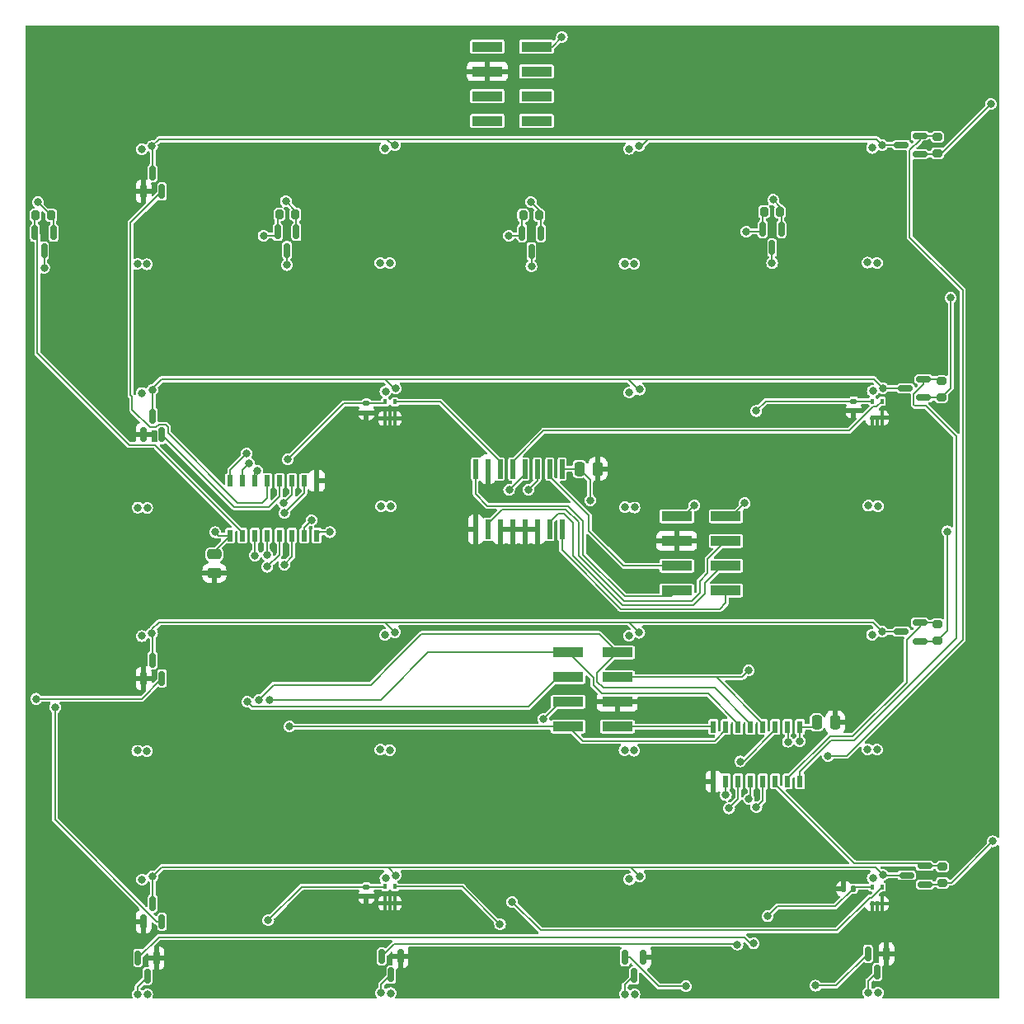
<source format=gbr>
%TF.GenerationSoftware,KiCad,Pcbnew,(6.0.2)*%
%TF.CreationDate,2022-06-27T16:52:27+02:00*%
%TF.ProjectId,RowdyTestBoard2,526f7764-7954-4657-9374-426f61726432,rev?*%
%TF.SameCoordinates,Original*%
%TF.FileFunction,Copper,L4,Bot*%
%TF.FilePolarity,Positive*%
%FSLAX46Y46*%
G04 Gerber Fmt 4.6, Leading zero omitted, Abs format (unit mm)*
G04 Created by KiCad (PCBNEW (6.0.2)) date 2022-06-27 16:52:27*
%MOMM*%
%LPD*%
G01*
G04 APERTURE LIST*
G04 Aperture macros list*
%AMRoundRect*
0 Rectangle with rounded corners*
0 $1 Rounding radius*
0 $2 $3 $4 $5 $6 $7 $8 $9 X,Y pos of 4 corners*
0 Add a 4 corners polygon primitive as box body*
4,1,4,$2,$3,$4,$5,$6,$7,$8,$9,$2,$3,0*
0 Add four circle primitives for the rounded corners*
1,1,$1+$1,$2,$3*
1,1,$1+$1,$4,$5*
1,1,$1+$1,$6,$7*
1,1,$1+$1,$8,$9*
0 Add four rect primitives between the rounded corners*
20,1,$1+$1,$2,$3,$4,$5,0*
20,1,$1+$1,$4,$5,$6,$7,0*
20,1,$1+$1,$6,$7,$8,$9,0*
20,1,$1+$1,$8,$9,$2,$3,0*%
G04 Aperture macros list end*
%TA.AperFunction,SMDPad,CuDef*%
%ADD10R,3.150000X1.000000*%
%TD*%
%TA.AperFunction,SMDPad,CuDef*%
%ADD11RoundRect,0.140000X-0.170000X0.140000X-0.170000X-0.140000X0.170000X-0.140000X0.170000X0.140000X0*%
%TD*%
%TA.AperFunction,SMDPad,CuDef*%
%ADD12RoundRect,0.250000X-0.250000X-0.475000X0.250000X-0.475000X0.250000X0.475000X-0.250000X0.475000X0*%
%TD*%
%TA.AperFunction,SMDPad,CuDef*%
%ADD13RoundRect,0.200000X0.200000X0.275000X-0.200000X0.275000X-0.200000X-0.275000X0.200000X-0.275000X0*%
%TD*%
%TA.AperFunction,SMDPad,CuDef*%
%ADD14RoundRect,0.150000X-0.150000X0.587500X-0.150000X-0.587500X0.150000X-0.587500X0.150000X0.587500X0*%
%TD*%
%TA.AperFunction,SMDPad,CuDef*%
%ADD15RoundRect,0.150000X0.150000X-0.587500X0.150000X0.587500X-0.150000X0.587500X-0.150000X-0.587500X0*%
%TD*%
%TA.AperFunction,SMDPad,CuDef*%
%ADD16R,0.375000X0.500000*%
%TD*%
%TA.AperFunction,SMDPad,CuDef*%
%ADD17RoundRect,0.200000X0.275000X-0.200000X0.275000X0.200000X-0.275000X0.200000X-0.275000X-0.200000X0*%
%TD*%
%TA.AperFunction,SMDPad,CuDef*%
%ADD18RoundRect,0.140000X0.140000X0.170000X-0.140000X0.170000X-0.140000X-0.170000X0.140000X-0.170000X0*%
%TD*%
%TA.AperFunction,SMDPad,CuDef*%
%ADD19RoundRect,0.150000X0.587500X0.150000X-0.587500X0.150000X-0.587500X-0.150000X0.587500X-0.150000X0*%
%TD*%
%TA.AperFunction,SMDPad,CuDef*%
%ADD20R,0.600000X1.200000*%
%TD*%
%TA.AperFunction,SMDPad,CuDef*%
%ADD21R,0.500000X2.000000*%
%TD*%
%TA.AperFunction,SMDPad,CuDef*%
%ADD22RoundRect,0.250000X-0.475000X0.250000X-0.475000X-0.250000X0.475000X-0.250000X0.475000X0.250000X0*%
%TD*%
%TA.AperFunction,ViaPad*%
%ADD23C,0.800000*%
%TD*%
%TA.AperFunction,Conductor*%
%ADD24C,0.200000*%
%TD*%
%TA.AperFunction,Conductor*%
%ADD25C,0.250000*%
%TD*%
G04 APERTURE END LIST*
D10*
%TO.P,J3,1,Pin_1*%
%TO.N,/Vcc*%
X152486600Y-52222400D03*
%TO.P,J3,2,Pin_2*%
%TO.N,unconnected-(J3-Pad2)*%
X147436600Y-52222400D03*
%TO.P,J3,3,Pin_3*%
%TO.N,unconnected-(J3-Pad3)*%
X152486600Y-54762400D03*
%TO.P,J3,4,Pin_4*%
%TO.N,GND*%
X147436600Y-54762400D03*
%TO.P,J3,5,Pin_5*%
%TO.N,unconnected-(J3-Pad5)*%
X152486600Y-57302400D03*
%TO.P,J3,6,Pin_6*%
%TO.N,unconnected-(J3-Pad6)*%
X147436600Y-57302400D03*
%TO.P,J3,7,Pin_7*%
%TO.N,unconnected-(J3-Pad7)*%
X152486600Y-59842400D03*
%TO.P,J3,8,Pin_8*%
%TO.N,unconnected-(J3-Pad8)*%
X147436600Y-59842400D03*
%TD*%
D11*
%TO.P,C4,1*%
%TO.N,/3V*%
X135026400Y-88851800D03*
%TO.P,C4,2*%
%TO.N,GND*%
X135026400Y-89811800D03*
%TD*%
D12*
%TO.P,C2,1*%
%TO.N,/5V*%
X181259400Y-121615200D03*
%TO.P,C2,2*%
%TO.N,GND*%
X183159400Y-121615200D03*
%TD*%
D13*
%TO.P,R4,1*%
%TO.N,/Vcc*%
X177497600Y-69178400D03*
%TO.P,R4,2*%
%TO.N,Net-(Q8-Pad1)*%
X175847600Y-69178400D03*
%TD*%
D10*
%TO.P,J1,1,Pin_1*%
%TO.N,/3V*%
X171943000Y-100457000D03*
%TO.P,J1,2,Pin_2*%
%TO.N,/5V*%
X166893000Y-100457000D03*
%TO.P,J1,3,Pin_3*%
%TO.N,/NSEROutput*%
X171943000Y-102997000D03*
%TO.P,J1,4,Pin_4*%
%TO.N,GND*%
X166893000Y-102997000D03*
%TO.P,J1,5,Pin_5*%
%TO.N,/ClkIn*%
X171943000Y-105537000D03*
%TO.P,J1,6,Pin_6*%
%TO.N,/ClkEnIn*%
X166893000Y-105537000D03*
%TO.P,J1,7,Pin_7*%
%TO.N,/NPL*%
X171943000Y-108077000D03*
%TO.P,J1,8,Pin_8*%
%TO.N,/SEROutput*%
X166893000Y-108077000D03*
%TD*%
D14*
%TO.P,Q8,1,G*%
%TO.N,Net-(Q8-Pad1)*%
X175732400Y-70976100D03*
%TO.P,Q8,2,S*%
%TO.N,/Vcc*%
X177632400Y-70976100D03*
%TO.P,Q8,3,D*%
%TO.N,Net-(Q1-Pad3)*%
X176682400Y-72851100D03*
%TD*%
%TO.P,Q12,1,G*%
%TO.N,Net-(Q12-Pad1)*%
X186527400Y-145366500D03*
%TO.P,Q12,2,S*%
%TO.N,GND*%
X188427400Y-145366500D03*
%TO.P,Q12,3,D*%
%TO.N,Net-(Q1-Pad3)*%
X187477400Y-147241500D03*
%TD*%
%TO.P,Q10,1,G*%
%TO.N,Net-(Q10-Pad1)*%
X136616400Y-145645900D03*
%TO.P,Q10,2,S*%
%TO.N,GND*%
X138516400Y-145645900D03*
%TO.P,Q10,3,D*%
%TO.N,Net-(Q1-Pad3)*%
X137566400Y-147520900D03*
%TD*%
D15*
%TO.P,Q3,1,G*%
%TO.N,Net-(Q3-Pad1)*%
X114030800Y-117091700D03*
%TO.P,Q3,2,S*%
%TO.N,GND*%
X112130800Y-117091700D03*
%TO.P,Q3,3,D*%
%TO.N,Net-(Q1-Pad3)*%
X113080800Y-115216700D03*
%TD*%
D11*
%TO.P,C6,1*%
%TO.N,/3V*%
X135026400Y-138508800D03*
%TO.P,C6,2*%
%TO.N,GND*%
X135026400Y-139468800D03*
%TD*%
D16*
%TO.P,IC2,1,NC_1*%
%TO.N,GND*%
X187977400Y-90336800D03*
%TO.P,IC2,2,GND*%
X187477400Y-90336800D03*
%TO.P,IC2,3,NC_2*%
X186977400Y-90336800D03*
%TO.P,IC2,4,VDD*%
%TO.N,/3V*%
X186977400Y-88636800D03*
%TO.P,IC2,5,OUTPUT*%
%TO.N,Net-(IC2-Pad5)*%
X187977400Y-88636800D03*
%TD*%
D17*
%TO.P,R6,1*%
%TO.N,/Vcc*%
X194056000Y-88238600D03*
%TO.P,R6,2*%
%TO.N,Net-(Q14-Pad1)*%
X194056000Y-86588600D03*
%TD*%
D15*
%TO.P,Q2,1,G*%
%TO.N,Net-(Q2-Pad1)*%
X114030800Y-92091700D03*
%TO.P,Q2,2,S*%
%TO.N,GND*%
X112130800Y-92091700D03*
%TO.P,Q2,3,D*%
%TO.N,Net-(Q1-Pad3)*%
X113080800Y-90216700D03*
%TD*%
D13*
%TO.P,R3,1*%
%TO.N,/Vcc*%
X152770200Y-69534000D03*
%TO.P,R3,2*%
%TO.N,Net-(Q7-Pad1)*%
X151120200Y-69534000D03*
%TD*%
D15*
%TO.P,Q4,1,G*%
%TO.N,Net-(Q4-Pad1)*%
X114030800Y-142091700D03*
%TO.P,Q4,2,S*%
%TO.N,GND*%
X112130800Y-142091700D03*
%TO.P,Q4,3,D*%
%TO.N,Net-(Q1-Pad3)*%
X113080800Y-140216700D03*
%TD*%
D18*
%TO.P,C7,1*%
%TO.N,/3V*%
X185011000Y-138684000D03*
%TO.P,C7,2*%
%TO.N,GND*%
X184051000Y-138684000D03*
%TD*%
D14*
%TO.P,Q7,1,G*%
%TO.N,Net-(Q7-Pad1)*%
X151018200Y-71363500D03*
%TO.P,Q7,2,S*%
%TO.N,/Vcc*%
X152918200Y-71363500D03*
%TO.P,Q7,3,D*%
%TO.N,Net-(Q1-Pad3)*%
X151968200Y-73238500D03*
%TD*%
D17*
%TO.P,R8,1*%
%TO.N,/Vcc*%
X194183000Y-138086600D03*
%TO.P,R8,2*%
%TO.N,Net-(Q16-Pad1)*%
X194183000Y-136436600D03*
%TD*%
D13*
%TO.P,R2,1*%
%TO.N,/Vcc*%
X127738000Y-69449800D03*
%TO.P,R2,2*%
%TO.N,Net-(Q6-Pad1)*%
X126088000Y-69449800D03*
%TD*%
D10*
%TO.P,J2,1,Pin_1*%
%TO.N,/NMR*%
X155742400Y-122047000D03*
%TO.P,J2,2,Pin_2*%
%TO.N,/QH'*%
X160792400Y-122047000D03*
%TO.P,J2,3,Pin_3*%
%TO.N,/Vcc*%
X155742400Y-119507000D03*
%TO.P,J2,4,Pin_4*%
%TO.N,GND*%
X160792400Y-119507000D03*
%TO.P,J2,5,Pin_5*%
%TO.N,/Data Serial*%
X155742400Y-116967000D03*
%TO.P,J2,6,Pin_6*%
%TO.N,/NOE*%
X160792400Y-116967000D03*
%TO.P,J2,7,Pin_7*%
%TO.N,/SHCP*%
X155742400Y-114427000D03*
%TO.P,J2,8,Pin_8*%
%TO.N,/STCP*%
X160792400Y-114427000D03*
%TD*%
D17*
%TO.P,R5,1*%
%TO.N,/Vcc*%
X193649600Y-63156600D03*
%TO.P,R5,2*%
%TO.N,Net-(Q13-Pad1)*%
X193649600Y-61506600D03*
%TD*%
D19*
%TO.P,Q13,1,G*%
%TO.N,Net-(Q13-Pad1)*%
X191848100Y-61364600D03*
%TO.P,Q13,2,S*%
%TO.N,/Vcc*%
X191848100Y-63264600D03*
%TO.P,Q13,3,D*%
%TO.N,Net-(Q1-Pad3)*%
X189973100Y-62314600D03*
%TD*%
D16*
%TO.P,IC1,1,NC_1*%
%TO.N,GND*%
X137939400Y-90404800D03*
%TO.P,IC1,2,GND*%
X137439400Y-90404800D03*
%TO.P,IC1,3,NC_2*%
X136939400Y-90404800D03*
%TO.P,IC1,4,VDD*%
%TO.N,/3V*%
X136939400Y-88704800D03*
%TO.P,IC1,5,OUTPUT*%
%TO.N,Net-(IC1-Pad5)*%
X137939400Y-88704800D03*
%TD*%
D17*
%TO.P,R7,1*%
%TO.N,/Vcc*%
X193649600Y-113194600D03*
%TO.P,R7,2*%
%TO.N,Net-(Q15-Pad1)*%
X193649600Y-111544600D03*
%TD*%
D19*
%TO.P,Q16,1,G*%
%TO.N,Net-(Q16-Pad1)*%
X192381500Y-136364600D03*
%TO.P,Q16,2,S*%
%TO.N,/Vcc*%
X192381500Y-138264600D03*
%TO.P,Q16,3,D*%
%TO.N,Net-(Q1-Pad3)*%
X190506500Y-137314600D03*
%TD*%
D11*
%TO.P,C5,1*%
%TO.N,/3V*%
X185064400Y-88625800D03*
%TO.P,C5,2*%
%TO.N,GND*%
X185064400Y-89585800D03*
%TD*%
D20*
%TO.P,U1,1,QB*%
%TO.N,Net-(Q6-Pad1)*%
X121031000Y-96829000D03*
%TO.P,U1,2,QC*%
%TO.N,Net-(Q7-Pad1)*%
X122301000Y-96829000D03*
%TO.P,U1,3,QD*%
%TO.N,Net-(Q8-Pad1)*%
X123571000Y-96829000D03*
%TO.P,U1,4,QE*%
%TO.N,Net-(Q1-Pad1)*%
X124841000Y-96829000D03*
%TO.P,U1,5,QF*%
%TO.N,Net-(Q2-Pad1)*%
X126111000Y-96829000D03*
%TO.P,U1,6,QG*%
%TO.N,Net-(Q3-Pad1)*%
X127381000Y-96829000D03*
%TO.P,U1,7,QH*%
%TO.N,Net-(Q4-Pad1)*%
X128651000Y-96829000D03*
%TO.P,U1,8,GND*%
%TO.N,GND*%
X129921000Y-96829000D03*
%TO.P,U1,9,QH'*%
%TO.N,Net-(U1-Pad9)*%
X129921000Y-102429000D03*
%TO.P,U1,10,~{SRCLR}*%
%TO.N,/NMR*%
X128651000Y-102429000D03*
%TO.P,U1,11,SRCLK*%
%TO.N,/SHCP*%
X127381000Y-102429000D03*
%TO.P,U1,12,RCLK*%
%TO.N,/STCP*%
X126111000Y-102429000D03*
%TO.P,U1,13,~{OE}*%
%TO.N,/NOE*%
X124841000Y-102429000D03*
%TO.P,U1,14,SER*%
%TO.N,/Data Serial*%
X123571000Y-102429000D03*
%TO.P,U1,15,QA*%
%TO.N,Net-(Q5-Pad1)*%
X122301000Y-102429000D03*
%TO.P,U1,16,VCC*%
%TO.N,/5V*%
X121031000Y-102429000D03*
%TD*%
D19*
%TO.P,Q15,1,G*%
%TO.N,Net-(Q15-Pad1)*%
X191848100Y-111364600D03*
%TO.P,Q15,2,S*%
%TO.N,/Vcc*%
X191848100Y-113264600D03*
%TO.P,Q15,3,D*%
%TO.N,Net-(Q1-Pad3)*%
X189973100Y-112314600D03*
%TD*%
D20*
%TO.P,U2,1,QB*%
%TO.N,Net-(Q14-Pad1)*%
X179552600Y-127676600D03*
%TO.P,U2,2,QC*%
%TO.N,Net-(Q15-Pad1)*%
X178282600Y-127676600D03*
%TO.P,U2,3,QD*%
%TO.N,Net-(Q16-Pad1)*%
X177012600Y-127676600D03*
%TO.P,U2,4,QE*%
%TO.N,Net-(Q9-Pad1)*%
X175742600Y-127676600D03*
%TO.P,U2,5,QF*%
%TO.N,Net-(Q10-Pad1)*%
X174472600Y-127676600D03*
%TO.P,U2,6,QG*%
%TO.N,Net-(Q11-Pad1)*%
X173202600Y-127676600D03*
%TO.P,U2,7,QH*%
%TO.N,Net-(Q12-Pad1)*%
X171932600Y-127676600D03*
%TO.P,U2,8,GND*%
%TO.N,GND*%
X170662600Y-127676600D03*
%TO.P,U2,9,QH'*%
%TO.N,/QH'*%
X170662600Y-122076600D03*
%TO.P,U2,10,~{SRCLR}*%
%TO.N,/NMR*%
X171932600Y-122076600D03*
%TO.P,U2,11,SRCLK*%
%TO.N,/SHCP*%
X173202600Y-122076600D03*
%TO.P,U2,12,RCLK*%
%TO.N,/STCP*%
X174472600Y-122076600D03*
%TO.P,U2,13,~{OE}*%
%TO.N,/NOE*%
X175742600Y-122076600D03*
%TO.P,U2,14,SER*%
%TO.N,Net-(U1-Pad9)*%
X177012600Y-122076600D03*
%TO.P,U2,15,QA*%
%TO.N,Net-(Q13-Pad1)*%
X178282600Y-122076600D03*
%TO.P,U2,16,VCC*%
%TO.N,/5V*%
X179552600Y-122076600D03*
%TD*%
D19*
%TO.P,Q14,1,G*%
%TO.N,Net-(Q14-Pad1)*%
X192254500Y-86364600D03*
%TO.P,Q14,2,S*%
%TO.N,/Vcc*%
X192254500Y-88264600D03*
%TO.P,Q14,3,D*%
%TO.N,Net-(Q1-Pad3)*%
X190379500Y-87314600D03*
%TD*%
D14*
%TO.P,Q6,1,G*%
%TO.N,Net-(Q6-Pad1)*%
X125923000Y-71260300D03*
%TO.P,Q6,2,S*%
%TO.N,/Vcc*%
X127823000Y-71260300D03*
%TO.P,Q6,3,D*%
%TO.N,Net-(Q1-Pad3)*%
X126873000Y-73135300D03*
%TD*%
%TO.P,Q9,1,G*%
%TO.N,Net-(Q9-Pad1)*%
X111572000Y-145798300D03*
%TO.P,Q9,2,S*%
%TO.N,GND*%
X113472000Y-145798300D03*
%TO.P,Q9,3,D*%
%TO.N,Net-(Q1-Pad3)*%
X112522000Y-147673300D03*
%TD*%
%TO.P,Q11,1,G*%
%TO.N,Net-(Q11-Pad1)*%
X161559200Y-145747500D03*
%TO.P,Q11,2,S*%
%TO.N,GND*%
X163459200Y-145747500D03*
%TO.P,Q11,3,D*%
%TO.N,Net-(Q1-Pad3)*%
X162509200Y-147622500D03*
%TD*%
%TO.P,Q5,1,G*%
%TO.N,Net-(Q5-Pad1)*%
X100980200Y-71325500D03*
%TO.P,Q5,2,S*%
%TO.N,/Vcc*%
X102880200Y-71325500D03*
%TO.P,Q5,3,D*%
%TO.N,Net-(Q1-Pad3)*%
X101930200Y-73200500D03*
%TD*%
D15*
%TO.P,Q1,1,G*%
%TO.N,Net-(Q1-Pad1)*%
X114030800Y-67091700D03*
%TO.P,Q1,2,S*%
%TO.N,GND*%
X112130800Y-67091700D03*
%TO.P,Q1,3,D*%
%TO.N,Net-(Q1-Pad3)*%
X113080800Y-65216700D03*
%TD*%
D16*
%TO.P,IC4,1,NC_1*%
%TO.N,GND*%
X187977400Y-140219800D03*
%TO.P,IC4,2,GND*%
X187477400Y-140219800D03*
%TO.P,IC4,3,NC_2*%
X186977400Y-140219800D03*
%TO.P,IC4,4,VDD*%
%TO.N,/3V*%
X186977400Y-138519800D03*
%TO.P,IC4,5,OUTPUT*%
%TO.N,Net-(IC4-Pad5)*%
X187977400Y-138519800D03*
%TD*%
D21*
%TO.P,U3,1,~{PL}*%
%TO.N,/NPL*%
X155117800Y-101804400D03*
%TO.P,U3,2,CP*%
%TO.N,/ClkIn*%
X153847800Y-101804400D03*
%TO.P,U3,3,D4*%
%TO.N,GND*%
X152577800Y-101804400D03*
%TO.P,U3,4,D5*%
X151307800Y-101804400D03*
%TO.P,U3,5,D6*%
X150037800Y-101804400D03*
%TO.P,U3,6,D7*%
X148767800Y-101804400D03*
%TO.P,U3,7,~{Q7}*%
%TO.N,/NSEROutput*%
X147497800Y-101804400D03*
%TO.P,U3,8,GND*%
%TO.N,GND*%
X146227800Y-101804400D03*
%TO.P,U3,9,Q7*%
%TO.N,/SEROutput*%
X146227800Y-95604400D03*
%TO.P,U3,10,DS*%
%TO.N,GND*%
X147497800Y-95604400D03*
%TO.P,U3,11,D0*%
%TO.N,Net-(IC1-Pad5)*%
X148767800Y-95604400D03*
%TO.P,U3,12,D1*%
%TO.N,Net-(IC2-Pad5)*%
X150037800Y-95604400D03*
%TO.P,U3,13,D2*%
%TO.N,Net-(IC3-Pad5)*%
X151307800Y-95604400D03*
%TO.P,U3,14,D3*%
%TO.N,Net-(IC4-Pad5)*%
X152577800Y-95604400D03*
%TO.P,U3,15,~{CE}*%
%TO.N,/ClkEnIn*%
X153847800Y-95604400D03*
%TO.P,U3,16,VCC*%
%TO.N,/5V*%
X155117800Y-95604400D03*
%TD*%
D12*
%TO.P,C3,1*%
%TO.N,/5V*%
X156900800Y-95580200D03*
%TO.P,C3,2*%
%TO.N,GND*%
X158800800Y-95580200D03*
%TD*%
D13*
%TO.P,R1,1*%
%TO.N,/Vcc*%
X102668200Y-69534000D03*
%TO.P,R1,2*%
%TO.N,Net-(Q5-Pad1)*%
X101018200Y-69534000D03*
%TD*%
D22*
%TO.P,C1,1*%
%TO.N,/5V*%
X119405400Y-104373600D03*
%TO.P,C1,2*%
%TO.N,GND*%
X119405400Y-106273600D03*
%TD*%
D16*
%TO.P,IC3,1,NC_1*%
%TO.N,GND*%
X137939400Y-140188800D03*
%TO.P,IC3,2,GND*%
X137439400Y-140188800D03*
%TO.P,IC3,3,NC_2*%
X136939400Y-140188800D03*
%TO.P,IC3,4,VDD*%
%TO.N,/3V*%
X136939400Y-138488800D03*
%TO.P,IC3,5,OUTPUT*%
%TO.N,Net-(IC3-Pad5)*%
X137939400Y-138488800D03*
%TD*%
D23*
%TO.N,/3V*%
X173863000Y-99110800D03*
X175056800Y-89636600D03*
X176225200Y-141528800D03*
X126949200Y-94615000D03*
X124942600Y-141935200D03*
%TO.N,/NMR*%
X129387600Y-100863400D03*
X127127000Y-122047000D03*
%TO.N,/Data Serial*%
X122783600Y-119507000D03*
X123571000Y-104470200D03*
%TO.N,/NOE*%
X124815600Y-104394000D03*
X174269400Y-116281200D03*
%TO.N,/SHCP*%
X125055900Y-119303800D03*
X126593600Y-105410000D03*
%TO.N,/STCP*%
X124854700Y-105638600D03*
X123976722Y-119303122D03*
%TO.N,Net-(Q1-Pad3)*%
X163070125Y-87438580D03*
X186946045Y-112609010D03*
X136908520Y-62661170D03*
X111528215Y-149540680D03*
X111991040Y-137768000D03*
X137949840Y-112342600D03*
X111963200Y-62763400D03*
X138026120Y-87324570D03*
X112514295Y-99584450D03*
X113004520Y-112444830D03*
X113032440Y-137463200D03*
X162551820Y-149532290D03*
X126873000Y-74650600D03*
X163042205Y-62420210D03*
X112486375Y-74566080D03*
X161565820Y-149502290D03*
X186559500Y-99363660D03*
X162000725Y-112711240D03*
X111500375Y-74536080D03*
X136908440Y-112647400D03*
X187469220Y-124411690D03*
X136445695Y-74433850D03*
X161537980Y-74497690D03*
X163042125Y-112406440D03*
X186946125Y-62622780D03*
X137431695Y-74463850D03*
X188063725Y-87286180D03*
X151968200Y-74777600D03*
X187022245Y-137577210D03*
X161565900Y-99516060D03*
X111963120Y-112749630D03*
X113004600Y-62458600D03*
X136984720Y-87629370D03*
X113032520Y-87476970D03*
X188063645Y-137272410D03*
X162523980Y-74527690D03*
X161537900Y-124483920D03*
X187469300Y-74425460D03*
X162000805Y-62725010D03*
X176682400Y-74447400D03*
X112514215Y-149570680D03*
X111500295Y-124522310D03*
X137507895Y-99432050D03*
X136521895Y-99402050D03*
X136521815Y-149388280D03*
X162551900Y-99546060D03*
X187987525Y-62317980D03*
X162028645Y-137729610D03*
X162523900Y-124513920D03*
X136445615Y-124420080D03*
X138026040Y-137310800D03*
X111528295Y-99554450D03*
X137507815Y-149418280D03*
X137949920Y-62356370D03*
X187545420Y-149379890D03*
X186483220Y-124381690D03*
X112486295Y-124552310D03*
X136984640Y-137615600D03*
X101930200Y-74930000D03*
X187022325Y-87590980D03*
X163070045Y-137424810D03*
X187987445Y-112304210D03*
X186483300Y-74395460D03*
X187545500Y-99393660D03*
X162028725Y-87743380D03*
X137431615Y-124450080D03*
X111991120Y-87781770D03*
X186559420Y-149349890D03*
%TO.N,Net-(Q3-Pad1)*%
X126517400Y-99110800D03*
X101105700Y-119202200D03*
%TO.N,Net-(Q4-Pad1)*%
X126599731Y-100106906D03*
X103047800Y-120065800D03*
%TO.N,Net-(Q6-Pad1)*%
X124460000Y-71628000D03*
X122732800Y-93980000D03*
%TO.N,Net-(Q7-Pad1)*%
X149656800Y-71628000D03*
X122986800Y-94996000D03*
%TO.N,Net-(Q8-Pad1)*%
X123825000Y-95758000D03*
X174040800Y-71221600D03*
%TO.N,Net-(IC3-Pad5)*%
X148742400Y-142341600D03*
X149682200Y-97739200D03*
%TO.N,Net-(IC4-Pad5)*%
X151663400Y-97713800D03*
X149987000Y-140055600D03*
%TO.N,/5V*%
X179501800Y-123545600D03*
X158005302Y-98799258D03*
X119481600Y-102082600D03*
X168706800Y-99314000D03*
%TO.N,/Vcc*%
X199339200Y-133832600D03*
X153212800Y-121259600D03*
X101295200Y-68199000D03*
X194665600Y-102006400D03*
X195021200Y-78028800D03*
X176786735Y-67951147D03*
X151897462Y-68161417D03*
X199136000Y-58115200D03*
X155092400Y-51231800D03*
X126746000Y-68097400D03*
%TO.N,Net-(Q9-Pad1)*%
X174802800Y-144322800D03*
X175068500Y-130302000D03*
%TO.N,Net-(Q10-Pad1)*%
X173125722Y-144423722D03*
X174294800Y-129463800D03*
%TO.N,Net-(Q11-Pad1)*%
X172271200Y-130446000D03*
X167843200Y-148717000D03*
%TO.N,Net-(Q12-Pad1)*%
X181140778Y-148652822D03*
X171932600Y-129082800D03*
%TO.N,Net-(Q13-Pad1)*%
X178308000Y-123596400D03*
X182421065Y-125064471D03*
%TO.N,Net-(U1-Pad9)*%
X131292600Y-102082600D03*
X173405800Y-125628400D03*
%TD*%
D24*
%TO.N,/3V*%
X185011000Y-138684000D02*
X183182200Y-140512800D01*
X135026400Y-138508800D02*
X136919400Y-138508800D01*
X135026400Y-138508800D02*
X128369000Y-138508800D01*
X135026400Y-88851800D02*
X136792400Y-88851800D01*
X135026400Y-88851800D02*
X132712400Y-88851800D01*
X136792400Y-88851800D02*
X136939400Y-88704800D01*
X172516800Y-100457000D02*
X173863000Y-99110800D01*
X128369000Y-138508800D02*
X124942600Y-141935200D01*
X132712400Y-88851800D02*
X126949200Y-94615000D01*
X185064400Y-88625800D02*
X186966400Y-88625800D01*
X183182200Y-140512800D02*
X177241200Y-140512800D01*
X186966400Y-88625800D02*
X186977400Y-88636800D01*
X177241200Y-140512800D02*
X176225200Y-141528800D01*
X176067600Y-88625800D02*
X175056800Y-89636600D01*
X185064400Y-88625800D02*
X176067600Y-88625800D01*
X185175200Y-138519800D02*
X185011000Y-138684000D01*
X136919400Y-138508800D02*
X136939400Y-138488800D01*
X186977400Y-138519800D02*
X185175200Y-138519800D01*
X171943000Y-100457000D02*
X172516800Y-100457000D01*
%TO.N,/NSEROutput*%
X169240200Y-108344760D02*
X169240200Y-107086400D01*
X148945098Y-99778080D02*
X155505509Y-99778081D01*
X147497800Y-101804400D02*
X147497800Y-101225378D01*
X169240200Y-107086400D02*
X170068489Y-106258111D01*
X156794200Y-104483188D02*
X161493972Y-109182960D01*
X168402000Y-109182960D02*
X169240200Y-108344760D01*
X155505509Y-99778081D02*
X156794200Y-101066772D01*
X156794200Y-101066772D02*
X156794200Y-104483188D01*
X147497800Y-101225378D02*
X148945098Y-99778080D01*
X170068489Y-104871511D02*
X171943000Y-102997000D01*
X170068489Y-106258111D02*
X170068489Y-104871511D01*
X161493972Y-109182960D02*
X168402000Y-109182960D01*
%TO.N,/ClkIn*%
X156260800Y-101098378D02*
X156260800Y-104514794D01*
X161328486Y-109582480D02*
X168579800Y-109582480D01*
X171551600Y-105537000D02*
X171943000Y-105537000D01*
X153847800Y-101054400D02*
X154724600Y-100177600D01*
X155340022Y-100177600D02*
X156260800Y-101098378D01*
X156260800Y-104514794D02*
X161328486Y-109582480D01*
X169773600Y-107315000D02*
X171551600Y-105537000D01*
X168579800Y-109582480D02*
X169773600Y-108388680D01*
X153847800Y-101804400D02*
X153847800Y-101054400D01*
X154724600Y-100177600D02*
X155340022Y-100177600D01*
X169773600Y-108388680D02*
X169773600Y-107315000D01*
%TO.N,/ClkEnIn*%
X153847800Y-96354400D02*
X157886400Y-100393000D01*
X157886400Y-101981000D02*
X161442400Y-105537000D01*
X153847800Y-95604400D02*
X153847800Y-96354400D01*
X157886400Y-100393000D02*
X157886400Y-101981000D01*
X161442400Y-105537000D02*
X166893000Y-105537000D01*
%TO.N,/NPL*%
X155117800Y-103936800D02*
X161163000Y-109982000D01*
X155117800Y-101804400D02*
X155117800Y-103936800D01*
X171297600Y-109982000D02*
X171943000Y-109336600D01*
X171943000Y-109336600D02*
X171943000Y-108077000D01*
X161163000Y-109982000D02*
X171297600Y-109982000D01*
%TO.N,/SEROutput*%
X146227800Y-95604400D02*
X146227800Y-98145600D01*
X157276800Y-100939600D02*
X157276800Y-104400782D01*
X166283400Y-108686600D02*
X166893000Y-108077000D01*
X157276800Y-104400782D02*
X161562618Y-108686600D01*
X147460760Y-99378560D02*
X155715760Y-99378560D01*
X146227800Y-98145600D02*
X147460760Y-99378560D01*
X155715760Y-99378560D02*
X157276800Y-100939600D01*
X161562618Y-108686600D02*
X166283400Y-108686600D01*
%TO.N,/NMR*%
X128651000Y-102429000D02*
X128651000Y-101600000D01*
X155742400Y-122047000D02*
X127127000Y-122047000D01*
X157215600Y-123520200D02*
X170789000Y-123520200D01*
X170789000Y-123520200D02*
X171932600Y-122376600D01*
X171932600Y-122376600D02*
X171932600Y-122076600D01*
X155742400Y-122047000D02*
X157215600Y-123520200D01*
X128651000Y-101600000D02*
X129387600Y-100863400D01*
%TO.N,/QH'*%
X170633000Y-122047000D02*
X170662600Y-122076600D01*
X160792400Y-122047000D02*
X170633000Y-122047000D01*
%TO.N,/Data Serial*%
X155742400Y-116967000D02*
X154711400Y-116967000D01*
X151663400Y-120015000D02*
X123291600Y-120015000D01*
X154711400Y-116967000D02*
X151663400Y-120015000D01*
X123571000Y-104470200D02*
X123571000Y-102429000D01*
X123291600Y-120015000D02*
X122783600Y-119507000D01*
%TO.N,/NOE*%
X173583600Y-116967000D02*
X174269400Y-116281200D01*
X175742600Y-122076600D02*
X175742600Y-121776600D01*
X124815600Y-104394000D02*
X124815600Y-102454400D01*
X175742600Y-121776600D02*
X170933000Y-116967000D01*
X124815600Y-102454400D02*
X124841000Y-102429000D01*
X170933000Y-116967000D02*
X160792400Y-116967000D01*
X170933000Y-116967000D02*
X173583600Y-116967000D01*
%TO.N,/SHCP*%
X173202600Y-121776600D02*
X170094800Y-118668800D01*
X155742400Y-114427000D02*
X141376400Y-114427000D01*
X170094800Y-118668800D02*
X159207200Y-118668800D01*
X158318200Y-117002800D02*
X155742400Y-114427000D01*
X136499600Y-119303800D02*
X125055900Y-119303800D01*
X159207200Y-118668800D02*
X158318200Y-117779800D01*
X126593600Y-105410000D02*
X127381000Y-104622600D01*
X141376400Y-114427000D02*
X137007600Y-118795800D01*
X127381000Y-104622600D02*
X127381000Y-102429000D01*
X173202600Y-122076600D02*
X173202600Y-121776600D01*
X137007600Y-118795800D02*
X136499600Y-119303800D01*
X158318200Y-117779800D02*
X158318200Y-117002800D01*
%TO.N,/STCP*%
X127025400Y-117754400D02*
X125525444Y-117754400D01*
X145211800Y-112547400D02*
X140665200Y-112547400D01*
X170780600Y-118084600D02*
X159359600Y-118084600D01*
X135458200Y-117754400D02*
X127025400Y-117754400D01*
X159359600Y-118084600D02*
X158717720Y-117442720D01*
X158717720Y-117442720D02*
X158717720Y-116501680D01*
X174472600Y-121776600D02*
X170780600Y-118084600D01*
X140665200Y-112547400D02*
X137845800Y-115366800D01*
X126111000Y-104382300D02*
X126111000Y-102429000D01*
X124854700Y-105638600D02*
X126111000Y-104382300D01*
X158717720Y-116501680D02*
X160792400Y-114427000D01*
X158912800Y-112547400D02*
X145211800Y-112547400D01*
X137845800Y-115366800D02*
X135458200Y-117754400D01*
X174472600Y-122076600D02*
X174472600Y-121776600D01*
X160792400Y-114427000D02*
X158912800Y-112547400D01*
X125525444Y-117754400D02*
X123976722Y-119303122D01*
%TO.N,Net-(Q1-Pad1)*%
X113431280Y-91318003D02*
X112781003Y-91318003D01*
X114371880Y-91054680D02*
X113694603Y-91054680D01*
X121788378Y-99085400D02*
X114630320Y-91927342D01*
X124841000Y-98602800D02*
X124358400Y-99085400D01*
X110800864Y-88017064D02*
X110800864Y-70321636D01*
X110972600Y-89509600D02*
X110972600Y-88188800D01*
X113694603Y-91054680D02*
X113431280Y-91318003D01*
X114630320Y-91927342D02*
X114630320Y-91313120D01*
X112781003Y-91318003D02*
X110972600Y-89509600D01*
X124841000Y-96829000D02*
X124841000Y-98602800D01*
X124358400Y-99085400D02*
X121788378Y-99085400D01*
X114630320Y-91313120D02*
X114371880Y-91054680D01*
X110800864Y-70321636D02*
X114030800Y-67091700D01*
X110972600Y-88188800D02*
X110800864Y-88017064D01*
%TO.N,Net-(Q2-Pad1)*%
X126111000Y-96829000D02*
X126111000Y-98425000D01*
X125018800Y-99517200D02*
X121456300Y-99517200D01*
X126111000Y-98425000D02*
X125018800Y-99517200D01*
X121456300Y-99517200D02*
X114030800Y-92091700D01*
%TO.N,Net-(Q1-Pad3)*%
X161874200Y-111353600D02*
X161989285Y-111353600D01*
X190379500Y-87314600D02*
X188092145Y-87314600D01*
X151968200Y-73238500D02*
X151968200Y-74777600D01*
X190506500Y-137314600D02*
X188105835Y-137314600D01*
X113996040Y-136499600D02*
X137337800Y-136499600D01*
X137566400Y-147520900D02*
X136521815Y-148565485D01*
X113715800Y-111353600D02*
X136804400Y-111353600D01*
X162229800Y-136499600D02*
X187290835Y-136499600D01*
X162229800Y-136499600D02*
X162229800Y-136584565D01*
X136956800Y-86385400D02*
X161899600Y-86385400D01*
X113032440Y-137463200D02*
X113996040Y-136499600D01*
X126873000Y-73135300D02*
X126873000Y-74650600D01*
X113004600Y-62458600D02*
X113715800Y-61747400D01*
X163042205Y-62420210D02*
X163258790Y-62420210D01*
X113032520Y-87476970D02*
X113032520Y-87322680D01*
X187477400Y-147241500D02*
X186559420Y-148159480D01*
X113004520Y-112064880D02*
X113715800Y-111353600D01*
X113080800Y-115216700D02*
X113080800Y-112521110D01*
X138026120Y-87324570D02*
X137895970Y-87324570D01*
X161899600Y-86385400D02*
X187162945Y-86385400D01*
X113715800Y-61747400D02*
X137134600Y-61747400D01*
X113080800Y-90216700D02*
X113080800Y-87525250D01*
X113080800Y-112521110D02*
X113004520Y-112444830D01*
X187290835Y-136499600D02*
X188063645Y-137272410D01*
X113080800Y-137511560D02*
X113032440Y-137463200D01*
X137337800Y-136622560D02*
X138026040Y-137310800D01*
X161565820Y-148565880D02*
X161565820Y-149502290D01*
X163070125Y-87438580D02*
X162952780Y-87438580D01*
X112522000Y-147751800D02*
X111528215Y-148745585D01*
X187990905Y-62314600D02*
X187987525Y-62317980D01*
X186559420Y-148159480D02*
X186559420Y-149349890D01*
X113080800Y-87525250D02*
X113032520Y-87476970D01*
X101930200Y-73200500D02*
X101930200Y-74930000D01*
X137949920Y-62356370D02*
X137743570Y-62356370D01*
X137743570Y-62356370D02*
X137134600Y-61747400D01*
X162509200Y-147622500D02*
X161565820Y-148565880D01*
X137895970Y-87324570D02*
X136956800Y-86385400D01*
X162229800Y-136584565D02*
X163070045Y-137424810D01*
X136960840Y-111353600D02*
X137949840Y-112342600D01*
X113080800Y-65216700D02*
X113080800Y-62534800D01*
X136521815Y-148565485D02*
X136521815Y-149388280D01*
X163931600Y-61747400D02*
X187416945Y-61747400D01*
X189973100Y-62314600D02*
X187990905Y-62314600D01*
X188092145Y-87314600D02*
X188063725Y-87286180D01*
X113004520Y-112444830D02*
X113004520Y-112064880D01*
X161989285Y-111353600D02*
X163042125Y-112406440D01*
X187416945Y-61747400D02*
X187987525Y-62317980D01*
X137642600Y-61747400D02*
X162610800Y-61747400D01*
D25*
X188105835Y-137314600D02*
X188063645Y-137272410D01*
D24*
X187162945Y-86385400D02*
X188063725Y-87286180D01*
X113080800Y-62534800D02*
X113004600Y-62458600D01*
X113032520Y-87322680D02*
X113969800Y-86385400D01*
X111528215Y-148745585D02*
X111528215Y-149540680D01*
X113080800Y-140216700D02*
X113080800Y-137511560D01*
X136804400Y-111353600D02*
X161874200Y-111353600D01*
X136804400Y-111353600D02*
X136960840Y-111353600D01*
X112522000Y-147673300D02*
X112522000Y-147751800D01*
X176682400Y-72851100D02*
X176682400Y-74447400D01*
X189973100Y-112314600D02*
X187997835Y-112314600D01*
X137134600Y-61747400D02*
X137642600Y-61747400D01*
X187036835Y-111353600D02*
X187987445Y-112304210D01*
X137337800Y-136499600D02*
X162229800Y-136499600D01*
X113969800Y-86385400D02*
X136956800Y-86385400D01*
X137337800Y-136499600D02*
X137337800Y-136622560D01*
X162952780Y-87438580D02*
X161899600Y-86385400D01*
X161874200Y-111353600D02*
X187036835Y-111353600D01*
X187997835Y-112314600D02*
X187987445Y-112304210D01*
X163258790Y-62420210D02*
X163931600Y-61747400D01*
X162610800Y-61747400D02*
X163931600Y-61747400D01*
%TO.N,Net-(Q3-Pad1)*%
X126517400Y-99110800D02*
X127381000Y-98247200D01*
X127381000Y-98247200D02*
X127381000Y-96829000D01*
X101105700Y-119202200D02*
X111920300Y-119202200D01*
X111920300Y-119202200D02*
X114030800Y-117091700D01*
%TO.N,Net-(Q4-Pad1)*%
X113504017Y-142091700D02*
X114030800Y-142091700D01*
X128651000Y-98055637D02*
X128651000Y-96829000D01*
X103047800Y-131635483D02*
X113504017Y-142091700D01*
X126599731Y-100106906D02*
X128651000Y-98055637D01*
X103047800Y-120065800D02*
X103047800Y-131635483D01*
%TO.N,Net-(Q5-Pad1)*%
X113300720Y-93128720D02*
X110654720Y-93128720D01*
X122301000Y-102429000D02*
X122301000Y-102129000D01*
X122301000Y-102129000D02*
X113300720Y-93128720D01*
X101230689Y-83704689D02*
X101230689Y-71575989D01*
X100980200Y-69572000D02*
X101018200Y-69534000D01*
X110654720Y-93128720D02*
X101230689Y-83704689D01*
X100980200Y-71325500D02*
X100980200Y-69572000D01*
X101230689Y-71575989D02*
X100980200Y-71325500D01*
%TO.N,Net-(Q6-Pad1)*%
X125923000Y-69614800D02*
X126088000Y-69449800D01*
X121031000Y-96829000D02*
X121031000Y-95681800D01*
X125923000Y-71260300D02*
X125923000Y-69614800D01*
X125555300Y-71628000D02*
X125923000Y-71260300D01*
X121031000Y-95681800D02*
X122732800Y-93980000D01*
X124460000Y-71628000D02*
X125555300Y-71628000D01*
%TO.N,Net-(Q7-Pad1)*%
X122301000Y-96829000D02*
X122301000Y-95681800D01*
X149656800Y-71628000D02*
X150753700Y-71628000D01*
X122301000Y-95681800D02*
X122986800Y-94996000D01*
X151018200Y-69636000D02*
X151120200Y-69534000D01*
X150753700Y-71628000D02*
X151018200Y-71363500D01*
X151018200Y-71363500D02*
X151018200Y-69636000D01*
%TO.N,Net-(Q8-Pad1)*%
X123571000Y-96012000D02*
X123825000Y-95758000D01*
X174040800Y-71221600D02*
X175486900Y-71221600D01*
X175486900Y-71221600D02*
X175732400Y-70976100D01*
X175732400Y-70976100D02*
X175732400Y-69293600D01*
X123571000Y-96829000D02*
X123571000Y-96012000D01*
X175732400Y-69293600D02*
X175847600Y-69178400D01*
%TO.N,Net-(IC1-Pad5)*%
X137939400Y-88704800D02*
X142618200Y-88704800D01*
X142618200Y-88704800D02*
X148767800Y-94854400D01*
X148767800Y-94854400D02*
X148767800Y-95604400D01*
%TO.N,Net-(IC2-Pad5)*%
X187072878Y-89204800D02*
X187409400Y-89204800D01*
X150037800Y-94854400D02*
X153223600Y-91668600D01*
X150037800Y-95604400D02*
X150037800Y-94854400D01*
X184609078Y-91668600D02*
X187072878Y-89204800D01*
X187409400Y-89204800D02*
X187977400Y-88636800D01*
X153223600Y-91668600D02*
X184609078Y-91668600D01*
%TO.N,Net-(IC3-Pad5)*%
X144889600Y-138488800D02*
X137939400Y-138488800D01*
X151307800Y-95604400D02*
X151307800Y-96113600D01*
X148742400Y-142341600D02*
X144889600Y-138488800D01*
X151307800Y-96113600D02*
X149682200Y-97739200D01*
%TO.N,Net-(IC4-Pad5)*%
X186918600Y-139598400D02*
X186690000Y-139598400D01*
X187229000Y-139268200D02*
X187229000Y-139288000D01*
X187977400Y-138519800D02*
X187229000Y-139268200D01*
X152577800Y-95604400D02*
X152577800Y-96799400D01*
X183311800Y-142976600D02*
X152908000Y-142976600D01*
X186690000Y-139598400D02*
X183311800Y-142976600D01*
X152908000Y-142976600D02*
X149987000Y-140055600D01*
X187229000Y-139288000D02*
X186918600Y-139598400D01*
X152577800Y-96799400D02*
X151663400Y-97713800D01*
%TO.N,/5V*%
X158005302Y-96684702D02*
X158005302Y-98799258D01*
X179552600Y-122076600D02*
X179552600Y-123494800D01*
X119405400Y-104054600D02*
X121031000Y-102429000D01*
X119828000Y-102429000D02*
X119481600Y-102082600D01*
X179552600Y-123494800D02*
X179501800Y-123545600D01*
X166893000Y-100457000D02*
X167563800Y-100457000D01*
X167563800Y-100457000D02*
X168706800Y-99314000D01*
X121031000Y-102429000D02*
X119828000Y-102429000D01*
X156900800Y-95580200D02*
X158005302Y-96684702D01*
X156900800Y-95580200D02*
X155142000Y-95580200D01*
X155142000Y-95580200D02*
X155117800Y-95604400D01*
X119405400Y-104373600D02*
X119405400Y-104054600D01*
X179552600Y-122076600D02*
X180798000Y-122076600D01*
X180798000Y-122076600D02*
X181259400Y-121615200D01*
%TO.N,/Vcc*%
X127823000Y-71260300D02*
X127823000Y-69534800D01*
X194056000Y-88238600D02*
X195021200Y-87273400D01*
X194665600Y-112178600D02*
X194665600Y-102006400D01*
X177632400Y-70976100D02*
X177632400Y-69313200D01*
X194005000Y-138264600D02*
X194183000Y-138086600D01*
X177497600Y-69178400D02*
X177497600Y-68662012D01*
X193649600Y-63156600D02*
X194094600Y-63156600D01*
X102880200Y-69746000D02*
X102668200Y-69534000D01*
X192254500Y-88264600D02*
X194030000Y-88264600D01*
X102630200Y-69534000D02*
X101295200Y-68199000D01*
X191848100Y-113264600D02*
X193579600Y-113264600D01*
X195085200Y-138086600D02*
X199339200Y-133832600D01*
X152486600Y-52222400D02*
X154101800Y-52222400D01*
X102880200Y-71325500D02*
X102880200Y-69746000D01*
X154101800Y-52222400D02*
X155092400Y-51231800D01*
X194030000Y-88264600D02*
X194056000Y-88238600D01*
X152918200Y-71363500D02*
X152918200Y-69682000D01*
X191848100Y-63264600D02*
X193541600Y-63264600D01*
X177632400Y-69313200D02*
X177497600Y-69178400D01*
X102668200Y-69534000D02*
X102630200Y-69534000D01*
X195021200Y-87273400D02*
X195021200Y-78028800D01*
X152918200Y-69682000D02*
X152770200Y-69534000D01*
X192381500Y-138264600D02*
X194005000Y-138264600D01*
X152770200Y-69534000D02*
X152770200Y-69034155D01*
X152770200Y-69034155D02*
X151897462Y-68161417D01*
X154965400Y-119507000D02*
X153212800Y-121259600D01*
X193649600Y-113194600D02*
X194665600Y-112178600D01*
X193541600Y-63264600D02*
X193649600Y-63156600D01*
X155742400Y-119507000D02*
X154965400Y-119507000D01*
X127823000Y-69534800D02*
X127738000Y-69449800D01*
X193579600Y-113264600D02*
X193649600Y-113194600D01*
X194183000Y-138086600D02*
X195085200Y-138086600D01*
X127738000Y-69449800D02*
X127738000Y-69089400D01*
X194094600Y-63156600D02*
X199136000Y-58115200D01*
X177497600Y-68662012D02*
X176786735Y-67951147D01*
X127738000Y-69089400D02*
X126746000Y-68097400D01*
%TO.N,Net-(Q9-Pad1)*%
X175742600Y-127676600D02*
X175742600Y-129627900D01*
X113707900Y-143662400D02*
X111572000Y-145798300D01*
X175742600Y-129627900D02*
X175068500Y-130302000D01*
X173812200Y-143662400D02*
X113707900Y-143662400D01*
X174472600Y-144322800D02*
X173812200Y-143662400D01*
X174802800Y-144322800D02*
X174472600Y-144322800D01*
%TO.N,Net-(Q10-Pad1)*%
X174472600Y-127676600D02*
X174472600Y-129286000D01*
X173125722Y-144423722D02*
X173075600Y-144373600D01*
X173075600Y-144373600D02*
X137888700Y-144373600D01*
X174472600Y-129286000D02*
X174294800Y-129463800D01*
X137888700Y-144373600D02*
X136616400Y-145645900D01*
%TO.N,Net-(Q11-Pad1)*%
X162050628Y-145747500D02*
X161559200Y-145747500D01*
X167843200Y-148717000D02*
X165020128Y-148717000D01*
X173202600Y-127676600D02*
X173202600Y-129514600D01*
X173202600Y-129514600D02*
X172271200Y-130446000D01*
X165020128Y-148717000D02*
X162050628Y-145747500D01*
%TO.N,Net-(Q12-Pad1)*%
X183241078Y-148652822D02*
X186527400Y-145366500D01*
X181140778Y-148652822D02*
X183241078Y-148652822D01*
X171932600Y-127676600D02*
X171932600Y-129082800D01*
%TO.N,Net-(Q13-Pad1)*%
X191848100Y-61364600D02*
X193507600Y-61364600D01*
X178308000Y-123596400D02*
X178308000Y-122102000D01*
X178308000Y-122102000D02*
X178282600Y-122076600D01*
X196265800Y-77241400D02*
X196265800Y-113106200D01*
X193507600Y-61364600D02*
X193649600Y-61506600D01*
X191848100Y-61812817D02*
X190811080Y-62849837D01*
X196113400Y-77089000D02*
X196265800Y-77241400D01*
X191848100Y-61364600D02*
X191848100Y-61812817D01*
X190811080Y-62849837D02*
X190811080Y-71786680D01*
X184307529Y-125064471D02*
X182421065Y-125064471D01*
X190811080Y-71786680D02*
X196113400Y-77089000D01*
X196265800Y-113106200D02*
X184307529Y-125064471D01*
%TO.N,Net-(Q14-Pad1)*%
X191217480Y-88982480D02*
X191217480Y-87903120D01*
X192254500Y-86866100D02*
X192254500Y-86364600D01*
X192254500Y-86364600D02*
X193832000Y-86364600D01*
X185120503Y-123444903D02*
X195580000Y-112985406D01*
X195580000Y-92227400D02*
X192481200Y-89128600D01*
X193832000Y-86364600D02*
X194056000Y-86588600D01*
X182779303Y-123444903D02*
X185120503Y-123444903D01*
X192481200Y-89128600D02*
X191363600Y-89128600D01*
X191363600Y-89128600D02*
X191217480Y-88982480D01*
X179552600Y-126671606D02*
X182779303Y-123444903D01*
X195580000Y-112985406D02*
X195580000Y-92227400D01*
X191217480Y-87903120D02*
X192254500Y-86866100D01*
X179552600Y-127676600D02*
X179552600Y-126671606D01*
%TO.N,Net-(Q15-Pad1)*%
X191848100Y-111364600D02*
X193469600Y-111364600D01*
X190500000Y-113160917D02*
X191848100Y-111812817D01*
X178282600Y-127676600D02*
X178282600Y-127376600D01*
X178282600Y-127376600D02*
X182621600Y-123037600D01*
X191848100Y-111812817D02*
X191848100Y-111364600D01*
X182621600Y-123037600D02*
X184962800Y-123037600D01*
X190500000Y-117500400D02*
X190500000Y-113160917D01*
X184962800Y-123037600D02*
X190500000Y-117500400D01*
X193469600Y-111364600D02*
X193649600Y-111544600D01*
%TO.N,Net-(Q16-Pad1)*%
X194111000Y-136364600D02*
X194183000Y-136436600D01*
X185136080Y-136100080D02*
X192116980Y-136100080D01*
X192381500Y-136364600D02*
X194111000Y-136364600D01*
X192116980Y-136100080D02*
X192381500Y-136364600D01*
X177012600Y-127676600D02*
X177012600Y-127976600D01*
X177012600Y-127976600D02*
X185136080Y-136100080D01*
%TO.N,Net-(U1-Pad9)*%
X177012600Y-122076600D02*
X177012600Y-122376600D01*
X131292600Y-102082600D02*
X130267400Y-102082600D01*
X173760800Y-125628400D02*
X173405800Y-125628400D01*
X130267400Y-102082600D02*
X129921000Y-102429000D01*
X177012600Y-122376600D02*
X173760800Y-125628400D01*
%TD*%
%TA.AperFunction,Conductor*%
%TO.N,GND*%
G36*
X199941621Y-50058002D02*
G01*
X199988114Y-50111658D01*
X199999500Y-50164000D01*
X199999500Y-133335505D01*
X199979498Y-133403626D01*
X199925842Y-133450119D01*
X199855568Y-133460223D01*
X199790988Y-133430729D01*
X199773538Y-133412209D01*
X199772509Y-133410868D01*
X199772505Y-133410864D01*
X199767482Y-133404318D01*
X199642041Y-133308064D01*
X199495962Y-133247556D01*
X199339200Y-133226918D01*
X199182438Y-133247556D01*
X199036359Y-133308064D01*
X198910918Y-133404318D01*
X198814664Y-133529759D01*
X198754156Y-133675838D01*
X198733518Y-133832600D01*
X198734596Y-133840788D01*
X198746431Y-133930684D01*
X198735492Y-134000832D01*
X198710604Y-134036225D01*
X195014168Y-137732661D01*
X194951856Y-137766687D01*
X194881041Y-137761622D01*
X194824205Y-137719075D01*
X194812806Y-137700769D01*
X194790551Y-137657091D01*
X194790550Y-137657089D01*
X194786050Y-137648258D01*
X194696342Y-137558550D01*
X194583304Y-137500954D01*
X194573515Y-137499404D01*
X194573513Y-137499403D01*
X194546151Y-137495070D01*
X194489519Y-137486100D01*
X194183062Y-137486100D01*
X193876482Y-137486101D01*
X193871589Y-137486876D01*
X193871588Y-137486876D01*
X193792494Y-137499402D01*
X193792492Y-137499403D01*
X193782696Y-137500954D01*
X193669658Y-137558550D01*
X193579950Y-137648258D01*
X193522354Y-137761296D01*
X193520804Y-137771085D01*
X193520803Y-137771087D01*
X193511989Y-137826737D01*
X193507500Y-137855081D01*
X193505845Y-137854819D01*
X193483158Y-137914333D01*
X193426018Y-137956469D01*
X193382836Y-137964100D01*
X193360930Y-137964100D01*
X193292809Y-137944098D01*
X193260862Y-137913712D01*
X193257932Y-137907745D01*
X193175350Y-137825307D01*
X193153119Y-137814440D01*
X193123794Y-137800106D01*
X193070518Y-137774064D01*
X193040027Y-137769616D01*
X193006744Y-137764760D01*
X193006740Y-137764760D01*
X193002218Y-137764100D01*
X191760782Y-137764100D01*
X191756232Y-137764770D01*
X191756229Y-137764770D01*
X191701574Y-137772816D01*
X191701573Y-137772816D01*
X191691888Y-137774242D01*
X191655884Y-137791919D01*
X191596493Y-137821078D01*
X191596491Y-137821079D01*
X191587145Y-137825668D01*
X191579787Y-137833038D01*
X191579788Y-137833038D01*
X191516428Y-137896509D01*
X191504707Y-137908250D01*
X191500134Y-137917606D01*
X191500133Y-137917607D01*
X191499646Y-137918604D01*
X191453464Y-138013082D01*
X191450924Y-138030492D01*
X191445087Y-138070507D01*
X191443500Y-138081382D01*
X191443500Y-138447818D01*
X191453642Y-138516712D01*
X191457958Y-138525502D01*
X191498285Y-138607639D01*
X191505068Y-138621455D01*
X191587650Y-138703893D01*
X191692482Y-138755136D01*
X191722973Y-138759584D01*
X191756256Y-138764440D01*
X191756260Y-138764440D01*
X191760782Y-138765100D01*
X193002218Y-138765100D01*
X193006768Y-138764430D01*
X193006771Y-138764430D01*
X193061426Y-138756384D01*
X193061427Y-138756384D01*
X193071112Y-138754958D01*
X193121008Y-138730460D01*
X193166507Y-138708122D01*
X193166509Y-138708121D01*
X193175855Y-138703532D01*
X193258293Y-138620950D01*
X193260654Y-138616119D01*
X193314186Y-138574089D01*
X193360924Y-138565100D01*
X193567918Y-138565100D01*
X193636039Y-138585102D01*
X193657013Y-138602005D01*
X193669658Y-138614650D01*
X193782696Y-138672246D01*
X193792485Y-138673796D01*
X193792487Y-138673797D01*
X193819849Y-138678130D01*
X193876481Y-138687100D01*
X194182938Y-138687100D01*
X194489518Y-138687099D01*
X194494412Y-138686324D01*
X194573506Y-138673798D01*
X194573508Y-138673797D01*
X194583304Y-138672246D01*
X194696342Y-138614650D01*
X194786050Y-138524942D01*
X194821231Y-138455896D01*
X194869978Y-138404282D01*
X194933497Y-138387100D01*
X195032834Y-138387100D01*
X195035507Y-138387296D01*
X195040542Y-138389025D01*
X195052164Y-138388589D01*
X195052166Y-138388589D01*
X195089455Y-138387189D01*
X195094181Y-138387100D01*
X195113148Y-138387100D01*
X195117883Y-138386218D01*
X195121409Y-138385990D01*
X195125149Y-138385849D01*
X195152408Y-138384826D01*
X195163093Y-138380236D01*
X195167693Y-138379199D01*
X195179414Y-138375638D01*
X195183817Y-138373939D01*
X195195253Y-138371809D01*
X195216241Y-138358872D01*
X195232611Y-138350369D01*
X195247088Y-138344149D01*
X195247092Y-138344147D01*
X195255263Y-138340636D01*
X195260149Y-138336622D01*
X195262334Y-138334437D01*
X195264597Y-138332385D01*
X195264742Y-138332545D01*
X195273749Y-138325425D01*
X195280644Y-138319173D01*
X195290548Y-138313068D01*
X195307116Y-138291280D01*
X195318310Y-138278461D01*
X199135575Y-134461196D01*
X199197887Y-134427170D01*
X199241116Y-134425369D01*
X199339200Y-134438282D01*
X199347388Y-134437204D01*
X199487774Y-134418722D01*
X199495962Y-134417644D01*
X199642041Y-134357136D01*
X199767482Y-134260882D01*
X199772505Y-134254336D01*
X199772509Y-134254332D01*
X199773538Y-134252991D01*
X199774694Y-134252147D01*
X199778350Y-134248491D01*
X199778920Y-134249061D01*
X199830876Y-134211124D01*
X199901747Y-134206902D01*
X199963650Y-134241666D01*
X199996931Y-134304379D01*
X199999500Y-134329695D01*
X199999500Y-149861000D01*
X199979498Y-149929121D01*
X199925842Y-149975614D01*
X199873500Y-149987000D01*
X188091986Y-149987000D01*
X188023865Y-149966998D01*
X187977372Y-149913342D01*
X187967268Y-149843068D01*
X187992023Y-149784296D01*
X188046353Y-149713491D01*
X188069956Y-149682731D01*
X188130464Y-149536652D01*
X188151102Y-149379890D01*
X188130464Y-149223128D01*
X188069956Y-149077049D01*
X187993877Y-148977900D01*
X187978725Y-148958154D01*
X187973702Y-148951608D01*
X187966613Y-148946168D01*
X187915805Y-148907182D01*
X187848261Y-148855354D01*
X187702182Y-148794846D01*
X187545420Y-148774208D01*
X187388658Y-148794846D01*
X187242579Y-148855354D01*
X187236028Y-148860381D01*
X187236023Y-148860384D01*
X187147677Y-148928174D01*
X187081457Y-148953775D01*
X187011908Y-148939510D01*
X186987711Y-148921620D01*
X186987702Y-148921608D01*
X186909216Y-148861383D01*
X186867349Y-148804046D01*
X186859920Y-148761421D01*
X186859920Y-148336141D01*
X186879922Y-148268020D01*
X186896825Y-148247046D01*
X186993314Y-148150557D01*
X187055626Y-148116531D01*
X187126441Y-148121596D01*
X187137731Y-148126447D01*
X187225882Y-148169536D01*
X187256373Y-148173984D01*
X187289656Y-148178840D01*
X187289660Y-148178840D01*
X187294182Y-148179500D01*
X187660618Y-148179500D01*
X187665168Y-148178830D01*
X187665171Y-148178830D01*
X187719826Y-148170784D01*
X187719827Y-148170784D01*
X187729512Y-148169358D01*
X187799255Y-148135116D01*
X187824907Y-148122522D01*
X187824909Y-148122521D01*
X187834255Y-148117932D01*
X187892478Y-148059607D01*
X187909335Y-148042721D01*
X187909335Y-148042720D01*
X187916693Y-148035350D01*
X187967936Y-147930518D01*
X187977900Y-147862218D01*
X187977900Y-146720011D01*
X187997902Y-146651890D01*
X188051558Y-146605397D01*
X188121832Y-146595293D01*
X188139055Y-146599015D01*
X188156003Y-146603939D01*
X188170106Y-146603899D01*
X188173400Y-146596630D01*
X188173400Y-146590878D01*
X188681400Y-146590878D01*
X188685373Y-146604409D01*
X188693271Y-146605544D01*
X188833190Y-146564893D01*
X188847621Y-146558648D01*
X188977078Y-146482089D01*
X188989504Y-146472449D01*
X189095849Y-146366104D01*
X189105489Y-146353678D01*
X189182048Y-146224221D01*
X189188293Y-146209790D01*
X189230669Y-146063935D01*
X189232970Y-146051333D01*
X189235207Y-146022916D01*
X189235400Y-146017986D01*
X189235400Y-145638615D01*
X189230925Y-145623376D01*
X189229535Y-145622171D01*
X189221852Y-145620500D01*
X188699515Y-145620500D01*
X188684276Y-145624975D01*
X188683071Y-145626365D01*
X188681400Y-145634048D01*
X188681400Y-146590878D01*
X188173400Y-146590878D01*
X188173400Y-145638615D01*
X188168925Y-145623376D01*
X188167535Y-145622171D01*
X188159852Y-145620500D01*
X187637516Y-145620500D01*
X187622277Y-145624975D01*
X187621072Y-145626365D01*
X187619401Y-145634048D01*
X187619401Y-146017984D01*
X187619595Y-146022920D01*
X187621830Y-146051336D01*
X187624131Y-146063934D01*
X187646912Y-146142347D01*
X187646709Y-146213343D01*
X187608155Y-146272960D01*
X187543491Y-146302268D01*
X187525915Y-146303500D01*
X187294182Y-146303500D01*
X187289632Y-146304170D01*
X187289629Y-146304170D01*
X187234974Y-146312216D01*
X187234973Y-146312216D01*
X187225288Y-146313642D01*
X187181954Y-146334918D01*
X187129893Y-146360478D01*
X187129891Y-146360479D01*
X187120545Y-146365068D01*
X187112223Y-146373405D01*
X187048627Y-146437112D01*
X187038107Y-146447650D01*
X187033534Y-146457006D01*
X187033533Y-146457007D01*
X187017802Y-146489190D01*
X186986864Y-146552482D01*
X186984390Y-146569442D01*
X186979289Y-146604409D01*
X186976900Y-146620782D01*
X186976900Y-147264837D01*
X186956898Y-147332958D01*
X186939996Y-147353932D01*
X186383965Y-147909964D01*
X186381935Y-147911717D01*
X186377151Y-147914055D01*
X186369239Y-147922584D01*
X186369238Y-147922585D01*
X186343847Y-147949957D01*
X186340567Y-147953362D01*
X186327172Y-147966757D01*
X186324448Y-147970727D01*
X186322123Y-147973375D01*
X186308928Y-147987599D01*
X186308926Y-147987602D01*
X186301019Y-147996126D01*
X186296709Y-148006930D01*
X186294187Y-148010919D01*
X186288426Y-148021707D01*
X186286509Y-148026032D01*
X186279928Y-148035626D01*
X186277242Y-148046945D01*
X186277241Y-148046947D01*
X186274237Y-148059607D01*
X186268672Y-148077204D01*
X186259537Y-148100102D01*
X186258920Y-148106395D01*
X186258920Y-148109474D01*
X186258770Y-148112547D01*
X186258554Y-148112536D01*
X186257222Y-148123911D01*
X186256766Y-148133226D01*
X186254080Y-148144546D01*
X186255649Y-148156075D01*
X186255649Y-148156076D01*
X186257769Y-148171653D01*
X186258920Y-148188644D01*
X186258920Y-148761421D01*
X186238918Y-148829542D01*
X186209625Y-148861383D01*
X186131138Y-148921608D01*
X186126115Y-148928154D01*
X186111465Y-148947246D01*
X186034884Y-149047049D01*
X185974376Y-149193128D01*
X185953738Y-149349890D01*
X185974376Y-149506652D01*
X186034884Y-149652731D01*
X186126554Y-149772198D01*
X186131138Y-149778172D01*
X186130206Y-149778887D01*
X186160420Y-149834217D01*
X186155355Y-149905032D01*
X186112808Y-149961868D01*
X186046288Y-149986679D01*
X186037299Y-149987000D01*
X163202022Y-149987000D01*
X163133901Y-149966998D01*
X163087408Y-149913342D01*
X163077304Y-149843068D01*
X163085613Y-149812782D01*
X163097413Y-149784296D01*
X163136864Y-149689052D01*
X163157502Y-149532290D01*
X163136864Y-149375528D01*
X163076356Y-149229449D01*
X162980102Y-149104008D01*
X162854661Y-149007754D01*
X162708582Y-148947246D01*
X162669920Y-148942156D01*
X162560008Y-148927686D01*
X162551820Y-148926608D01*
X162543632Y-148927686D01*
X162433721Y-148942156D01*
X162395058Y-148947246D01*
X162248979Y-149007754D01*
X162242428Y-149012781D01*
X162242423Y-149012784D01*
X162154077Y-149080574D01*
X162087857Y-149106175D01*
X162018308Y-149091910D01*
X161994111Y-149074020D01*
X161994102Y-149074008D01*
X161915616Y-149013783D01*
X161873749Y-148956446D01*
X161866320Y-148913821D01*
X161866320Y-148742541D01*
X161886322Y-148674420D01*
X161903225Y-148653446D01*
X162025114Y-148531557D01*
X162087426Y-148497531D01*
X162158241Y-148502596D01*
X162169531Y-148507447D01*
X162257682Y-148550536D01*
X162283634Y-148554322D01*
X162321456Y-148559840D01*
X162321460Y-148559840D01*
X162325982Y-148560500D01*
X162692418Y-148560500D01*
X162696968Y-148559830D01*
X162696971Y-148559830D01*
X162751626Y-148551784D01*
X162751627Y-148551784D01*
X162761312Y-148550358D01*
X162825289Y-148518947D01*
X162856707Y-148503522D01*
X162856709Y-148503521D01*
X162866055Y-148498932D01*
X162948493Y-148416350D01*
X162955444Y-148402131D01*
X162979636Y-148352638D01*
X162999736Y-148311518D01*
X163009700Y-148243218D01*
X163009700Y-147435733D01*
X163029702Y-147367612D01*
X163083358Y-147321119D01*
X163153632Y-147311015D01*
X163218212Y-147340509D01*
X163224795Y-147346638D01*
X164770609Y-148892452D01*
X164772365Y-148894486D01*
X164774703Y-148899269D01*
X164783232Y-148907181D01*
X164783233Y-148907182D01*
X164810605Y-148932573D01*
X164814010Y-148935853D01*
X164827405Y-148949248D01*
X164831375Y-148951972D01*
X164834023Y-148954297D01*
X164848247Y-148967492D01*
X164848250Y-148967494D01*
X164856774Y-148975401D01*
X164867578Y-148979711D01*
X164871567Y-148982233D01*
X164882355Y-148987994D01*
X164886680Y-148989911D01*
X164896274Y-148996492D01*
X164907593Y-148999178D01*
X164907595Y-148999179D01*
X164920255Y-149002183D01*
X164937852Y-149007748D01*
X164952490Y-149013588D01*
X164952493Y-149013589D01*
X164960750Y-149016883D01*
X164967043Y-149017500D01*
X164970122Y-149017500D01*
X164973195Y-149017650D01*
X164973184Y-149017866D01*
X164984559Y-149019198D01*
X164993874Y-149019654D01*
X165005194Y-149022340D01*
X165016723Y-149020771D01*
X165016724Y-149020771D01*
X165032301Y-149018651D01*
X165049292Y-149017500D01*
X167254731Y-149017500D01*
X167322852Y-149037502D01*
X167354693Y-149066795D01*
X167414918Y-149145282D01*
X167540359Y-149241536D01*
X167686438Y-149302044D01*
X167843200Y-149322682D01*
X167851388Y-149321604D01*
X167991774Y-149303122D01*
X167999962Y-149302044D01*
X168146041Y-149241536D01*
X168271482Y-149145282D01*
X168367736Y-149019841D01*
X168428244Y-148873762D01*
X168430384Y-148857511D01*
X168447804Y-148725188D01*
X168448882Y-148717000D01*
X168440433Y-148652822D01*
X180535096Y-148652822D01*
X180555734Y-148809584D01*
X180616242Y-148955663D01*
X180712496Y-149081104D01*
X180837937Y-149177358D01*
X180984016Y-149237866D01*
X180992204Y-149238944D01*
X181035895Y-149244696D01*
X181140778Y-149258504D01*
X181148966Y-149257426D01*
X181175833Y-149253889D01*
X181245661Y-149244696D01*
X181289352Y-149238944D01*
X181297540Y-149237866D01*
X181443619Y-149177358D01*
X181569060Y-149081104D01*
X181629285Y-149002618D01*
X181686622Y-148960751D01*
X181729247Y-148953322D01*
X183188712Y-148953322D01*
X183191385Y-148953518D01*
X183196420Y-148955247D01*
X183208042Y-148954811D01*
X183208044Y-148954811D01*
X183245333Y-148953411D01*
X183250059Y-148953322D01*
X183269026Y-148953322D01*
X183273761Y-148952440D01*
X183277287Y-148952212D01*
X183281027Y-148952071D01*
X183308286Y-148951048D01*
X183318971Y-148946458D01*
X183323571Y-148945421D01*
X183335292Y-148941860D01*
X183339695Y-148940161D01*
X183351131Y-148938031D01*
X183372119Y-148925094D01*
X183388489Y-148916591D01*
X183402966Y-148910371D01*
X183402970Y-148910369D01*
X183411141Y-148906858D01*
X183416027Y-148902844D01*
X183418212Y-148900659D01*
X183420475Y-148898607D01*
X183420620Y-148898767D01*
X183429627Y-148891647D01*
X183436522Y-148885395D01*
X183446426Y-148879290D01*
X183462994Y-148857502D01*
X183474188Y-148844683D01*
X186043314Y-146275557D01*
X186105626Y-146241531D01*
X186176441Y-146246596D01*
X186187731Y-146251447D01*
X186275882Y-146294536D01*
X186295418Y-146297386D01*
X186339656Y-146303840D01*
X186339660Y-146303840D01*
X186344182Y-146304500D01*
X186710618Y-146304500D01*
X186715168Y-146303830D01*
X186715171Y-146303830D01*
X186769826Y-146295784D01*
X186769827Y-146295784D01*
X186779512Y-146294358D01*
X186845326Y-146262045D01*
X186874907Y-146247522D01*
X186874909Y-146247521D01*
X186884255Y-146242932D01*
X186966693Y-146160350D01*
X187017936Y-146055518D01*
X187025573Y-146003171D01*
X187027240Y-145991744D01*
X187027240Y-145991740D01*
X187027900Y-145987218D01*
X187027900Y-145094385D01*
X187619400Y-145094385D01*
X187623875Y-145109624D01*
X187625265Y-145110829D01*
X187632948Y-145112500D01*
X188155285Y-145112500D01*
X188170524Y-145108025D01*
X188171729Y-145106635D01*
X188173400Y-145098952D01*
X188173400Y-145094385D01*
X188681400Y-145094385D01*
X188685875Y-145109624D01*
X188687265Y-145110829D01*
X188694948Y-145112500D01*
X189217284Y-145112500D01*
X189232523Y-145108025D01*
X189233728Y-145106635D01*
X189235399Y-145098952D01*
X189235399Y-144715017D01*
X189235205Y-144710080D01*
X189232970Y-144681664D01*
X189230670Y-144669069D01*
X189188293Y-144523210D01*
X189182048Y-144508779D01*
X189105489Y-144379322D01*
X189095849Y-144366896D01*
X188989504Y-144260551D01*
X188977078Y-144250911D01*
X188847621Y-144174352D01*
X188833190Y-144168107D01*
X188698795Y-144129061D01*
X188684694Y-144129101D01*
X188681400Y-144136370D01*
X188681400Y-145094385D01*
X188173400Y-145094385D01*
X188173400Y-144142122D01*
X188169427Y-144128591D01*
X188161529Y-144127456D01*
X188021610Y-144168107D01*
X188007179Y-144174352D01*
X187877722Y-144250911D01*
X187865296Y-144260551D01*
X187758951Y-144366896D01*
X187749311Y-144379322D01*
X187672752Y-144508779D01*
X187666507Y-144523210D01*
X187624131Y-144669065D01*
X187621830Y-144681667D01*
X187619593Y-144710084D01*
X187619400Y-144715014D01*
X187619400Y-145094385D01*
X187027900Y-145094385D01*
X187027900Y-144745782D01*
X187024423Y-144722159D01*
X187019184Y-144686574D01*
X187019184Y-144686573D01*
X187017758Y-144676888D01*
X186983029Y-144606152D01*
X186970922Y-144581493D01*
X186970921Y-144581491D01*
X186966332Y-144572145D01*
X186883750Y-144489707D01*
X186778918Y-144438464D01*
X186748427Y-144434016D01*
X186715144Y-144429160D01*
X186715140Y-144429160D01*
X186710618Y-144428500D01*
X186344182Y-144428500D01*
X186339632Y-144429170D01*
X186339629Y-144429170D01*
X186284974Y-144437216D01*
X186284973Y-144437216D01*
X186275288Y-144438642D01*
X186225392Y-144463140D01*
X186179893Y-144485478D01*
X186179891Y-144485479D01*
X186170545Y-144490068D01*
X186163187Y-144497438D01*
X186163188Y-144497438D01*
X186099836Y-144560901D01*
X186088107Y-144572650D01*
X186083534Y-144582006D01*
X186083533Y-144582007D01*
X186074783Y-144599907D01*
X186036864Y-144677482D01*
X186026900Y-144745782D01*
X186026900Y-145389839D01*
X186006898Y-145457960D01*
X185989995Y-145478934D01*
X183153512Y-148315417D01*
X183091200Y-148349443D01*
X183064417Y-148352322D01*
X181729247Y-148352322D01*
X181661126Y-148332320D01*
X181629284Y-148303026D01*
X181628373Y-148301838D01*
X181569060Y-148224540D01*
X181443619Y-148128286D01*
X181297540Y-148067778D01*
X181140778Y-148047140D01*
X180984016Y-148067778D01*
X180837937Y-148128286D01*
X180712496Y-148224540D01*
X180616242Y-148349981D01*
X180555734Y-148496060D01*
X180535096Y-148652822D01*
X168440433Y-148652822D01*
X168428244Y-148560238D01*
X168367736Y-148414159D01*
X168295720Y-148320306D01*
X168276505Y-148295264D01*
X168271482Y-148288718D01*
X168146041Y-148192464D01*
X167999962Y-148131956D01*
X167972086Y-148128286D01*
X167896181Y-148118293D01*
X167843200Y-148111318D01*
X167790219Y-148118293D01*
X167714315Y-148128286D01*
X167686438Y-148131956D01*
X167540359Y-148192464D01*
X167414918Y-148288718D01*
X167367910Y-148349981D01*
X167354694Y-148367204D01*
X167297356Y-148409071D01*
X167254731Y-148416500D01*
X165196789Y-148416500D01*
X165128668Y-148396498D01*
X165107694Y-148379595D01*
X163861271Y-147133172D01*
X163827245Y-147070860D01*
X163832310Y-147000045D01*
X163874857Y-146943209D01*
X163886227Y-146935623D01*
X164008878Y-146863089D01*
X164021304Y-146853449D01*
X164127649Y-146747104D01*
X164137289Y-146734678D01*
X164213848Y-146605221D01*
X164220093Y-146590790D01*
X164262469Y-146444935D01*
X164264770Y-146432333D01*
X164267007Y-146403916D01*
X164267200Y-146398986D01*
X164267200Y-146019615D01*
X164262725Y-146004376D01*
X164261335Y-146003171D01*
X164253652Y-146001500D01*
X163331200Y-146001500D01*
X163263079Y-145981498D01*
X163216586Y-145927842D01*
X163205200Y-145875500D01*
X163205200Y-145619500D01*
X163225202Y-145551379D01*
X163278858Y-145504886D01*
X163331200Y-145493500D01*
X164249084Y-145493500D01*
X164264323Y-145489025D01*
X164265528Y-145487635D01*
X164267199Y-145479952D01*
X164267199Y-145096017D01*
X164267005Y-145091080D01*
X164264770Y-145062664D01*
X164262470Y-145050069D01*
X164220093Y-144904210D01*
X164213848Y-144889779D01*
X164198744Y-144864239D01*
X164181285Y-144795422D01*
X164203802Y-144728091D01*
X164259147Y-144683622D01*
X164307198Y-144674100D01*
X172499395Y-144674100D01*
X172567516Y-144694102D01*
X172599614Y-144727769D01*
X172601186Y-144726563D01*
X172619468Y-144750388D01*
X172697440Y-144852004D01*
X172703986Y-144857027D01*
X172721237Y-144870264D01*
X172822881Y-144948258D01*
X172968960Y-145008766D01*
X173125722Y-145029404D01*
X173133910Y-145028326D01*
X173274296Y-145009844D01*
X173282484Y-145008766D01*
X173428563Y-144948258D01*
X173530207Y-144870264D01*
X173547458Y-144857027D01*
X173554004Y-144852004D01*
X173650258Y-144726563D01*
X173710766Y-144580484D01*
X173731404Y-144423722D01*
X173716608Y-144311336D01*
X173727547Y-144241189D01*
X173774675Y-144188090D01*
X173843029Y-144168900D01*
X173910907Y-144189711D01*
X173930625Y-144205796D01*
X174209483Y-144484654D01*
X174236797Y-144525531D01*
X174278264Y-144625641D01*
X174343056Y-144710080D01*
X174366958Y-144741229D01*
X174374518Y-144751082D01*
X174499959Y-144847336D01*
X174646038Y-144907844D01*
X174802800Y-144928482D01*
X174810988Y-144927404D01*
X174853039Y-144921868D01*
X174959562Y-144907844D01*
X175105641Y-144847336D01*
X175231082Y-144751082D01*
X175238643Y-144741229D01*
X175262544Y-144710080D01*
X175327336Y-144625641D01*
X175387844Y-144479562D01*
X175408482Y-144322800D01*
X175387844Y-144166038D01*
X175327336Y-144019959D01*
X175231082Y-143894518D01*
X175105641Y-143798264D01*
X174959562Y-143737756D01*
X174802800Y-143717118D01*
X174646038Y-143737756D01*
X174638409Y-143740916D01*
X174507587Y-143795104D01*
X174507585Y-143795105D01*
X174499959Y-143798264D01*
X174499917Y-143798162D01*
X174435016Y-143813907D01*
X174367924Y-143790687D01*
X174351916Y-143777145D01*
X174066966Y-143492195D01*
X174032940Y-143429883D01*
X174038005Y-143359068D01*
X174080552Y-143302232D01*
X174147072Y-143277421D01*
X174156061Y-143277100D01*
X183259434Y-143277100D01*
X183262107Y-143277296D01*
X183267142Y-143279025D01*
X183278764Y-143278589D01*
X183278766Y-143278589D01*
X183316055Y-143277189D01*
X183320781Y-143277100D01*
X183339748Y-143277100D01*
X183344483Y-143276218D01*
X183348009Y-143275990D01*
X183351749Y-143275849D01*
X183379008Y-143274826D01*
X183389693Y-143270236D01*
X183394293Y-143269199D01*
X183406014Y-143265638D01*
X183410417Y-143263939D01*
X183421853Y-143261809D01*
X183442841Y-143248872D01*
X183459211Y-143240369D01*
X183473688Y-143234149D01*
X183473692Y-143234147D01*
X183481863Y-143230636D01*
X183486749Y-143226622D01*
X183488934Y-143224437D01*
X183491197Y-143222385D01*
X183491342Y-143222545D01*
X183500349Y-143215425D01*
X183507244Y-143209173D01*
X183517148Y-143203068D01*
X183533716Y-143181280D01*
X183544910Y-143168461D01*
X186107927Y-140605445D01*
X186170239Y-140571419D01*
X186241055Y-140576484D01*
X186297890Y-140619031D01*
X186315004Y-140650311D01*
X186336575Y-140707852D01*
X186345114Y-140723449D01*
X186421615Y-140825524D01*
X186434176Y-140838085D01*
X186536251Y-140914586D01*
X186551846Y-140923124D01*
X186672294Y-140968278D01*
X186687549Y-140971905D01*
X186738414Y-140977431D01*
X186745228Y-140977800D01*
X186771785Y-140977800D01*
X186787024Y-140973325D01*
X186788229Y-140971935D01*
X186789900Y-140964252D01*
X186789900Y-140959684D01*
X187164900Y-140959684D01*
X187169375Y-140974923D01*
X187170765Y-140976128D01*
X187178448Y-140977799D01*
X187209570Y-140977799D01*
X187219779Y-140977246D01*
X187219804Y-140977714D01*
X187234992Y-140977714D01*
X187235017Y-140977247D01*
X187245228Y-140977800D01*
X187271785Y-140977800D01*
X187287024Y-140973325D01*
X187288229Y-140971935D01*
X187289900Y-140964252D01*
X187289900Y-140959684D01*
X187664900Y-140959684D01*
X187669375Y-140974923D01*
X187670765Y-140976128D01*
X187678448Y-140977799D01*
X187709570Y-140977799D01*
X187719779Y-140977246D01*
X187719804Y-140977714D01*
X187734992Y-140977714D01*
X187735017Y-140977247D01*
X187745228Y-140977800D01*
X187771785Y-140977800D01*
X187787024Y-140973325D01*
X187788229Y-140971935D01*
X187789900Y-140964252D01*
X187789900Y-140959684D01*
X188164900Y-140959684D01*
X188169375Y-140974923D01*
X188170765Y-140976128D01*
X188178448Y-140977799D01*
X188209569Y-140977799D01*
X188216390Y-140977429D01*
X188267252Y-140971905D01*
X188282504Y-140968279D01*
X188402954Y-140923124D01*
X188418549Y-140914586D01*
X188520624Y-140838085D01*
X188533185Y-140825524D01*
X188609686Y-140723449D01*
X188618224Y-140707854D01*
X188663378Y-140587406D01*
X188667005Y-140572151D01*
X188672531Y-140521286D01*
X188672900Y-140514472D01*
X188672900Y-140425415D01*
X188668425Y-140410176D01*
X188667035Y-140408971D01*
X188659352Y-140407300D01*
X188183015Y-140407300D01*
X188167776Y-140411775D01*
X188166571Y-140413165D01*
X188164900Y-140420848D01*
X188164900Y-140959684D01*
X187789900Y-140959684D01*
X187789900Y-140425415D01*
X187785425Y-140410176D01*
X187784035Y-140408971D01*
X187776352Y-140407300D01*
X187683015Y-140407300D01*
X187667776Y-140411775D01*
X187666571Y-140413165D01*
X187664900Y-140420848D01*
X187664900Y-140959684D01*
X187289900Y-140959684D01*
X187289900Y-140425415D01*
X187285425Y-140410176D01*
X187284035Y-140408971D01*
X187276352Y-140407300D01*
X187183015Y-140407300D01*
X187167776Y-140411775D01*
X187166571Y-140413165D01*
X187164900Y-140420848D01*
X187164900Y-140959684D01*
X186789900Y-140959684D01*
X186789900Y-140425415D01*
X186785426Y-140410177D01*
X186785388Y-140410144D01*
X186747004Y-140350418D01*
X186741900Y-140314919D01*
X186741900Y-140158300D01*
X186761902Y-140090179D01*
X186815558Y-140043686D01*
X186867900Y-140032300D01*
X187771785Y-140032300D01*
X187787024Y-140027825D01*
X187788229Y-140026435D01*
X187789900Y-140018752D01*
X187789900Y-140014185D01*
X188164900Y-140014185D01*
X188169375Y-140029424D01*
X188170765Y-140030629D01*
X188178448Y-140032300D01*
X188654784Y-140032300D01*
X188670023Y-140027825D01*
X188671228Y-140026435D01*
X188672899Y-140018752D01*
X188672899Y-139925131D01*
X188672529Y-139918310D01*
X188667005Y-139867448D01*
X188663379Y-139852196D01*
X188618224Y-139731746D01*
X188609686Y-139716151D01*
X188533185Y-139614076D01*
X188520624Y-139601515D01*
X188418549Y-139525014D01*
X188402954Y-139516476D01*
X188282506Y-139471322D01*
X188267251Y-139467695D01*
X188216386Y-139462169D01*
X188209572Y-139461800D01*
X188183015Y-139461800D01*
X188167776Y-139466275D01*
X188166571Y-139467665D01*
X188164900Y-139475348D01*
X188164900Y-140014185D01*
X187789900Y-140014185D01*
X187789900Y-139479916D01*
X187785425Y-139464677D01*
X187784035Y-139463472D01*
X187776352Y-139461801D01*
X187764561Y-139461801D01*
X187696440Y-139441799D01*
X187649947Y-139388143D01*
X187639843Y-139317869D01*
X187669337Y-139253289D01*
X187675466Y-139246706D01*
X187914967Y-139007205D01*
X187977279Y-138973179D01*
X188004062Y-138970300D01*
X188184648Y-138970300D01*
X188190716Y-138969093D01*
X188230961Y-138961088D01*
X188230962Y-138961088D01*
X188243131Y-138958667D01*
X188309452Y-138914352D01*
X188353767Y-138848031D01*
X188357493Y-138829302D01*
X188364193Y-138795616D01*
X188365400Y-138789548D01*
X188365400Y-138250052D01*
X188358986Y-138217806D01*
X188356188Y-138203739D01*
X188356188Y-138203738D01*
X188353767Y-138191569D01*
X188341694Y-138173500D01*
X188316343Y-138135561D01*
X188309452Y-138125248D01*
X188243131Y-138080933D01*
X188236716Y-138079657D01*
X188184597Y-138037656D01*
X188162177Y-137970293D01*
X188179736Y-137901502D01*
X188231699Y-137853124D01*
X188239869Y-137849393D01*
X188366486Y-137796946D01*
X188491927Y-137700692D01*
X188496950Y-137694146D01*
X188496954Y-137694142D01*
X188519779Y-137664396D01*
X188577117Y-137622529D01*
X188619741Y-137615100D01*
X189527070Y-137615100D01*
X189595191Y-137635102D01*
X189627138Y-137665488D01*
X189630068Y-137671455D01*
X189637437Y-137678811D01*
X189700337Y-137741601D01*
X189712650Y-137753893D01*
X189722006Y-137758466D01*
X189722007Y-137758467D01*
X189750904Y-137772592D01*
X189817482Y-137805136D01*
X189847973Y-137809584D01*
X189881256Y-137814440D01*
X189881260Y-137814440D01*
X189885782Y-137815100D01*
X191127218Y-137815100D01*
X191131768Y-137814430D01*
X191131771Y-137814430D01*
X191186426Y-137806384D01*
X191186427Y-137806384D01*
X191196112Y-137804958D01*
X191254710Y-137776188D01*
X191291507Y-137758122D01*
X191291509Y-137758121D01*
X191300855Y-137753532D01*
X191353603Y-137700692D01*
X191375935Y-137678321D01*
X191375935Y-137678320D01*
X191383293Y-137670950D01*
X191390068Y-137657091D01*
X191423253Y-137589201D01*
X191434536Y-137566118D01*
X191444500Y-137497818D01*
X191444500Y-137131382D01*
X191443562Y-137125006D01*
X191435784Y-137072174D01*
X191435784Y-137072173D01*
X191434358Y-137062488D01*
X191405055Y-137002804D01*
X191387522Y-136967093D01*
X191387521Y-136967091D01*
X191382932Y-136957745D01*
X191300350Y-136875307D01*
X191286691Y-136868630D01*
X191249891Y-136850642D01*
X191195518Y-136824064D01*
X191165027Y-136819616D01*
X191131744Y-136814760D01*
X191131740Y-136814760D01*
X191127218Y-136814100D01*
X189885782Y-136814100D01*
X189881232Y-136814770D01*
X189881229Y-136814770D01*
X189826574Y-136822816D01*
X189826573Y-136822816D01*
X189816888Y-136824242D01*
X189776385Y-136844128D01*
X189721493Y-136871078D01*
X189721491Y-136871079D01*
X189712145Y-136875668D01*
X189704787Y-136883038D01*
X189704788Y-136883038D01*
X189644241Y-136943691D01*
X189629707Y-136958250D01*
X189627346Y-136963081D01*
X189573814Y-137005111D01*
X189527076Y-137014100D01*
X188684488Y-137014100D01*
X188616367Y-136994098D01*
X188584525Y-136964804D01*
X188496950Y-136850674D01*
X188491927Y-136844128D01*
X188366486Y-136747874D01*
X188220407Y-136687366D01*
X188161730Y-136679641D01*
X188078639Y-136668702D01*
X188063645Y-136666728D01*
X187965561Y-136679641D01*
X187895413Y-136668702D01*
X187860020Y-136643814D01*
X187831881Y-136615675D01*
X187797855Y-136553363D01*
X187802920Y-136482548D01*
X187845467Y-136425712D01*
X187911987Y-136400901D01*
X187920976Y-136400580D01*
X191317500Y-136400580D01*
X191385621Y-136420582D01*
X191432114Y-136474238D01*
X191443500Y-136526580D01*
X191443500Y-136547818D01*
X191453642Y-136616712D01*
X191476450Y-136663166D01*
X191489883Y-136690526D01*
X191505068Y-136721455D01*
X191587650Y-136803893D01*
X191597006Y-136808466D01*
X191597007Y-136808467D01*
X191609902Y-136814770D01*
X191692482Y-136855136D01*
X191722973Y-136859584D01*
X191756256Y-136864440D01*
X191756260Y-136864440D01*
X191760782Y-136865100D01*
X193002218Y-136865100D01*
X193006768Y-136864430D01*
X193006771Y-136864430D01*
X193061426Y-136856384D01*
X193061427Y-136856384D01*
X193071112Y-136854958D01*
X193126207Y-136827908D01*
X193166507Y-136808122D01*
X193166509Y-136808121D01*
X193175855Y-136803532D01*
X193231416Y-136747874D01*
X193250934Y-136728322D01*
X193250934Y-136728321D01*
X193258293Y-136720950D01*
X193260654Y-136716119D01*
X193314186Y-136674089D01*
X193360924Y-136665100D01*
X193400987Y-136665100D01*
X193469108Y-136685102D01*
X193515601Y-136738758D01*
X193520806Y-136752127D01*
X193522354Y-136761904D01*
X193579950Y-136874942D01*
X193669658Y-136964650D01*
X193782696Y-137022246D01*
X193792485Y-137023796D01*
X193792487Y-137023797D01*
X193819849Y-137028130D01*
X193876481Y-137037100D01*
X194182938Y-137037100D01*
X194489518Y-137037099D01*
X194494412Y-137036324D01*
X194573506Y-137023798D01*
X194573508Y-137023797D01*
X194583304Y-137022246D01*
X194599292Y-137014100D01*
X194638547Y-136994098D01*
X194696342Y-136964650D01*
X194786050Y-136874942D01*
X194843646Y-136761904D01*
X194858500Y-136668119D01*
X194858499Y-136205082D01*
X194857477Y-136198630D01*
X194845198Y-136121094D01*
X194845197Y-136121092D01*
X194843646Y-136111296D01*
X194786050Y-135998258D01*
X194696342Y-135908550D01*
X194583304Y-135850954D01*
X194573515Y-135849404D01*
X194573513Y-135849403D01*
X194543199Y-135844602D01*
X194489519Y-135836100D01*
X194183062Y-135836100D01*
X193876482Y-135836101D01*
X193871589Y-135836876D01*
X193871588Y-135836876D01*
X193792494Y-135849402D01*
X193792492Y-135849403D01*
X193782696Y-135850954D01*
X193669658Y-135908550D01*
X193579950Y-135998258D01*
X193575450Y-136007090D01*
X193571764Y-136012163D01*
X193515541Y-136055516D01*
X193469830Y-136064100D01*
X193360930Y-136064100D01*
X193292809Y-136044098D01*
X193260862Y-136013712D01*
X193257932Y-136007745D01*
X193175350Y-135925307D01*
X193070518Y-135874064D01*
X193040027Y-135869616D01*
X193006744Y-135864760D01*
X193006740Y-135864760D01*
X193002218Y-135864100D01*
X192348302Y-135864100D01*
X192284625Y-135845660D01*
X192280334Y-135841679D01*
X192269533Y-135837370D01*
X192265544Y-135834848D01*
X192254753Y-135829086D01*
X192250428Y-135827169D01*
X192240834Y-135820588D01*
X192229515Y-135817902D01*
X192229513Y-135817901D01*
X192216853Y-135814897D01*
X192199256Y-135809332D01*
X192184618Y-135803492D01*
X192184615Y-135803491D01*
X192176358Y-135800197D01*
X192170065Y-135799580D01*
X192166986Y-135799580D01*
X192163913Y-135799430D01*
X192163924Y-135799214D01*
X192152549Y-135797882D01*
X192143234Y-135797426D01*
X192131914Y-135794740D01*
X192120385Y-135796309D01*
X192120384Y-135796309D01*
X192104807Y-135798429D01*
X192087816Y-135799580D01*
X185312742Y-135799580D01*
X185244621Y-135779578D01*
X185223647Y-135762675D01*
X178153166Y-128692195D01*
X178119140Y-128629883D01*
X178124205Y-128559068D01*
X178166752Y-128502232D01*
X178233272Y-128477421D01*
X178242261Y-128477100D01*
X178602348Y-128477100D01*
X178608416Y-128475893D01*
X178648661Y-128467888D01*
X178648662Y-128467888D01*
X178660831Y-128465467D01*
X178727152Y-128421152D01*
X178771467Y-128354831D01*
X178783100Y-128296348D01*
X178783100Y-127353261D01*
X178803102Y-127285140D01*
X178820005Y-127264166D01*
X178837005Y-127247166D01*
X178899317Y-127213140D01*
X178970132Y-127218205D01*
X179026968Y-127260752D01*
X179051779Y-127327272D01*
X179052100Y-127336261D01*
X179052100Y-128296348D01*
X179063733Y-128354831D01*
X179108048Y-128421152D01*
X179174369Y-128465467D01*
X179186538Y-128467888D01*
X179186539Y-128467888D01*
X179226784Y-128475893D01*
X179232852Y-128477100D01*
X179872348Y-128477100D01*
X179878416Y-128475893D01*
X179918661Y-128467888D01*
X179918662Y-128467888D01*
X179930831Y-128465467D01*
X179997152Y-128421152D01*
X180041467Y-128354831D01*
X180053100Y-128296348D01*
X180053100Y-127056852D01*
X180041467Y-126998369D01*
X179997152Y-126932048D01*
X179986839Y-126925157D01*
X179986837Y-126925155D01*
X179956947Y-126905183D01*
X179911419Y-126850706D01*
X179902572Y-126780263D01*
X179937854Y-126711323D01*
X181607880Y-125041297D01*
X181670192Y-125007271D01*
X181741007Y-125012336D01*
X181797843Y-125054883D01*
X181821896Y-125113944D01*
X181836021Y-125221233D01*
X181896529Y-125367312D01*
X181992783Y-125492753D01*
X182118224Y-125589007D01*
X182264303Y-125649515D01*
X182421065Y-125670153D01*
X182429253Y-125669075D01*
X182569639Y-125650593D01*
X182577827Y-125649515D01*
X182723906Y-125589007D01*
X182849347Y-125492753D01*
X182909572Y-125414267D01*
X182966909Y-125372400D01*
X183009534Y-125364971D01*
X184255163Y-125364971D01*
X184257836Y-125365167D01*
X184262871Y-125366896D01*
X184274493Y-125366460D01*
X184274495Y-125366460D01*
X184311784Y-125365060D01*
X184316510Y-125364971D01*
X184335477Y-125364971D01*
X184340212Y-125364089D01*
X184343738Y-125363861D01*
X184347478Y-125363720D01*
X184374737Y-125362697D01*
X184385422Y-125358107D01*
X184390022Y-125357070D01*
X184401743Y-125353509D01*
X184406146Y-125351810D01*
X184417582Y-125349680D01*
X184438570Y-125336743D01*
X184454940Y-125328240D01*
X184469417Y-125322020D01*
X184469421Y-125322018D01*
X184477592Y-125318507D01*
X184482478Y-125314493D01*
X184484663Y-125312308D01*
X184486926Y-125310256D01*
X184487071Y-125310416D01*
X184496078Y-125303296D01*
X184502973Y-125297044D01*
X184512877Y-125290939D01*
X184529445Y-125269151D01*
X184540639Y-125256332D01*
X185686566Y-124110405D01*
X185748878Y-124076379D01*
X185819693Y-124081444D01*
X185876529Y-124123991D01*
X185901340Y-124190511D01*
X185898055Y-124224912D01*
X185898176Y-124224928D01*
X185897098Y-124233118D01*
X185897097Y-124233121D01*
X185884717Y-124327158D01*
X185877538Y-124381690D01*
X185898176Y-124538452D01*
X185958684Y-124684531D01*
X186054938Y-124809972D01*
X186180379Y-124906226D01*
X186326458Y-124966734D01*
X186334646Y-124967812D01*
X186381998Y-124974046D01*
X186483220Y-124987372D01*
X186491408Y-124986294D01*
X186631794Y-124967812D01*
X186639982Y-124966734D01*
X186786061Y-124906226D01*
X186792614Y-124901198D01*
X186792617Y-124901196D01*
X186880963Y-124833406D01*
X186947183Y-124807805D01*
X187016732Y-124822070D01*
X187040929Y-124839960D01*
X187040938Y-124839972D01*
X187166379Y-124936226D01*
X187312458Y-124996734D01*
X187469220Y-125017372D01*
X187477408Y-125016294D01*
X187617794Y-124997812D01*
X187625982Y-124996734D01*
X187772061Y-124936226D01*
X187897502Y-124839972D01*
X187916668Y-124814995D01*
X187957616Y-124761630D01*
X187993756Y-124714531D01*
X188054264Y-124568452D01*
X188074902Y-124411690D01*
X188054264Y-124254928D01*
X187993756Y-124108849D01*
X187897502Y-123983408D01*
X187885088Y-123973882D01*
X187837368Y-123937266D01*
X187772061Y-123887154D01*
X187625982Y-123826646D01*
X187583598Y-123821066D01*
X187477408Y-123807086D01*
X187469220Y-123806008D01*
X187461032Y-123807086D01*
X187354843Y-123821066D01*
X187312458Y-123826646D01*
X187166379Y-123887154D01*
X187159828Y-123892181D01*
X187159823Y-123892184D01*
X187071477Y-123959974D01*
X187005257Y-123985575D01*
X186935708Y-123971310D01*
X186911511Y-123953420D01*
X186911502Y-123953408D01*
X186894584Y-123940426D01*
X186863569Y-123916628D01*
X186786061Y-123857154D01*
X186639982Y-123796646D01*
X186621016Y-123794149D01*
X186543690Y-123783969D01*
X186483220Y-123776008D01*
X186475032Y-123777086D01*
X186334651Y-123795567D01*
X186334648Y-123795568D01*
X186332762Y-123795816D01*
X186326458Y-123796646D01*
X186326329Y-123795663D01*
X186262668Y-123794149D01*
X186203871Y-123754357D01*
X186175922Y-123689093D01*
X186187693Y-123619079D01*
X186211935Y-123585036D01*
X196441252Y-113355719D01*
X196443286Y-113353963D01*
X196448069Y-113351625D01*
X196462794Y-113335752D01*
X196481373Y-113315723D01*
X196484653Y-113312318D01*
X196498048Y-113298923D01*
X196500772Y-113294953D01*
X196503097Y-113292305D01*
X196516292Y-113278081D01*
X196516294Y-113278078D01*
X196524201Y-113269554D01*
X196528511Y-113258750D01*
X196531033Y-113254761D01*
X196536794Y-113243973D01*
X196538711Y-113239648D01*
X196545292Y-113230054D01*
X196548938Y-113214692D01*
X196550983Y-113206073D01*
X196556548Y-113188476D01*
X196562388Y-113173838D01*
X196562389Y-113173835D01*
X196565683Y-113165578D01*
X196566300Y-113159285D01*
X196566300Y-113156206D01*
X196566450Y-113153133D01*
X196566666Y-113153144D01*
X196567998Y-113141769D01*
X196568454Y-113132454D01*
X196571140Y-113121134D01*
X196567451Y-113094027D01*
X196566300Y-113077036D01*
X196566300Y-77293766D01*
X196566496Y-77291093D01*
X196568225Y-77286058D01*
X196566389Y-77237145D01*
X196566300Y-77232419D01*
X196566300Y-77213452D01*
X196565418Y-77208717D01*
X196565190Y-77205191D01*
X196564462Y-77185815D01*
X196564026Y-77174192D01*
X196559436Y-77163507D01*
X196558399Y-77158907D01*
X196554838Y-77147186D01*
X196553139Y-77142783D01*
X196551009Y-77131347D01*
X196538072Y-77110359D01*
X196529569Y-77093989D01*
X196523349Y-77079512D01*
X196523347Y-77079508D01*
X196519836Y-77071337D01*
X196515822Y-77066451D01*
X196513637Y-77064266D01*
X196511585Y-77062003D01*
X196511745Y-77061858D01*
X196504625Y-77052851D01*
X196498373Y-77045956D01*
X196492268Y-77036052D01*
X196470480Y-77019484D01*
X196457661Y-77008290D01*
X191148485Y-71699114D01*
X191114459Y-71636802D01*
X191111580Y-71610019D01*
X191111580Y-63891100D01*
X191131582Y-63822979D01*
X191185238Y-63776486D01*
X191237580Y-63765100D01*
X192468818Y-63765100D01*
X192473368Y-63764430D01*
X192473371Y-63764430D01*
X192528026Y-63756384D01*
X192528027Y-63756384D01*
X192537712Y-63754958D01*
X192587608Y-63730460D01*
X192633107Y-63708122D01*
X192633109Y-63708121D01*
X192642455Y-63703532D01*
X192724893Y-63620950D01*
X192727254Y-63616119D01*
X192780786Y-63574089D01*
X192827524Y-63565100D01*
X192964518Y-63565100D01*
X193032639Y-63585102D01*
X193053613Y-63602005D01*
X193136258Y-63684650D01*
X193249296Y-63742246D01*
X193259085Y-63743796D01*
X193259087Y-63743797D01*
X193286449Y-63748130D01*
X193343081Y-63757100D01*
X193649538Y-63757100D01*
X193956118Y-63757099D01*
X193969637Y-63754958D01*
X194040106Y-63743798D01*
X194040108Y-63743797D01*
X194049904Y-63742246D01*
X194162942Y-63684650D01*
X194252650Y-63594942D01*
X194310246Y-63481904D01*
X194325100Y-63388119D01*
X194326600Y-63388357D01*
X194349485Y-63328321D01*
X194360712Y-63315459D01*
X198932375Y-58743796D01*
X198994687Y-58709770D01*
X199037916Y-58707969D01*
X199136000Y-58720882D01*
X199144188Y-58719804D01*
X199284574Y-58701322D01*
X199292762Y-58700244D01*
X199438841Y-58639736D01*
X199564282Y-58543482D01*
X199660536Y-58418041D01*
X199721044Y-58271962D01*
X199741682Y-58115200D01*
X199721044Y-57958438D01*
X199660536Y-57812359D01*
X199564282Y-57686918D01*
X199438841Y-57590664D01*
X199292762Y-57530156D01*
X199136000Y-57509518D01*
X198979238Y-57530156D01*
X198833159Y-57590664D01*
X198707718Y-57686918D01*
X198611464Y-57812359D01*
X198550956Y-57958438D01*
X198530318Y-58115200D01*
X198531396Y-58123388D01*
X198543231Y-58213284D01*
X198532292Y-58283432D01*
X198507404Y-58318825D01*
X194250687Y-62575543D01*
X194188375Y-62609569D01*
X194117560Y-62604504D01*
X194104390Y-62598715D01*
X194058740Y-62575456D01*
X194058739Y-62575456D01*
X194049904Y-62570954D01*
X194040115Y-62569404D01*
X194040113Y-62569403D01*
X194012751Y-62565070D01*
X193956119Y-62556100D01*
X193649662Y-62556100D01*
X193343082Y-62556101D01*
X193338189Y-62556876D01*
X193338188Y-62556876D01*
X193259094Y-62569402D01*
X193259092Y-62569403D01*
X193249296Y-62570954D01*
X193240459Y-62575457D01*
X193240458Y-62575457D01*
X193238537Y-62576436D01*
X193136258Y-62628550D01*
X193046550Y-62718258D01*
X192988954Y-62831296D01*
X192987403Y-62841089D01*
X192987402Y-62841092D01*
X192984753Y-62857813D01*
X192954340Y-62921965D01*
X192894071Y-62959491D01*
X192860305Y-62964100D01*
X192827530Y-62964100D01*
X192759409Y-62944098D01*
X192727462Y-62913712D01*
X192724532Y-62907745D01*
X192667024Y-62850337D01*
X192649321Y-62832665D01*
X192649320Y-62832665D01*
X192641950Y-62825307D01*
X192626863Y-62817932D01*
X192591896Y-62800840D01*
X192537118Y-62774064D01*
X192506627Y-62769616D01*
X192473344Y-62764760D01*
X192473340Y-62764760D01*
X192468818Y-62764100D01*
X191625978Y-62764100D01*
X191557857Y-62744098D01*
X191511364Y-62690442D01*
X191501260Y-62620168D01*
X191530754Y-62555588D01*
X191536883Y-62549005D01*
X192023552Y-62062336D01*
X192025586Y-62060580D01*
X192030369Y-62058242D01*
X192048080Y-62039150D01*
X192063673Y-62022340D01*
X192066953Y-62018935D01*
X192080348Y-62005540D01*
X192083072Y-62001570D01*
X192085397Y-61998922D01*
X192098590Y-61984699D01*
X192106501Y-61976171D01*
X192110813Y-61965364D01*
X192113332Y-61961379D01*
X192119105Y-61950567D01*
X192121012Y-61946265D01*
X192127593Y-61936671D01*
X192127969Y-61935088D01*
X192169653Y-61885875D01*
X192238961Y-61865100D01*
X192468818Y-61865100D01*
X192473368Y-61864430D01*
X192473371Y-61864430D01*
X192528026Y-61856384D01*
X192528027Y-61856384D01*
X192537712Y-61854958D01*
X192591886Y-61828360D01*
X192633107Y-61808122D01*
X192633109Y-61808121D01*
X192642455Y-61803532D01*
X192684075Y-61761840D01*
X192717534Y-61728322D01*
X192717534Y-61728321D01*
X192724893Y-61720950D01*
X192727254Y-61716119D01*
X192780786Y-61674089D01*
X192827524Y-61665100D01*
X192854921Y-61665100D01*
X192923042Y-61685102D01*
X192969535Y-61738758D01*
X192979370Y-61771390D01*
X192988954Y-61831904D01*
X192993455Y-61840737D01*
X192993457Y-61840742D01*
X192999661Y-61852918D01*
X193046550Y-61944942D01*
X193136258Y-62034650D01*
X193249296Y-62092246D01*
X193259085Y-62093796D01*
X193259087Y-62093797D01*
X193286449Y-62098130D01*
X193343081Y-62107100D01*
X193649538Y-62107100D01*
X193956118Y-62107099D01*
X193961012Y-62106324D01*
X194040106Y-62093798D01*
X194040108Y-62093797D01*
X194049904Y-62092246D01*
X194162942Y-62034650D01*
X194252650Y-61944942D01*
X194310246Y-61831904D01*
X194312962Y-61814760D01*
X194319830Y-61771390D01*
X194325100Y-61738119D01*
X194325099Y-61275082D01*
X194310246Y-61181296D01*
X194252650Y-61068258D01*
X194162942Y-60978550D01*
X194049904Y-60920954D01*
X194040115Y-60919404D01*
X194040113Y-60919403D01*
X194012751Y-60915070D01*
X193956119Y-60906100D01*
X193649662Y-60906100D01*
X193343082Y-60906101D01*
X193338189Y-60906876D01*
X193338188Y-60906876D01*
X193259094Y-60919402D01*
X193259092Y-60919403D01*
X193249296Y-60920954D01*
X193136258Y-60978550D01*
X193087613Y-61027195D01*
X193025301Y-61061221D01*
X192998518Y-61064100D01*
X192827530Y-61064100D01*
X192759409Y-61044098D01*
X192727462Y-61013712D01*
X192724532Y-61007745D01*
X192641950Y-60925307D01*
X192537118Y-60874064D01*
X192506627Y-60869616D01*
X192473344Y-60864760D01*
X192473340Y-60864760D01*
X192468818Y-60864100D01*
X191227382Y-60864100D01*
X191222832Y-60864770D01*
X191222829Y-60864770D01*
X191168174Y-60872816D01*
X191168173Y-60872816D01*
X191158488Y-60874242D01*
X191108592Y-60898740D01*
X191063093Y-60921078D01*
X191063091Y-60921079D01*
X191053745Y-60925668D01*
X190971307Y-61008250D01*
X190920064Y-61113082D01*
X190910100Y-61181382D01*
X190910100Y-61547818D01*
X190910770Y-61552368D01*
X190910770Y-61552371D01*
X190913433Y-61570458D01*
X190920242Y-61616712D01*
X190924558Y-61625502D01*
X190953820Y-61685102D01*
X190971668Y-61721455D01*
X191054250Y-61803893D01*
X191149457Y-61850431D01*
X191201873Y-61898317D01*
X191220080Y-61966939D01*
X191198296Y-62034511D01*
X191183219Y-62052726D01*
X191142148Y-62093798D01*
X191111867Y-62124079D01*
X191049555Y-62158104D01*
X190978739Y-62153040D01*
X190921903Y-62110494D01*
X190902447Y-62072377D01*
X190902384Y-62072174D01*
X190900958Y-62062488D01*
X190896642Y-62053697D01*
X190854122Y-61967093D01*
X190854121Y-61967091D01*
X190849532Y-61957745D01*
X190781366Y-61889698D01*
X190774321Y-61882665D01*
X190774320Y-61882665D01*
X190766950Y-61875307D01*
X190747710Y-61865902D01*
X190716059Y-61850431D01*
X190662118Y-61824064D01*
X190631627Y-61819616D01*
X190598344Y-61814760D01*
X190598340Y-61814760D01*
X190593818Y-61814100D01*
X189352382Y-61814100D01*
X189347832Y-61814770D01*
X189347829Y-61814770D01*
X189293174Y-61822816D01*
X189293173Y-61822816D01*
X189283488Y-61824242D01*
X189233592Y-61848740D01*
X189188093Y-61871078D01*
X189188091Y-61871079D01*
X189178745Y-61875668D01*
X189150782Y-61903680D01*
X189103977Y-61950567D01*
X189096307Y-61958250D01*
X189093946Y-61963081D01*
X189040414Y-62005111D01*
X188993676Y-62014100D01*
X188573401Y-62014100D01*
X188505280Y-61994098D01*
X188473439Y-61964804D01*
X188420834Y-61896248D01*
X188420830Y-61896244D01*
X188415807Y-61889698D01*
X188407128Y-61883038D01*
X188352006Y-61840742D01*
X188290366Y-61793444D01*
X188144287Y-61732936D01*
X188085610Y-61725211D01*
X187995713Y-61713376D01*
X187987525Y-61712298D01*
X187889441Y-61725211D01*
X187819293Y-61714272D01*
X187783900Y-61689384D01*
X187666464Y-61571948D01*
X187664708Y-61569914D01*
X187662370Y-61565131D01*
X187643707Y-61547818D01*
X187626468Y-61531827D01*
X187623063Y-61528547D01*
X187609668Y-61515152D01*
X187605698Y-61512428D01*
X187603050Y-61510103D01*
X187588826Y-61496908D01*
X187588823Y-61496906D01*
X187580299Y-61488999D01*
X187569495Y-61484689D01*
X187565506Y-61482167D01*
X187554718Y-61476406D01*
X187550393Y-61474489D01*
X187540799Y-61467908D01*
X187529480Y-61465222D01*
X187529478Y-61465221D01*
X187516818Y-61462217D01*
X187499221Y-61456652D01*
X187484583Y-61450812D01*
X187484580Y-61450811D01*
X187476323Y-61447517D01*
X187470030Y-61446900D01*
X187466951Y-61446900D01*
X187463878Y-61446750D01*
X187463889Y-61446534D01*
X187452514Y-61445202D01*
X187443199Y-61444746D01*
X187431879Y-61442060D01*
X187420350Y-61443629D01*
X187420349Y-61443629D01*
X187404772Y-61445749D01*
X187387781Y-61446900D01*
X163983966Y-61446900D01*
X163981293Y-61446704D01*
X163976258Y-61444975D01*
X163964636Y-61445411D01*
X163964634Y-61445411D01*
X163927345Y-61446811D01*
X163922619Y-61446900D01*
X137184674Y-61446900D01*
X137170169Y-61445202D01*
X137160854Y-61444746D01*
X137149534Y-61442060D01*
X137138005Y-61443629D01*
X137138004Y-61443629D01*
X137122427Y-61445749D01*
X137105436Y-61446900D01*
X113768170Y-61446900D01*
X113765495Y-61446704D01*
X113760458Y-61444974D01*
X113711530Y-61446811D01*
X113706803Y-61446900D01*
X113687852Y-61446900D01*
X113683119Y-61447782D01*
X113679592Y-61448010D01*
X113660220Y-61448737D01*
X113660218Y-61448738D01*
X113648592Y-61449174D01*
X113637900Y-61453768D01*
X113633297Y-61454805D01*
X113621587Y-61458362D01*
X113617184Y-61460061D01*
X113605747Y-61462191D01*
X113595846Y-61468294D01*
X113595843Y-61468295D01*
X113584756Y-61475129D01*
X113568385Y-61483633D01*
X113553906Y-61489854D01*
X113553903Y-61489856D01*
X113545738Y-61493364D01*
X113540851Y-61497377D01*
X113538656Y-61499572D01*
X113536386Y-61501630D01*
X113536239Y-61501468D01*
X113527261Y-61508565D01*
X113520354Y-61514829D01*
X113510452Y-61520932D01*
X113493891Y-61542711D01*
X113482696Y-61555532D01*
X113208225Y-61830004D01*
X113145912Y-61864029D01*
X113102684Y-61865831D01*
X113004600Y-61852918D01*
X112996412Y-61853996D01*
X112906516Y-61865831D01*
X112847838Y-61873556D01*
X112701759Y-61934064D01*
X112576318Y-62030318D01*
X112571295Y-62036864D01*
X112561003Y-62050277D01*
X112480064Y-62155759D01*
X112476904Y-62163389D01*
X112465164Y-62191731D01*
X112420616Y-62247012D01*
X112353253Y-62269433D01*
X112284461Y-62251875D01*
X112273083Y-62244174D01*
X112272591Y-62243890D01*
X112266041Y-62238864D01*
X112119962Y-62178356D01*
X111963200Y-62157718D01*
X111806438Y-62178356D01*
X111660359Y-62238864D01*
X111534918Y-62335118D01*
X111438664Y-62460559D01*
X111378156Y-62606638D01*
X111357518Y-62763400D01*
X111378156Y-62920162D01*
X111438664Y-63066241D01*
X111534918Y-63191682D01*
X111541464Y-63196705D01*
X111555955Y-63207824D01*
X111660359Y-63287936D01*
X111806438Y-63348444D01*
X111963200Y-63369082D01*
X111971388Y-63368004D01*
X112111774Y-63349522D01*
X112119962Y-63348444D01*
X112266041Y-63287936D01*
X112370445Y-63207824D01*
X112384936Y-63196705D01*
X112391482Y-63191682D01*
X112487736Y-63066241D01*
X112502636Y-63030269D01*
X112547184Y-62974988D01*
X112614547Y-62952567D01*
X112683339Y-62970125D01*
X112694717Y-62977826D01*
X112695209Y-62978110D01*
X112701759Y-62983136D01*
X112709389Y-62986296D01*
X112716540Y-62990425D01*
X112714832Y-62993384D01*
X112757768Y-63027953D01*
X112780300Y-63099859D01*
X112780300Y-64237270D01*
X112760298Y-64305391D01*
X112729912Y-64337338D01*
X112723945Y-64340268D01*
X112641507Y-64422850D01*
X112590264Y-64527682D01*
X112580300Y-64595982D01*
X112580300Y-65738189D01*
X112560298Y-65806310D01*
X112506642Y-65852803D01*
X112436368Y-65862907D01*
X112419145Y-65859185D01*
X112402197Y-65854261D01*
X112388094Y-65854301D01*
X112384800Y-65861570D01*
X112384800Y-66819585D01*
X112389275Y-66834824D01*
X112390665Y-66836029D01*
X112398348Y-66837700D01*
X112920684Y-66837700D01*
X112935923Y-66833225D01*
X112937128Y-66831835D01*
X112938799Y-66824152D01*
X112938799Y-66440217D01*
X112938605Y-66435280D01*
X112936370Y-66406864D01*
X112934069Y-66394266D01*
X112911288Y-66315853D01*
X112911491Y-66244857D01*
X112950045Y-66185240D01*
X113014709Y-66155932D01*
X113032285Y-66154700D01*
X113264018Y-66154700D01*
X113268568Y-66154030D01*
X113268571Y-66154030D01*
X113323226Y-66145984D01*
X113323227Y-66145984D01*
X113332912Y-66144558D01*
X113382808Y-66120060D01*
X113428307Y-66097722D01*
X113428309Y-66097721D01*
X113437655Y-66093132D01*
X113520093Y-66010550D01*
X113571336Y-65905718D01*
X113578843Y-65854261D01*
X113580640Y-65841944D01*
X113580640Y-65841940D01*
X113581300Y-65837418D01*
X113581300Y-64595982D01*
X113572671Y-64537362D01*
X113572584Y-64536774D01*
X113572584Y-64536773D01*
X113571158Y-64527088D01*
X113519732Y-64422345D01*
X113437150Y-64339907D01*
X113432319Y-64337546D01*
X113390289Y-64284014D01*
X113381300Y-64237276D01*
X113381300Y-62988599D01*
X113401302Y-62920478D01*
X113421387Y-62898646D01*
X113420491Y-62897750D01*
X113426336Y-62891905D01*
X113432882Y-62886882D01*
X113529136Y-62761441D01*
X113589644Y-62615362D01*
X113591074Y-62604504D01*
X113609204Y-62466788D01*
X113610282Y-62458600D01*
X113597369Y-62360516D01*
X113608308Y-62290368D01*
X113633196Y-62254975D01*
X113803366Y-62084805D01*
X113865678Y-62050779D01*
X113892461Y-62047900D01*
X136366681Y-62047900D01*
X136434802Y-62067902D01*
X136481295Y-62121558D01*
X136491399Y-62191832D01*
X136466644Y-62250604D01*
X136383984Y-62358329D01*
X136323476Y-62504408D01*
X136302838Y-62661170D01*
X136323476Y-62817932D01*
X136383984Y-62964011D01*
X136480238Y-63089452D01*
X136605679Y-63185706D01*
X136751758Y-63246214D01*
X136908520Y-63266852D01*
X136916708Y-63265774D01*
X137057094Y-63247292D01*
X137065282Y-63246214D01*
X137211361Y-63185706D01*
X137336802Y-63089452D01*
X137433056Y-62964011D01*
X137447956Y-62928039D01*
X137492504Y-62872758D01*
X137559867Y-62850337D01*
X137628659Y-62867895D01*
X137640037Y-62875596D01*
X137640529Y-62875880D01*
X137647079Y-62880906D01*
X137793158Y-62941414D01*
X137949920Y-62962052D01*
X137958108Y-62960974D01*
X138098494Y-62942492D01*
X138106682Y-62941414D01*
X138252761Y-62880906D01*
X138345501Y-62809744D01*
X138371656Y-62789675D01*
X138378202Y-62784652D01*
X138386327Y-62774064D01*
X138409320Y-62744098D01*
X138474456Y-62659211D01*
X138534964Y-62513132D01*
X138555602Y-62356370D01*
X138534964Y-62199608D01*
X138535865Y-62199489D01*
X138537386Y-62135538D01*
X138577179Y-62076741D01*
X138642442Y-62048791D01*
X138657404Y-62047900D01*
X161525617Y-62047900D01*
X161593738Y-62067902D01*
X161640231Y-62121558D01*
X161650335Y-62191832D01*
X161620841Y-62256412D01*
X161602321Y-62273862D01*
X161579073Y-62291701D01*
X161579069Y-62291705D01*
X161572523Y-62296728D01*
X161476269Y-62422169D01*
X161415761Y-62568248D01*
X161395123Y-62725010D01*
X161415761Y-62881772D01*
X161476269Y-63027851D01*
X161572523Y-63153292D01*
X161697964Y-63249546D01*
X161844043Y-63310054D01*
X162000805Y-63330692D01*
X162008993Y-63329614D01*
X162018815Y-63328321D01*
X162157567Y-63310054D01*
X162303646Y-63249546D01*
X162429087Y-63153292D01*
X162525341Y-63027851D01*
X162540241Y-62991879D01*
X162584789Y-62936598D01*
X162652152Y-62914177D01*
X162720944Y-62931735D01*
X162732322Y-62939436D01*
X162732814Y-62939720D01*
X162739364Y-62944746D01*
X162885443Y-63005254D01*
X163042205Y-63025892D01*
X163050393Y-63024814D01*
X163190779Y-63006332D01*
X163198967Y-63005254D01*
X163345046Y-62944746D01*
X163470487Y-62848492D01*
X163480762Y-62835102D01*
X163548721Y-62746535D01*
X163566741Y-62723051D01*
X163627249Y-62576972D01*
X163636865Y-62503927D01*
X163665587Y-62439001D01*
X163672692Y-62431279D01*
X164019166Y-62084805D01*
X164081478Y-62050779D01*
X164108261Y-62047900D01*
X186374828Y-62047900D01*
X186442949Y-62067902D01*
X186489442Y-62121558D01*
X186499546Y-62191832D01*
X186474791Y-62250603D01*
X186426618Y-62313384D01*
X186426616Y-62313388D01*
X186421589Y-62319939D01*
X186361081Y-62466018D01*
X186340443Y-62622780D01*
X186361081Y-62779542D01*
X186421589Y-62925621D01*
X186517843Y-63051062D01*
X186643284Y-63147316D01*
X186789363Y-63207824D01*
X186946125Y-63228462D01*
X186954313Y-63227384D01*
X187094699Y-63208902D01*
X187102887Y-63207824D01*
X187248966Y-63147316D01*
X187374407Y-63051062D01*
X187470661Y-62925621D01*
X187485561Y-62889649D01*
X187530109Y-62834368D01*
X187597472Y-62811947D01*
X187666264Y-62829505D01*
X187677642Y-62837206D01*
X187678134Y-62837490D01*
X187684684Y-62842516D01*
X187830763Y-62903024D01*
X187987525Y-62923662D01*
X187995713Y-62922584D01*
X188136099Y-62904102D01*
X188144287Y-62903024D01*
X188290366Y-62842516D01*
X188415807Y-62746262D01*
X188473208Y-62671455D01*
X188478625Y-62664396D01*
X188535963Y-62622529D01*
X188578588Y-62615100D01*
X188993670Y-62615100D01*
X189061791Y-62635102D01*
X189093738Y-62665488D01*
X189096668Y-62671455D01*
X189104037Y-62678811D01*
X189154917Y-62729602D01*
X189179250Y-62753893D01*
X189188606Y-62758466D01*
X189188607Y-62758467D01*
X189208093Y-62767992D01*
X189284082Y-62805136D01*
X189314573Y-62809584D01*
X189347856Y-62814440D01*
X189347860Y-62814440D01*
X189352382Y-62815100D01*
X190384580Y-62815100D01*
X190452701Y-62835102D01*
X190499194Y-62888758D01*
X190510580Y-62941100D01*
X190510580Y-71734314D01*
X190510384Y-71736987D01*
X190508655Y-71742022D01*
X190509091Y-71753644D01*
X190509091Y-71753646D01*
X190510491Y-71790935D01*
X190510580Y-71795661D01*
X190510580Y-71814628D01*
X190511462Y-71819363D01*
X190511690Y-71822889D01*
X190512854Y-71853888D01*
X190517444Y-71864573D01*
X190518481Y-71869173D01*
X190522042Y-71880894D01*
X190523741Y-71885297D01*
X190525871Y-71896733D01*
X190536373Y-71913770D01*
X190538807Y-71917719D01*
X190547311Y-71934091D01*
X190553531Y-71948568D01*
X190553533Y-71948572D01*
X190557044Y-71956743D01*
X190561058Y-71961629D01*
X190563243Y-71963814D01*
X190565295Y-71966077D01*
X190565135Y-71966222D01*
X190572255Y-71975229D01*
X190578507Y-71982124D01*
X190584612Y-71992028D01*
X190606400Y-72008596D01*
X190619219Y-72019790D01*
X195928395Y-77328966D01*
X195962421Y-77391278D01*
X195965300Y-77418061D01*
X195965300Y-91883539D01*
X195945298Y-91951660D01*
X195891642Y-91998153D01*
X195821368Y-92008257D01*
X195756788Y-91978763D01*
X195750205Y-91972634D01*
X192757766Y-88980195D01*
X192723740Y-88917883D01*
X192728805Y-88847068D01*
X192771352Y-88790232D01*
X192837872Y-88765421D01*
X192846861Y-88765100D01*
X192875218Y-88765100D01*
X192879768Y-88764430D01*
X192879771Y-88764430D01*
X192934426Y-88756384D01*
X192934427Y-88756384D01*
X192944112Y-88754958D01*
X192994008Y-88730460D01*
X193039507Y-88708122D01*
X193039509Y-88708121D01*
X193048855Y-88703532D01*
X193131293Y-88620950D01*
X193133654Y-88616119D01*
X193187186Y-88574089D01*
X193233924Y-88565100D01*
X193318750Y-88565100D01*
X193386871Y-88585102D01*
X193431016Y-88633896D01*
X193431371Y-88634592D01*
X193452950Y-88676942D01*
X193542658Y-88766650D01*
X193655696Y-88824246D01*
X193665485Y-88825796D01*
X193665487Y-88825797D01*
X193692849Y-88830130D01*
X193749481Y-88839100D01*
X194055938Y-88839100D01*
X194362518Y-88839099D01*
X194367412Y-88838324D01*
X194446506Y-88825798D01*
X194446508Y-88825797D01*
X194456304Y-88824246D01*
X194569342Y-88766650D01*
X194659050Y-88676942D01*
X194716646Y-88563904D01*
X194718352Y-88553137D01*
X194723199Y-88522531D01*
X194731500Y-88470119D01*
X194731499Y-88040262D01*
X194751501Y-87972142D01*
X194768404Y-87951167D01*
X195196652Y-87522919D01*
X195198686Y-87521163D01*
X195203469Y-87518825D01*
X195236773Y-87482923D01*
X195240053Y-87479518D01*
X195253448Y-87466123D01*
X195256172Y-87462153D01*
X195258497Y-87459505D01*
X195271692Y-87445281D01*
X195271694Y-87445278D01*
X195279601Y-87436754D01*
X195283911Y-87425950D01*
X195286433Y-87421961D01*
X195292194Y-87411173D01*
X195294111Y-87406848D01*
X195300692Y-87397254D01*
X195305231Y-87378129D01*
X195306383Y-87373273D01*
X195311948Y-87355676D01*
X195317788Y-87341038D01*
X195317789Y-87341035D01*
X195321083Y-87332778D01*
X195321700Y-87326485D01*
X195321700Y-87323406D01*
X195321850Y-87320333D01*
X195322066Y-87320344D01*
X195323398Y-87308969D01*
X195323854Y-87299654D01*
X195326540Y-87288334D01*
X195322851Y-87261227D01*
X195321700Y-87244236D01*
X195321700Y-78617269D01*
X195341702Y-78549148D01*
X195370996Y-78517306D01*
X195442936Y-78462105D01*
X195449482Y-78457082D01*
X195545736Y-78331641D01*
X195606244Y-78185562D01*
X195626882Y-78028800D01*
X195606244Y-77872038D01*
X195545736Y-77725959D01*
X195449482Y-77600518D01*
X195324041Y-77504264D01*
X195177962Y-77443756D01*
X195021200Y-77423118D01*
X194864438Y-77443756D01*
X194718359Y-77504264D01*
X194592918Y-77600518D01*
X194496664Y-77725959D01*
X194436156Y-77872038D01*
X194415518Y-78028800D01*
X194436156Y-78185562D01*
X194496664Y-78331641D01*
X194592918Y-78457082D01*
X194599464Y-78462105D01*
X194671404Y-78517306D01*
X194713271Y-78574644D01*
X194720700Y-78617269D01*
X194720700Y-85932057D01*
X194700698Y-86000178D01*
X194647042Y-86046671D01*
X194576768Y-86056775D01*
X194537497Y-86044324D01*
X194472968Y-86011445D01*
X194456304Y-86002954D01*
X194446515Y-86001404D01*
X194446513Y-86001403D01*
X194419151Y-85997070D01*
X194362519Y-85988100D01*
X194056062Y-85988100D01*
X193749482Y-85988101D01*
X193744589Y-85988876D01*
X193744588Y-85988876D01*
X193665494Y-86001402D01*
X193665492Y-86001403D01*
X193655696Y-86002954D01*
X193646859Y-86007457D01*
X193646858Y-86007457D01*
X193562643Y-86050367D01*
X193505440Y-86064100D01*
X193233930Y-86064100D01*
X193165809Y-86044098D01*
X193133862Y-86013712D01*
X193130932Y-86007745D01*
X193048350Y-85925307D01*
X192943518Y-85874064D01*
X192913027Y-85869616D01*
X192879744Y-85864760D01*
X192879740Y-85864760D01*
X192875218Y-85864100D01*
X191633782Y-85864100D01*
X191629232Y-85864770D01*
X191629229Y-85864770D01*
X191574574Y-85872816D01*
X191574573Y-85872816D01*
X191564888Y-85874242D01*
X191514992Y-85898740D01*
X191469493Y-85921078D01*
X191469491Y-85921079D01*
X191460145Y-85925668D01*
X191377707Y-86008250D01*
X191326464Y-86113082D01*
X191323797Y-86131364D01*
X191318186Y-86169827D01*
X191316500Y-86181382D01*
X191316500Y-86547818D01*
X191326642Y-86616712D01*
X191330958Y-86625502D01*
X191372951Y-86711032D01*
X191378068Y-86721455D01*
X191460650Y-86803893D01*
X191470006Y-86808466D01*
X191470007Y-86808467D01*
X191531823Y-86838683D01*
X191565482Y-86855136D01*
X191575155Y-86856547D01*
X191577112Y-86857152D01*
X191636289Y-86896378D01*
X191664864Y-86961370D01*
X191653766Y-87031494D01*
X191629000Y-87066628D01*
X191526408Y-87169220D01*
X191464096Y-87203246D01*
X191393281Y-87198181D01*
X191336445Y-87155634D01*
X191312657Y-87098476D01*
X191308786Y-87072181D01*
X191308784Y-87072174D01*
X191307358Y-87062488D01*
X191280868Y-87008533D01*
X191260522Y-86967093D01*
X191260521Y-86967091D01*
X191255932Y-86957745D01*
X191199083Y-86900995D01*
X191180721Y-86882665D01*
X191180720Y-86882665D01*
X191173350Y-86875307D01*
X191068518Y-86824064D01*
X191038027Y-86819616D01*
X191004744Y-86814760D01*
X191004740Y-86814760D01*
X191000218Y-86814100D01*
X189758782Y-86814100D01*
X189754232Y-86814770D01*
X189754229Y-86814770D01*
X189699574Y-86822816D01*
X189699573Y-86822816D01*
X189689888Y-86824242D01*
X189660475Y-86838683D01*
X189594493Y-86871078D01*
X189594491Y-86871079D01*
X189585145Y-86875668D01*
X189502707Y-86958250D01*
X189500346Y-86963081D01*
X189446814Y-87005111D01*
X189400076Y-87014100D01*
X188674002Y-87014100D01*
X188605881Y-86994098D01*
X188574040Y-86964804D01*
X188497034Y-86864448D01*
X188497030Y-86864444D01*
X188492007Y-86857898D01*
X188466966Y-86838683D01*
X188449149Y-86825012D01*
X188366566Y-86761644D01*
X188220487Y-86701136D01*
X188161810Y-86693411D01*
X188071913Y-86681576D01*
X188063725Y-86680498D01*
X187965641Y-86693411D01*
X187895493Y-86682472D01*
X187860100Y-86657584D01*
X187412464Y-86209948D01*
X187410708Y-86207914D01*
X187408370Y-86203131D01*
X187384925Y-86181382D01*
X187372468Y-86169827D01*
X187369063Y-86166547D01*
X187355668Y-86153152D01*
X187351698Y-86150428D01*
X187349050Y-86148103D01*
X187334826Y-86134908D01*
X187334823Y-86134906D01*
X187326299Y-86126999D01*
X187315495Y-86122689D01*
X187311506Y-86120167D01*
X187300718Y-86114406D01*
X187296393Y-86112489D01*
X187286799Y-86105908D01*
X187275480Y-86103222D01*
X187275478Y-86103221D01*
X187262818Y-86100217D01*
X187245221Y-86094652D01*
X187230583Y-86088812D01*
X187230580Y-86088811D01*
X187222323Y-86085517D01*
X187216030Y-86084900D01*
X187212951Y-86084900D01*
X187209878Y-86084750D01*
X187209889Y-86084534D01*
X187198514Y-86083202D01*
X187189199Y-86082746D01*
X187177879Y-86080060D01*
X187166350Y-86081629D01*
X187166349Y-86081629D01*
X187150772Y-86083749D01*
X187133781Y-86084900D01*
X161949674Y-86084900D01*
X161935169Y-86083202D01*
X161925854Y-86082746D01*
X161914534Y-86080060D01*
X161903005Y-86081629D01*
X161903004Y-86081629D01*
X161887427Y-86083749D01*
X161870436Y-86084900D01*
X137006874Y-86084900D01*
X136992369Y-86083202D01*
X136983054Y-86082746D01*
X136971734Y-86080060D01*
X136960205Y-86081629D01*
X136960204Y-86081629D01*
X136944627Y-86083749D01*
X136927636Y-86084900D01*
X114022166Y-86084900D01*
X114019493Y-86084704D01*
X114014458Y-86082975D01*
X114002836Y-86083411D01*
X114002834Y-86083411D01*
X113965545Y-86084811D01*
X113960819Y-86084900D01*
X113941852Y-86084900D01*
X113937117Y-86085782D01*
X113933591Y-86086010D01*
X113929851Y-86086151D01*
X113902592Y-86087174D01*
X113891907Y-86091764D01*
X113887307Y-86092801D01*
X113875586Y-86096362D01*
X113871183Y-86098061D01*
X113859747Y-86100191D01*
X113838834Y-86113082D01*
X113838761Y-86113127D01*
X113822389Y-86121631D01*
X113807912Y-86127851D01*
X113807908Y-86127853D01*
X113799737Y-86131364D01*
X113794851Y-86135378D01*
X113792666Y-86137563D01*
X113790403Y-86139615D01*
X113790258Y-86139455D01*
X113781251Y-86146575D01*
X113774356Y-86152827D01*
X113764452Y-86158932D01*
X113747884Y-86180720D01*
X113736690Y-86193539D01*
X113093191Y-86837038D01*
X113030879Y-86871064D01*
X113020544Y-86872865D01*
X112937755Y-86883764D01*
X112903240Y-86888308D01*
X112875758Y-86891926D01*
X112729679Y-86952434D01*
X112654269Y-87010298D01*
X112611328Y-87043248D01*
X112604238Y-87048688D01*
X112507984Y-87174129D01*
X112493084Y-87210101D01*
X112448536Y-87265382D01*
X112381173Y-87287803D01*
X112312381Y-87270245D01*
X112301003Y-87262544D01*
X112300511Y-87262260D01*
X112293961Y-87257234D01*
X112147882Y-87196726D01*
X112089957Y-87189100D01*
X111999308Y-87177166D01*
X111991120Y-87176088D01*
X111982932Y-87177166D01*
X111892284Y-87189100D01*
X111834358Y-87196726D01*
X111688279Y-87257234D01*
X111562838Y-87353488D01*
X111466584Y-87478929D01*
X111406076Y-87625008D01*
X111385438Y-87781770D01*
X111386516Y-87789958D01*
X111396216Y-87863637D01*
X111385277Y-87933785D01*
X111338149Y-87986884D01*
X111269795Y-88006074D01*
X111201917Y-87985263D01*
X111195028Y-87980380D01*
X111177288Y-87966890D01*
X111164461Y-87955690D01*
X111138269Y-87929498D01*
X111104243Y-87867186D01*
X111101364Y-87840403D01*
X111101364Y-75209354D01*
X111121366Y-75141233D01*
X111175022Y-75094740D01*
X111245296Y-75084636D01*
X111275582Y-75092945D01*
X111335983Y-75117964D01*
X111335986Y-75117965D01*
X111343613Y-75121124D01*
X111500375Y-75141762D01*
X111508563Y-75140684D01*
X111648949Y-75122202D01*
X111657137Y-75121124D01*
X111803216Y-75060616D01*
X111809769Y-75055588D01*
X111809772Y-75055586D01*
X111898118Y-74987796D01*
X111964338Y-74962195D01*
X112033887Y-74976460D01*
X112058084Y-74994350D01*
X112058093Y-74994362D01*
X112064639Y-74999385D01*
X112079130Y-75010504D01*
X112183534Y-75090616D01*
X112329613Y-75151124D01*
X112486375Y-75171762D01*
X112494563Y-75170684D01*
X112634949Y-75152202D01*
X112643137Y-75151124D01*
X112789216Y-75090616D01*
X112893620Y-75010504D01*
X112908111Y-74999385D01*
X112914657Y-74994362D01*
X113010911Y-74868921D01*
X113071419Y-74722842D01*
X113080930Y-74650600D01*
X126267318Y-74650600D01*
X126270697Y-74676264D01*
X126283464Y-74773238D01*
X126287956Y-74807362D01*
X126348464Y-74953441D01*
X126403669Y-75025386D01*
X126437544Y-75069532D01*
X126444718Y-75078882D01*
X126570159Y-75175136D01*
X126716238Y-75235644D01*
X126873000Y-75256282D01*
X126881188Y-75255204D01*
X127021574Y-75236722D01*
X127029762Y-75235644D01*
X127175841Y-75175136D01*
X127301282Y-75078882D01*
X127308457Y-75069532D01*
X127342331Y-75025386D01*
X127397536Y-74953441D01*
X127458044Y-74807362D01*
X127462537Y-74773238D01*
X127475303Y-74676264D01*
X127478682Y-74650600D01*
X127458044Y-74493838D01*
X127433196Y-74433850D01*
X135840013Y-74433850D01*
X135860651Y-74590612D01*
X135921159Y-74736691D01*
X135986293Y-74821575D01*
X135998192Y-74837082D01*
X136017413Y-74862132D01*
X136142854Y-74958386D01*
X136288933Y-75018894D01*
X136445695Y-75039532D01*
X136453883Y-75038454D01*
X136594269Y-75019972D01*
X136602457Y-75018894D01*
X136748536Y-74958386D01*
X136755089Y-74953358D01*
X136755092Y-74953356D01*
X136843438Y-74885566D01*
X136909658Y-74859965D01*
X136979207Y-74874230D01*
X137003404Y-74892120D01*
X137003413Y-74892132D01*
X137128854Y-74988386D01*
X137274933Y-75048894D01*
X137431695Y-75069532D01*
X137439883Y-75068454D01*
X137580269Y-75049972D01*
X137588457Y-75048894D01*
X137734536Y-74988386D01*
X137859977Y-74892132D01*
X137872600Y-74875682D01*
X137889435Y-74853742D01*
X137947860Y-74777600D01*
X151362518Y-74777600D01*
X151363596Y-74785788D01*
X151373362Y-74859965D01*
X151383156Y-74934362D01*
X151443664Y-75080441D01*
X151539918Y-75205882D01*
X151665359Y-75302136D01*
X151811438Y-75362644D01*
X151968200Y-75383282D01*
X151976388Y-75382204D01*
X152116774Y-75363722D01*
X152124962Y-75362644D01*
X152271041Y-75302136D01*
X152396482Y-75205882D01*
X152492736Y-75080441D01*
X152553244Y-74934362D01*
X152563039Y-74859965D01*
X152572804Y-74785788D01*
X152573882Y-74777600D01*
X152553244Y-74620838D01*
X152502234Y-74497690D01*
X160932298Y-74497690D01*
X160952936Y-74654452D01*
X161013444Y-74800531D01*
X161109698Y-74925972D01*
X161235139Y-75022226D01*
X161381218Y-75082734D01*
X161389406Y-75083812D01*
X161395665Y-75084636D01*
X161537980Y-75103372D01*
X161546168Y-75102294D01*
X161686554Y-75083812D01*
X161694742Y-75082734D01*
X161840821Y-75022226D01*
X161847374Y-75017198D01*
X161847377Y-75017196D01*
X161935723Y-74949406D01*
X162001943Y-74923805D01*
X162071492Y-74938070D01*
X162095689Y-74955960D01*
X162095698Y-74955972D01*
X162221139Y-75052226D01*
X162367218Y-75112734D01*
X162523980Y-75133372D01*
X162532168Y-75132294D01*
X162672554Y-75113812D01*
X162680742Y-75112734D01*
X162826821Y-75052226D01*
X162952262Y-74955972D01*
X162971428Y-74930995D01*
X163010016Y-74880705D01*
X163048516Y-74830531D01*
X163109024Y-74684452D01*
X163129662Y-74527690D01*
X163119092Y-74447400D01*
X176076718Y-74447400D01*
X176097356Y-74604162D01*
X176157864Y-74750241D01*
X176254118Y-74875682D01*
X176379559Y-74971936D01*
X176495528Y-75019972D01*
X176508599Y-75025386D01*
X176525638Y-75032444D01*
X176682400Y-75053082D01*
X176690588Y-75052004D01*
X176830974Y-75033522D01*
X176839162Y-75032444D01*
X176856202Y-75025386D01*
X176869272Y-75019972D01*
X176985241Y-74971936D01*
X177110682Y-74875682D01*
X177206936Y-74750241D01*
X177267444Y-74604162D01*
X177288082Y-74447400D01*
X177281244Y-74395460D01*
X185877618Y-74395460D01*
X185898256Y-74552222D01*
X185958764Y-74698301D01*
X186055018Y-74823742D01*
X186180459Y-74919996D01*
X186326538Y-74980504D01*
X186334726Y-74981582D01*
X186382078Y-74987816D01*
X186483300Y-75001142D01*
X186491488Y-75000064D01*
X186631874Y-74981582D01*
X186640062Y-74980504D01*
X186786141Y-74919996D01*
X186792694Y-74914968D01*
X186792697Y-74914966D01*
X186881043Y-74847176D01*
X186947263Y-74821575D01*
X187016812Y-74835840D01*
X187041009Y-74853730D01*
X187041018Y-74853742D01*
X187166459Y-74949996D01*
X187312538Y-75010504D01*
X187469300Y-75031142D01*
X187477488Y-75030064D01*
X187617874Y-75011582D01*
X187626062Y-75010504D01*
X187772141Y-74949996D01*
X187897582Y-74853742D01*
X187916748Y-74828765D01*
X187927317Y-74814991D01*
X187993836Y-74728301D01*
X188054344Y-74582222D01*
X188074982Y-74425460D01*
X188054344Y-74268698D01*
X187993836Y-74122619D01*
X187917757Y-74023470D01*
X187902605Y-74003724D01*
X187897582Y-73997178D01*
X187880664Y-73984196D01*
X187837448Y-73951036D01*
X187772141Y-73900924D01*
X187626062Y-73840416D01*
X187469300Y-73819778D01*
X187312538Y-73840416D01*
X187166459Y-73900924D01*
X187159908Y-73905951D01*
X187159903Y-73905954D01*
X187071557Y-73973744D01*
X187005337Y-73999345D01*
X186935788Y-73985080D01*
X186911591Y-73967190D01*
X186911582Y-73967178D01*
X186894664Y-73954196D01*
X186852715Y-73922008D01*
X186786141Y-73870924D01*
X186640062Y-73810416D01*
X186483300Y-73789778D01*
X186326538Y-73810416D01*
X186180459Y-73870924D01*
X186113885Y-73922008D01*
X186071937Y-73954196D01*
X186055018Y-73967178D01*
X186049995Y-73973724D01*
X186034168Y-73994350D01*
X185958764Y-74092619D01*
X185898256Y-74238698D01*
X185877618Y-74395460D01*
X177281244Y-74395460D01*
X177267444Y-74290638D01*
X177206936Y-74144559D01*
X177124967Y-74037735D01*
X177115705Y-74025664D01*
X177110682Y-74019118D01*
X177096433Y-74008184D01*
X177083617Y-73998350D01*
X177032196Y-73958893D01*
X176990329Y-73901556D01*
X176982900Y-73858931D01*
X176982900Y-73830530D01*
X177002902Y-73762409D01*
X177033288Y-73730462D01*
X177039255Y-73727532D01*
X177121693Y-73644950D01*
X177172936Y-73540118D01*
X177182900Y-73471818D01*
X177182900Y-72230382D01*
X177180507Y-72214122D01*
X177174184Y-72171174D01*
X177174184Y-72171173D01*
X177172758Y-72161488D01*
X177121332Y-72056745D01*
X177038750Y-71974307D01*
X177021914Y-71966077D01*
X176987628Y-71949318D01*
X176933918Y-71923064D01*
X176897280Y-71917719D01*
X176870144Y-71913760D01*
X176870140Y-71913760D01*
X176865618Y-71913100D01*
X176499182Y-71913100D01*
X176494632Y-71913770D01*
X176494629Y-71913770D01*
X176439974Y-71921816D01*
X176439973Y-71921816D01*
X176430288Y-71923242D01*
X176383491Y-71946218D01*
X176334893Y-71970078D01*
X176334891Y-71970079D01*
X176325545Y-71974668D01*
X176243107Y-72057250D01*
X176191864Y-72162082D01*
X176190452Y-72171762D01*
X176185247Y-72207442D01*
X176181900Y-72230382D01*
X176181900Y-73471818D01*
X176182570Y-73476368D01*
X176182570Y-73476371D01*
X176190616Y-73531026D01*
X176192042Y-73540712D01*
X176243468Y-73645455D01*
X176326050Y-73727893D01*
X176330881Y-73730254D01*
X176372911Y-73783786D01*
X176381900Y-73830524D01*
X176381900Y-73858931D01*
X176361898Y-73927052D01*
X176332605Y-73958893D01*
X176281183Y-73998350D01*
X176268368Y-74008184D01*
X176254118Y-74019118D01*
X176249095Y-74025664D01*
X176239833Y-74037735D01*
X176157864Y-74144559D01*
X176097356Y-74290638D01*
X176076718Y-74447400D01*
X163119092Y-74447400D01*
X163111176Y-74387272D01*
X163110102Y-74379116D01*
X163109024Y-74370928D01*
X163048516Y-74224849D01*
X162971972Y-74125094D01*
X162957285Y-74105954D01*
X162952262Y-74099408D01*
X162826821Y-74003154D01*
X162680742Y-73942646D01*
X162523980Y-73922008D01*
X162367218Y-73942646D01*
X162221139Y-74003154D01*
X162214588Y-74008181D01*
X162214583Y-74008184D01*
X162126237Y-74075974D01*
X162060017Y-74101575D01*
X161990468Y-74087310D01*
X161966271Y-74069420D01*
X161966262Y-74069408D01*
X161840821Y-73973154D01*
X161694742Y-73912646D01*
X161537980Y-73892008D01*
X161381218Y-73912646D01*
X161235139Y-73973154D01*
X161109698Y-74069408D01*
X161104675Y-74075954D01*
X161086678Y-74099408D01*
X161013444Y-74194849D01*
X160952936Y-74340928D01*
X160932298Y-74497690D01*
X152502234Y-74497690D01*
X152492736Y-74474759D01*
X152396482Y-74349318D01*
X152337413Y-74303993D01*
X152295546Y-74246655D01*
X152291324Y-74175784D01*
X152325339Y-74115215D01*
X152325055Y-74114932D01*
X152326067Y-74113918D01*
X152407493Y-74032350D01*
X152458736Y-73927518D01*
X152464280Y-73889518D01*
X152468040Y-73863744D01*
X152468040Y-73863740D01*
X152468700Y-73859218D01*
X152468700Y-72617782D01*
X152460071Y-72559162D01*
X152459984Y-72558574D01*
X152459984Y-72558573D01*
X152458558Y-72548888D01*
X152412934Y-72455962D01*
X152411722Y-72453493D01*
X152411721Y-72453491D01*
X152407132Y-72444145D01*
X152324550Y-72361707D01*
X152301200Y-72350293D01*
X152268029Y-72334079D01*
X152219718Y-72310464D01*
X152189227Y-72306016D01*
X152155944Y-72301160D01*
X152155940Y-72301160D01*
X152151418Y-72300500D01*
X151784982Y-72300500D01*
X151780432Y-72301170D01*
X151780429Y-72301170D01*
X151725774Y-72309216D01*
X151725773Y-72309216D01*
X151716088Y-72310642D01*
X151674491Y-72331065D01*
X151620693Y-72357478D01*
X151620691Y-72357479D01*
X151611345Y-72362068D01*
X151528907Y-72444650D01*
X151524334Y-72454006D01*
X151524333Y-72454007D01*
X151508470Y-72486460D01*
X151477664Y-72549482D01*
X151467700Y-72617782D01*
X151467700Y-73859218D01*
X151468370Y-73863768D01*
X151468370Y-73863771D01*
X151476416Y-73918426D01*
X151477842Y-73928112D01*
X151488568Y-73949958D01*
X151522524Y-74019118D01*
X151529268Y-74032855D01*
X151536638Y-74040212D01*
X151611364Y-74114808D01*
X151645443Y-74177090D01*
X151640440Y-74247911D01*
X151599050Y-74303943D01*
X151546468Y-74344291D01*
X151546464Y-74344295D01*
X151539918Y-74349318D01*
X151443664Y-74474759D01*
X151383156Y-74620838D01*
X151362518Y-74777600D01*
X137947860Y-74777600D01*
X137956231Y-74766691D01*
X138016739Y-74620612D01*
X138037377Y-74463850D01*
X138021637Y-74344291D01*
X138017817Y-74315276D01*
X138016739Y-74307088D01*
X137956231Y-74161009D01*
X137859977Y-74035568D01*
X137734536Y-73939314D01*
X137588457Y-73878806D01*
X137431695Y-73858168D01*
X137274933Y-73878806D01*
X137128854Y-73939314D01*
X137122303Y-73944341D01*
X137122298Y-73944344D01*
X137033952Y-74012134D01*
X136967732Y-74037735D01*
X136898183Y-74023470D01*
X136873986Y-74005580D01*
X136873977Y-74005568D01*
X136748536Y-73909314D01*
X136602457Y-73848806D01*
X136445695Y-73828168D01*
X136288933Y-73848806D01*
X136142854Y-73909314D01*
X136017413Y-74005568D01*
X136012390Y-74012114D01*
X135996475Y-74032855D01*
X135921159Y-74131009D01*
X135860651Y-74277088D01*
X135840013Y-74433850D01*
X127433196Y-74433850D01*
X127397536Y-74347759D01*
X127301282Y-74222318D01*
X127294736Y-74217295D01*
X127294733Y-74217292D01*
X127255685Y-74187330D01*
X127213817Y-74129992D01*
X127209595Y-74059122D01*
X127243215Y-73998350D01*
X127304933Y-73936524D01*
X127304936Y-73936520D01*
X127312293Y-73929150D01*
X127317823Y-73917838D01*
X127346463Y-73859246D01*
X127363536Y-73824318D01*
X127373500Y-73756018D01*
X127373500Y-72514582D01*
X127364871Y-72455962D01*
X127364784Y-72455374D01*
X127364784Y-72455373D01*
X127363358Y-72445688D01*
X127335771Y-72389500D01*
X127316522Y-72350293D01*
X127316521Y-72350291D01*
X127311932Y-72340945D01*
X127241917Y-72271052D01*
X127236721Y-72265865D01*
X127236720Y-72265865D01*
X127229350Y-72258507D01*
X127219181Y-72253536D01*
X127162498Y-72225829D01*
X127124518Y-72207264D01*
X127094027Y-72202816D01*
X127060744Y-72197960D01*
X127060740Y-72197960D01*
X127056218Y-72197300D01*
X126689782Y-72197300D01*
X126685232Y-72197970D01*
X126685229Y-72197970D01*
X126630574Y-72206016D01*
X126630573Y-72206016D01*
X126620888Y-72207442D01*
X126570992Y-72231940D01*
X126525493Y-72254278D01*
X126525491Y-72254279D01*
X126516145Y-72258868D01*
X126483712Y-72291358D01*
X126466049Y-72309052D01*
X126433707Y-72341450D01*
X126382464Y-72446282D01*
X126372500Y-72514582D01*
X126372500Y-73756018D01*
X126373170Y-73760568D01*
X126373170Y-73760571D01*
X126381216Y-73815226D01*
X126382642Y-73824912D01*
X126401721Y-73863771D01*
X126428555Y-73918426D01*
X126434068Y-73929655D01*
X126441438Y-73937012D01*
X126502684Y-73998152D01*
X126536763Y-74060435D01*
X126531760Y-74131255D01*
X126490370Y-74187288D01*
X126444718Y-74222318D01*
X126348464Y-74347759D01*
X126287956Y-74493838D01*
X126267318Y-74650600D01*
X113080930Y-74650600D01*
X113092057Y-74566080D01*
X113071419Y-74409318D01*
X113010911Y-74263239D01*
X112914657Y-74137798D01*
X112789216Y-74041544D01*
X112643137Y-73981036D01*
X112587749Y-73973744D01*
X112494563Y-73961476D01*
X112486375Y-73960398D01*
X112478187Y-73961476D01*
X112385002Y-73973744D01*
X112329613Y-73981036D01*
X112183534Y-74041544D01*
X112176983Y-74046571D01*
X112176978Y-74046574D01*
X112088632Y-74114364D01*
X112022412Y-74139965D01*
X111952863Y-74125700D01*
X111928666Y-74107810D01*
X111928657Y-74107798D01*
X111899387Y-74085338D01*
X111839520Y-74039401D01*
X111803216Y-74011544D01*
X111657137Y-73951036D01*
X111500375Y-73930398D01*
X111343613Y-73951036D01*
X111335986Y-73954195D01*
X111335983Y-73954196D01*
X111275582Y-73979215D01*
X111204992Y-73986804D01*
X111141505Y-73955024D01*
X111105278Y-73893966D01*
X111101364Y-73862806D01*
X111101364Y-71628000D01*
X123854318Y-71628000D01*
X123855396Y-71636188D01*
X123870860Y-71753646D01*
X123874956Y-71784762D01*
X123878116Y-71792391D01*
X123882532Y-71803053D01*
X123935464Y-71930841D01*
X123979915Y-71988771D01*
X124021853Y-72043425D01*
X124031718Y-72056282D01*
X124038264Y-72061305D01*
X124044504Y-72066093D01*
X124157159Y-72152536D01*
X124303238Y-72213044D01*
X124460000Y-72233682D01*
X124468188Y-72232604D01*
X124608574Y-72214122D01*
X124616762Y-72213044D01*
X124762841Y-72152536D01*
X124875496Y-72066093D01*
X124881736Y-72061305D01*
X124888282Y-72056282D01*
X124898148Y-72043425D01*
X124919873Y-72015112D01*
X124948507Y-71977796D01*
X125005844Y-71935929D01*
X125048469Y-71928500D01*
X125343625Y-71928500D01*
X125411746Y-71948502D01*
X125456727Y-71998968D01*
X125484068Y-72054655D01*
X125491438Y-72062012D01*
X125540018Y-72110507D01*
X125566650Y-72137093D01*
X125576006Y-72141666D01*
X125576007Y-72141667D01*
X125590553Y-72148777D01*
X125671482Y-72188336D01*
X125701973Y-72192784D01*
X125735256Y-72197640D01*
X125735260Y-72197640D01*
X125739782Y-72198300D01*
X126106218Y-72198300D01*
X126110768Y-72197630D01*
X126110771Y-72197630D01*
X126165426Y-72189584D01*
X126165427Y-72189584D01*
X126175112Y-72188158D01*
X126247666Y-72152536D01*
X126270507Y-72141322D01*
X126270509Y-72141321D01*
X126279855Y-72136732D01*
X126362293Y-72054150D01*
X126367536Y-72043425D01*
X126389219Y-71999066D01*
X126413536Y-71949318D01*
X126419763Y-71906635D01*
X126422840Y-71885544D01*
X126422840Y-71885540D01*
X126423500Y-71881018D01*
X126423500Y-70639582D01*
X126420017Y-70615918D01*
X126414784Y-70580374D01*
X126414784Y-70580373D01*
X126413358Y-70570688D01*
X126361932Y-70465945D01*
X126279350Y-70383507D01*
X126274519Y-70381146D01*
X126232489Y-70327614D01*
X126223500Y-70280876D01*
X126223500Y-70248121D01*
X126243502Y-70180000D01*
X126297158Y-70133507D01*
X126329791Y-70123672D01*
X126403506Y-70111998D01*
X126403508Y-70111997D01*
X126413304Y-70110446D01*
X126435166Y-70099307D01*
X126462453Y-70085403D01*
X126526342Y-70052850D01*
X126616050Y-69963142D01*
X126673646Y-69850104D01*
X126675398Y-69839046D01*
X126684274Y-69783000D01*
X126688500Y-69756319D01*
X126688499Y-69143282D01*
X126673646Y-69049496D01*
X126665244Y-69033005D01*
X126636130Y-68975867D01*
X126616050Y-68936458D01*
X126590055Y-68910463D01*
X126556029Y-68848151D01*
X126561094Y-68777336D01*
X126603641Y-68720500D01*
X126670161Y-68695689D01*
X126695594Y-68696446D01*
X126746000Y-68703082D01*
X126844084Y-68690169D01*
X126914232Y-68701108D01*
X126949625Y-68725996D01*
X127128604Y-68904975D01*
X127162630Y-68967287D01*
X127159343Y-69033005D01*
X127156857Y-69040658D01*
X127152354Y-69049496D01*
X127137500Y-69143281D01*
X127137501Y-69756318D01*
X127138276Y-69761209D01*
X127138276Y-69761212D01*
X127150603Y-69839046D01*
X127152354Y-69850104D01*
X127209950Y-69963142D01*
X127299658Y-70052850D01*
X127412696Y-70110446D01*
X127422488Y-70111997D01*
X127431921Y-70115062D01*
X127430967Y-70117997D01*
X127480371Y-70141422D01*
X127517893Y-70201693D01*
X127522500Y-70235452D01*
X127522500Y-70280870D01*
X127502498Y-70348991D01*
X127472112Y-70380938D01*
X127466145Y-70383868D01*
X127458788Y-70391237D01*
X127458789Y-70391237D01*
X127393703Y-70456437D01*
X127383707Y-70466450D01*
X127379134Y-70475806D01*
X127379133Y-70475807D01*
X127373830Y-70486656D01*
X127332464Y-70571282D01*
X127322500Y-70639582D01*
X127322500Y-71881018D01*
X127323170Y-71885568D01*
X127323170Y-71885571D01*
X127331216Y-71940226D01*
X127332642Y-71949912D01*
X127351721Y-71988771D01*
X127378555Y-72043426D01*
X127384068Y-72054655D01*
X127391438Y-72062012D01*
X127440018Y-72110507D01*
X127466650Y-72137093D01*
X127476006Y-72141666D01*
X127476007Y-72141667D01*
X127490553Y-72148777D01*
X127571482Y-72188336D01*
X127601973Y-72192784D01*
X127635256Y-72197640D01*
X127635260Y-72197640D01*
X127639782Y-72198300D01*
X128006218Y-72198300D01*
X128010768Y-72197630D01*
X128010771Y-72197630D01*
X128065426Y-72189584D01*
X128065427Y-72189584D01*
X128075112Y-72188158D01*
X128147666Y-72152536D01*
X128170507Y-72141322D01*
X128170509Y-72141321D01*
X128179855Y-72136732D01*
X128262293Y-72054150D01*
X128267536Y-72043425D01*
X128289219Y-71999066D01*
X128313536Y-71949318D01*
X128319763Y-71906635D01*
X128322840Y-71885544D01*
X128322840Y-71885540D01*
X128323500Y-71881018D01*
X128323500Y-71628000D01*
X149051118Y-71628000D01*
X149052196Y-71636188D01*
X149067660Y-71753646D01*
X149071756Y-71784762D01*
X149074916Y-71792391D01*
X149079332Y-71803053D01*
X149132264Y-71930841D01*
X149176715Y-71988771D01*
X149218653Y-72043425D01*
X149228518Y-72056282D01*
X149235064Y-72061305D01*
X149241304Y-72066093D01*
X149353959Y-72152536D01*
X149500038Y-72213044D01*
X149656800Y-72233682D01*
X149664988Y-72232604D01*
X149805374Y-72214122D01*
X149813562Y-72213044D01*
X149959641Y-72152536D01*
X150072296Y-72066093D01*
X150078536Y-72061305D01*
X150085082Y-72056282D01*
X150094948Y-72043425D01*
X150116673Y-72015112D01*
X150145307Y-71977796D01*
X150202644Y-71935929D01*
X150245269Y-71928500D01*
X150400688Y-71928500D01*
X150468809Y-71948502D01*
X150515302Y-72002158D01*
X150525345Y-72036150D01*
X150527842Y-72053112D01*
X150534468Y-72066607D01*
X150571151Y-72141322D01*
X150579268Y-72157855D01*
X150619443Y-72197960D01*
X150654148Y-72232604D01*
X150661850Y-72240293D01*
X150671206Y-72244866D01*
X150671207Y-72244867D01*
X150688578Y-72253358D01*
X150766682Y-72291536D01*
X150797173Y-72295984D01*
X150830456Y-72300840D01*
X150830460Y-72300840D01*
X150834982Y-72301500D01*
X151201418Y-72301500D01*
X151205968Y-72300830D01*
X151205971Y-72300830D01*
X151260626Y-72292784D01*
X151260627Y-72292784D01*
X151270312Y-72291358D01*
X151344805Y-72254784D01*
X151365707Y-72244522D01*
X151365709Y-72244521D01*
X151375055Y-72239932D01*
X151420346Y-72194562D01*
X151450135Y-72164721D01*
X151450135Y-72164720D01*
X151457493Y-72157350D01*
X151462304Y-72147509D01*
X151504440Y-72061306D01*
X151508736Y-72052518D01*
X151518700Y-71984218D01*
X151518700Y-70742782D01*
X151510071Y-70684162D01*
X151509984Y-70683574D01*
X151509984Y-70683573D01*
X151508558Y-70673888D01*
X151462934Y-70580962D01*
X151461722Y-70578493D01*
X151461721Y-70578491D01*
X151457132Y-70569145D01*
X151374550Y-70486707D01*
X151369719Y-70484346D01*
X151327689Y-70430814D01*
X151318700Y-70384076D01*
X151318700Y-70322344D01*
X151338702Y-70254223D01*
X151392358Y-70207730D01*
X151424989Y-70197895D01*
X151425702Y-70197782D01*
X151445504Y-70194646D01*
X151469833Y-70182250D01*
X151487839Y-70173075D01*
X151558542Y-70137050D01*
X151648250Y-70047342D01*
X151705846Y-69934304D01*
X151720700Y-69840519D01*
X151720699Y-69227482D01*
X151708149Y-69148237D01*
X151707398Y-69143494D01*
X151707397Y-69143492D01*
X151705846Y-69133696D01*
X151648250Y-69020658D01*
X151562707Y-68935115D01*
X151528681Y-68872803D01*
X151529728Y-68858165D01*
X151498282Y-68874853D01*
X151445732Y-68871912D01*
X151445504Y-68873354D01*
X151351719Y-68858500D01*
X151120247Y-68858500D01*
X150888682Y-68858501D01*
X150883789Y-68859276D01*
X150883788Y-68859276D01*
X150804694Y-68871802D01*
X150804692Y-68871803D01*
X150794896Y-68873354D01*
X150681858Y-68930950D01*
X150592150Y-69020658D01*
X150534554Y-69133696D01*
X150533004Y-69143485D01*
X150533003Y-69143487D01*
X150529982Y-69162565D01*
X150519700Y-69227481D01*
X150519701Y-69840518D01*
X150520476Y-69845409D01*
X150520476Y-69845412D01*
X150525622Y-69877902D01*
X150534554Y-69934304D01*
X150592150Y-70047342D01*
X150680795Y-70135987D01*
X150714821Y-70198299D01*
X150717700Y-70225082D01*
X150717700Y-70384070D01*
X150697698Y-70452191D01*
X150667312Y-70484138D01*
X150661345Y-70487068D01*
X150578907Y-70569650D01*
X150574334Y-70579006D01*
X150574333Y-70579007D01*
X150558470Y-70611460D01*
X150527664Y-70674482D01*
X150526252Y-70684162D01*
X150522577Y-70709355D01*
X150517700Y-70742782D01*
X150517700Y-71201500D01*
X150497698Y-71269621D01*
X150444042Y-71316114D01*
X150391700Y-71327500D01*
X150245269Y-71327500D01*
X150177148Y-71307498D01*
X150145306Y-71278204D01*
X150090105Y-71206264D01*
X150085082Y-71199718D01*
X149959641Y-71103464D01*
X149813562Y-71042956D01*
X149656800Y-71022318D01*
X149500038Y-71042956D01*
X149353959Y-71103464D01*
X149228518Y-71199718D01*
X149132264Y-71325159D01*
X149071756Y-71471238D01*
X149051118Y-71628000D01*
X128323500Y-71628000D01*
X128323500Y-70639582D01*
X128320017Y-70615918D01*
X128314784Y-70580374D01*
X128314784Y-70580373D01*
X128313358Y-70570688D01*
X128261932Y-70465945D01*
X128179350Y-70383507D01*
X128174519Y-70381146D01*
X128132489Y-70327614D01*
X128123500Y-70280876D01*
X128123500Y-70153524D01*
X128143502Y-70085403D01*
X128172304Y-70054908D01*
X128176342Y-70052850D01*
X128266050Y-69963142D01*
X128323646Y-69850104D01*
X128325398Y-69839046D01*
X128334274Y-69783000D01*
X128338500Y-69756319D01*
X128338499Y-69143282D01*
X128323646Y-69049496D01*
X128315244Y-69033005D01*
X128286130Y-68975867D01*
X128266050Y-68936458D01*
X128176342Y-68846750D01*
X128063304Y-68789154D01*
X128053515Y-68787604D01*
X128053513Y-68787603D01*
X128024916Y-68783074D01*
X127969519Y-68774300D01*
X127900061Y-68774300D01*
X127831940Y-68754298D01*
X127810966Y-68737395D01*
X127374596Y-68301025D01*
X127340570Y-68238713D01*
X127338769Y-68195484D01*
X127343254Y-68161417D01*
X151291780Y-68161417D01*
X151312418Y-68318179D01*
X151372926Y-68464258D01*
X151469180Y-68589699D01*
X151475726Y-68594722D01*
X151549669Y-68651460D01*
X151591536Y-68708798D01*
X151593323Y-68738800D01*
X151642813Y-68720341D01*
X151700020Y-68729611D01*
X151733070Y-68743301D01*
X151733073Y-68743302D01*
X151740700Y-68746461D01*
X151748888Y-68747539D01*
X151800228Y-68754298D01*
X151897462Y-68767099D01*
X151995546Y-68754186D01*
X152065694Y-68765125D01*
X152101087Y-68790013D01*
X152207656Y-68896582D01*
X152241682Y-68958894D01*
X152236617Y-69029709D01*
X152230828Y-69042878D01*
X152222466Y-69059290D01*
X152189055Y-69124861D01*
X152189054Y-69124865D01*
X152184554Y-69133696D01*
X152183004Y-69143485D01*
X152183003Y-69143487D01*
X152179982Y-69162565D01*
X152169700Y-69227481D01*
X152169701Y-69840518D01*
X152170476Y-69845409D01*
X152170476Y-69845412D01*
X152175622Y-69877902D01*
X152184554Y-69934304D01*
X152242150Y-70047342D01*
X152331858Y-70137050D01*
X152444896Y-70194646D01*
X152454685Y-70196196D01*
X152454687Y-70196197D01*
X152511411Y-70205181D01*
X152575564Y-70235594D01*
X152613091Y-70295862D01*
X152617700Y-70329630D01*
X152617700Y-70384070D01*
X152597698Y-70452191D01*
X152567312Y-70484138D01*
X152561345Y-70487068D01*
X152478907Y-70569650D01*
X152474334Y-70579006D01*
X152474333Y-70579007D01*
X152458470Y-70611460D01*
X152427664Y-70674482D01*
X152426252Y-70684162D01*
X152422577Y-70709355D01*
X152417700Y-70742782D01*
X152417700Y-71984218D01*
X152418370Y-71988768D01*
X152418370Y-71988771D01*
X152426416Y-72043425D01*
X152427842Y-72053112D01*
X152434468Y-72066607D01*
X152471151Y-72141322D01*
X152479268Y-72157855D01*
X152519443Y-72197960D01*
X152554148Y-72232604D01*
X152561850Y-72240293D01*
X152571206Y-72244866D01*
X152571207Y-72244867D01*
X152588578Y-72253358D01*
X152666682Y-72291536D01*
X152697173Y-72295984D01*
X152730456Y-72300840D01*
X152730460Y-72300840D01*
X152734982Y-72301500D01*
X153101418Y-72301500D01*
X153105968Y-72300830D01*
X153105971Y-72300830D01*
X153160626Y-72292784D01*
X153160627Y-72292784D01*
X153170312Y-72291358D01*
X153244805Y-72254784D01*
X153265707Y-72244522D01*
X153265709Y-72244521D01*
X153275055Y-72239932D01*
X153320346Y-72194562D01*
X153350135Y-72164721D01*
X153350135Y-72164720D01*
X153357493Y-72157350D01*
X153362304Y-72147509D01*
X153404440Y-72061306D01*
X153408736Y-72052518D01*
X153418700Y-71984218D01*
X153418700Y-71221600D01*
X173435118Y-71221600D01*
X173455756Y-71378362D01*
X173516264Y-71524441D01*
X173612518Y-71649882D01*
X173737959Y-71746136D01*
X173884038Y-71806644D01*
X174040800Y-71827282D01*
X174048988Y-71826204D01*
X174189374Y-71807722D01*
X174197562Y-71806644D01*
X174343641Y-71746136D01*
X174469082Y-71649882D01*
X174529307Y-71571396D01*
X174586644Y-71529529D01*
X174629269Y-71522100D01*
X175112091Y-71522100D01*
X175180212Y-71542102D01*
X175226705Y-71595758D01*
X175236748Y-71629750D01*
X175242042Y-71665712D01*
X175266540Y-71715608D01*
X175284761Y-71752720D01*
X175293468Y-71770455D01*
X175376050Y-71852893D01*
X175480882Y-71904136D01*
X175511373Y-71908584D01*
X175544656Y-71913440D01*
X175544660Y-71913440D01*
X175549182Y-71914100D01*
X175915618Y-71914100D01*
X175920168Y-71913430D01*
X175920171Y-71913430D01*
X175974826Y-71905384D01*
X175974827Y-71905384D01*
X175984512Y-71903958D01*
X176079204Y-71857467D01*
X176079907Y-71857122D01*
X176079909Y-71857121D01*
X176089255Y-71852532D01*
X176135063Y-71806644D01*
X176164335Y-71777321D01*
X176164335Y-71777320D01*
X176171693Y-71769950D01*
X176222936Y-71665118D01*
X176230974Y-71610019D01*
X176232240Y-71601344D01*
X176232240Y-71601340D01*
X176232900Y-71596818D01*
X176232900Y-70355382D01*
X176232226Y-70350800D01*
X176224184Y-70296174D01*
X176224184Y-70296173D01*
X176222758Y-70286488D01*
X176197701Y-70235452D01*
X176175922Y-70191093D01*
X176175921Y-70191091D01*
X176171332Y-70181745D01*
X176104533Y-70115062D01*
X176096122Y-70106666D01*
X176096121Y-70106666D01*
X176088750Y-70099307D01*
X176083919Y-70096946D01*
X176041889Y-70043414D01*
X176032900Y-69996676D01*
X176032900Y-69968834D01*
X176052902Y-69900713D01*
X176106558Y-69854220D01*
X176139190Y-69844385D01*
X176145820Y-69843335D01*
X176163107Y-69840598D01*
X176163110Y-69840597D01*
X176172904Y-69839046D01*
X176285942Y-69781450D01*
X176375650Y-69691742D01*
X176433246Y-69578704D01*
X176448100Y-69484919D01*
X176448099Y-68871882D01*
X176447214Y-68866295D01*
X176434798Y-68787894D01*
X176434797Y-68787892D01*
X176433246Y-68778096D01*
X176427094Y-68766021D01*
X176379445Y-68672506D01*
X176366341Y-68602729D01*
X176393041Y-68536945D01*
X176451068Y-68496038D01*
X176522000Y-68492997D01*
X176539930Y-68498894D01*
X176596333Y-68522257D01*
X176629973Y-68536191D01*
X176786735Y-68556829D01*
X176794923Y-68555751D01*
X176794928Y-68555751D01*
X176804371Y-68554508D01*
X176874519Y-68565449D01*
X176927617Y-68612578D01*
X176946805Y-68680932D01*
X176933080Y-68736634D01*
X176916455Y-68769261D01*
X176916454Y-68769265D01*
X176911954Y-68778096D01*
X176910404Y-68787885D01*
X176910403Y-68787887D01*
X176909490Y-68793655D01*
X176897100Y-68871881D01*
X176897101Y-69484918D01*
X176911954Y-69578704D01*
X176969550Y-69691742D01*
X177059258Y-69781450D01*
X177172296Y-69839046D01*
X177182087Y-69840597D01*
X177182088Y-69840597D01*
X177225610Y-69847490D01*
X177289763Y-69877902D01*
X177327291Y-69938170D01*
X177331900Y-69971939D01*
X177331900Y-69996670D01*
X177311898Y-70064791D01*
X177281512Y-70096738D01*
X177275545Y-70099668D01*
X177193107Y-70182250D01*
X177188534Y-70191606D01*
X177188533Y-70191607D01*
X177185262Y-70198299D01*
X177141864Y-70287082D01*
X177139002Y-70306702D01*
X177133258Y-70346076D01*
X177131900Y-70355382D01*
X177131900Y-71596818D01*
X177132570Y-71601368D01*
X177132570Y-71601371D01*
X177140616Y-71656025D01*
X177142042Y-71665712D01*
X177166540Y-71715608D01*
X177184761Y-71752720D01*
X177193468Y-71770455D01*
X177276050Y-71852893D01*
X177380882Y-71904136D01*
X177411373Y-71908584D01*
X177444656Y-71913440D01*
X177444660Y-71913440D01*
X177449182Y-71914100D01*
X177815618Y-71914100D01*
X177820168Y-71913430D01*
X177820171Y-71913430D01*
X177874826Y-71905384D01*
X177874827Y-71905384D01*
X177884512Y-71903958D01*
X177979204Y-71857467D01*
X177979907Y-71857122D01*
X177979909Y-71857121D01*
X177989255Y-71852532D01*
X178035063Y-71806644D01*
X178064335Y-71777321D01*
X178064335Y-71777320D01*
X178071693Y-71769950D01*
X178122936Y-71665118D01*
X178130974Y-71610019D01*
X178132240Y-71601344D01*
X178132240Y-71601340D01*
X178132900Y-71596818D01*
X178132900Y-70355382D01*
X178132226Y-70350800D01*
X178124184Y-70296174D01*
X178124184Y-70296173D01*
X178122758Y-70286488D01*
X178097701Y-70235452D01*
X178075922Y-70191093D01*
X178075921Y-70191091D01*
X178071332Y-70181745D01*
X178004533Y-70115062D01*
X177996122Y-70106666D01*
X177996121Y-70106666D01*
X177988750Y-70099307D01*
X177983919Y-70096946D01*
X177941889Y-70043414D01*
X177932900Y-69996676D01*
X177932900Y-69836682D01*
X177952902Y-69768561D01*
X177969805Y-69747587D01*
X178025650Y-69691742D01*
X178083246Y-69578704D01*
X178098100Y-69484919D01*
X178098099Y-68871882D01*
X178097214Y-68866295D01*
X178084798Y-68787894D01*
X178084797Y-68787892D01*
X178083246Y-68778096D01*
X178077094Y-68766021D01*
X178062120Y-68736634D01*
X178025650Y-68665058D01*
X177935942Y-68575350D01*
X177822904Y-68517754D01*
X177813111Y-68516203D01*
X177813108Y-68516202D01*
X177812277Y-68516070D01*
X177811350Y-68515630D01*
X177803679Y-68513138D01*
X177804001Y-68512147D01*
X177748125Y-68485657D01*
X177738759Y-68474483D01*
X177737986Y-68475184D01*
X177730172Y-68466567D01*
X177724068Y-68456664D01*
X177702280Y-68440096D01*
X177689461Y-68428902D01*
X177415331Y-68154772D01*
X177381305Y-68092460D01*
X177379504Y-68049231D01*
X177389699Y-67971796D01*
X177392417Y-67951147D01*
X177371779Y-67794385D01*
X177311271Y-67648306D01*
X177215017Y-67522865D01*
X177199917Y-67511278D01*
X177137687Y-67463528D01*
X177089576Y-67426611D01*
X176943497Y-67366103D01*
X176786735Y-67345465D01*
X176629973Y-67366103D01*
X176483894Y-67426611D01*
X176435783Y-67463528D01*
X176373554Y-67511278D01*
X176358453Y-67522865D01*
X176262199Y-67648306D01*
X176201691Y-67794385D01*
X176181053Y-67951147D01*
X176183893Y-67972722D01*
X176199230Y-68089212D01*
X176201691Y-68107909D01*
X176262199Y-68253988D01*
X176267226Y-68260539D01*
X176267229Y-68260544D01*
X176316110Y-68324247D01*
X176341711Y-68390467D01*
X176327446Y-68460016D01*
X176277845Y-68510812D01*
X176208656Y-68526728D01*
X176179820Y-68521278D01*
X176172904Y-68517754D01*
X176079119Y-68502900D01*
X175847647Y-68502900D01*
X175616082Y-68502901D01*
X175611189Y-68503676D01*
X175611188Y-68503676D01*
X175532094Y-68516202D01*
X175532092Y-68516203D01*
X175522296Y-68517754D01*
X175513459Y-68522257D01*
X175513458Y-68522257D01*
X175496872Y-68530708D01*
X175409258Y-68575350D01*
X175319550Y-68665058D01*
X175261954Y-68778096D01*
X175260404Y-68787885D01*
X175260403Y-68787887D01*
X175259490Y-68793655D01*
X175247100Y-68871881D01*
X175247101Y-69484918D01*
X175261954Y-69578704D01*
X175319550Y-69691742D01*
X175394995Y-69767187D01*
X175429021Y-69829499D01*
X175431900Y-69856282D01*
X175431900Y-69996670D01*
X175411898Y-70064791D01*
X175381512Y-70096738D01*
X175375545Y-70099668D01*
X175293107Y-70182250D01*
X175288534Y-70191606D01*
X175288533Y-70191607D01*
X175285262Y-70198299D01*
X175241864Y-70287082D01*
X175239002Y-70306702D01*
X175233258Y-70346076D01*
X175231900Y-70355382D01*
X175231900Y-70795100D01*
X175211898Y-70863221D01*
X175158242Y-70909714D01*
X175105900Y-70921100D01*
X174629269Y-70921100D01*
X174561148Y-70901098D01*
X174529306Y-70871804D01*
X174474105Y-70799864D01*
X174469082Y-70793318D01*
X174343641Y-70697064D01*
X174197562Y-70636556D01*
X174186169Y-70635056D01*
X174048988Y-70616996D01*
X174040800Y-70615918D01*
X174032612Y-70616996D01*
X173895432Y-70635056D01*
X173884038Y-70636556D01*
X173737959Y-70697064D01*
X173612518Y-70793318D01*
X173516264Y-70918759D01*
X173455756Y-71064838D01*
X173435118Y-71221600D01*
X153418700Y-71221600D01*
X153418700Y-70742782D01*
X153410071Y-70684162D01*
X153409984Y-70683574D01*
X153409984Y-70683573D01*
X153408558Y-70673888D01*
X153362934Y-70580962D01*
X153361722Y-70578493D01*
X153361721Y-70578491D01*
X153357132Y-70569145D01*
X153274550Y-70486707D01*
X153269719Y-70484346D01*
X153227689Y-70430814D01*
X153218700Y-70384076D01*
X153218700Y-70179082D01*
X153238702Y-70110961D01*
X153255605Y-70089987D01*
X153298250Y-70047342D01*
X153355846Y-69934304D01*
X153370700Y-69840519D01*
X153370699Y-69227482D01*
X153358149Y-69148237D01*
X153357398Y-69143494D01*
X153357397Y-69143492D01*
X153355846Y-69133696D01*
X153298250Y-69020658D01*
X153208542Y-68930950D01*
X153095504Y-68873354D01*
X153085715Y-68871803D01*
X153085707Y-68871801D01*
X153067725Y-68868953D01*
X153003572Y-68838540D01*
X153001245Y-68836232D01*
X152996668Y-68828807D01*
X152974880Y-68812239D01*
X152962061Y-68801045D01*
X152526058Y-68365042D01*
X152492032Y-68302730D01*
X152490231Y-68259501D01*
X152502066Y-68169605D01*
X152503144Y-68161417D01*
X152487454Y-68042238D01*
X152483584Y-68012843D01*
X152482506Y-68004655D01*
X152421998Y-67858576D01*
X152325744Y-67733135D01*
X152200303Y-67636881D01*
X152054224Y-67576373D01*
X152027571Y-67572864D01*
X151905650Y-67556813D01*
X151897462Y-67555735D01*
X151889274Y-67556813D01*
X151767354Y-67572864D01*
X151740700Y-67576373D01*
X151594621Y-67636881D01*
X151469180Y-67733135D01*
X151372926Y-67858576D01*
X151312418Y-68004655D01*
X151311340Y-68012843D01*
X151307470Y-68042238D01*
X151291780Y-68161417D01*
X127343254Y-68161417D01*
X127350604Y-68105588D01*
X127351682Y-68097400D01*
X127333693Y-67960762D01*
X127332122Y-67948826D01*
X127331044Y-67940638D01*
X127270536Y-67794559D01*
X127202059Y-67705318D01*
X127179305Y-67675664D01*
X127174282Y-67669118D01*
X127048841Y-67572864D01*
X126902762Y-67512356D01*
X126746000Y-67491718D01*
X126589238Y-67512356D01*
X126443159Y-67572864D01*
X126317718Y-67669118D01*
X126312695Y-67675664D01*
X126289941Y-67705318D01*
X126221464Y-67794559D01*
X126160956Y-67940638D01*
X126159878Y-67948826D01*
X126158307Y-67960762D01*
X126140318Y-68097400D01*
X126160956Y-68254162D01*
X126221464Y-68400241D01*
X126226491Y-68406792D01*
X126310445Y-68516203D01*
X126317718Y-68525682D01*
X126324264Y-68530705D01*
X126324267Y-68530708D01*
X126347242Y-68548337D01*
X126389110Y-68605675D01*
X126393332Y-68676546D01*
X126358569Y-68738449D01*
X126295856Y-68771730D01*
X126270539Y-68774300D01*
X125899021Y-68774301D01*
X125856482Y-68774301D01*
X125851589Y-68775076D01*
X125851588Y-68775076D01*
X125772494Y-68787602D01*
X125772492Y-68787603D01*
X125762696Y-68789154D01*
X125649658Y-68846750D01*
X125559950Y-68936458D01*
X125502354Y-69049496D01*
X125487500Y-69143281D01*
X125487501Y-69756318D01*
X125488276Y-69761209D01*
X125488276Y-69761212D01*
X125500603Y-69839046D01*
X125502354Y-69850104D01*
X125559950Y-69963142D01*
X125585595Y-69988787D01*
X125619621Y-70051099D01*
X125622500Y-70077882D01*
X125622500Y-70280870D01*
X125602498Y-70348991D01*
X125572112Y-70380938D01*
X125566145Y-70383868D01*
X125558788Y-70391237D01*
X125558789Y-70391237D01*
X125493703Y-70456437D01*
X125483707Y-70466450D01*
X125479134Y-70475806D01*
X125479133Y-70475807D01*
X125473830Y-70486656D01*
X125432464Y-70571282D01*
X125422500Y-70639582D01*
X125422500Y-71201500D01*
X125402498Y-71269621D01*
X125348842Y-71316114D01*
X125296500Y-71327500D01*
X125048469Y-71327500D01*
X124980348Y-71307498D01*
X124948506Y-71278204D01*
X124893305Y-71206264D01*
X124888282Y-71199718D01*
X124762841Y-71103464D01*
X124616762Y-71042956D01*
X124460000Y-71022318D01*
X124303238Y-71042956D01*
X124157159Y-71103464D01*
X124031718Y-71199718D01*
X123935464Y-71325159D01*
X123874956Y-71471238D01*
X123854318Y-71628000D01*
X111101364Y-71628000D01*
X111101364Y-70498297D01*
X111121366Y-70430176D01*
X111138269Y-70409202D01*
X112363932Y-69183539D01*
X113546716Y-68000756D01*
X113609026Y-67966731D01*
X113679841Y-67971796D01*
X113691131Y-67976647D01*
X113779282Y-68019736D01*
X113809773Y-68024184D01*
X113843056Y-68029040D01*
X113843060Y-68029040D01*
X113847582Y-68029700D01*
X114214018Y-68029700D01*
X114218568Y-68029030D01*
X114218571Y-68029030D01*
X114273226Y-68020984D01*
X114273227Y-68020984D01*
X114282912Y-68019558D01*
X114370302Y-67976652D01*
X114378307Y-67972722D01*
X114378309Y-67972721D01*
X114387655Y-67968132D01*
X114451886Y-67903789D01*
X114462735Y-67892921D01*
X114462735Y-67892920D01*
X114470093Y-67885550D01*
X114521336Y-67780718D01*
X114528278Y-67733135D01*
X114530640Y-67716944D01*
X114530640Y-67716940D01*
X114531300Y-67712418D01*
X114531300Y-66470982D01*
X114522671Y-66412362D01*
X114522584Y-66411774D01*
X114522584Y-66411773D01*
X114521158Y-66402088D01*
X114469732Y-66297345D01*
X114387150Y-66214907D01*
X114282318Y-66163664D01*
X114251827Y-66159216D01*
X114218544Y-66154360D01*
X114218540Y-66154360D01*
X114214018Y-66153700D01*
X113847582Y-66153700D01*
X113843032Y-66154370D01*
X113843029Y-66154370D01*
X113788374Y-66162416D01*
X113788373Y-66162416D01*
X113778688Y-66163842D01*
X113735105Y-66185240D01*
X113683293Y-66210678D01*
X113683291Y-66210679D01*
X113673945Y-66215268D01*
X113591507Y-66297850D01*
X113540264Y-66402682D01*
X113530300Y-66470982D01*
X113530300Y-67115039D01*
X113510298Y-67183160D01*
X113493395Y-67204134D01*
X113153895Y-67543634D01*
X113091583Y-67577660D01*
X113020768Y-67572595D01*
X112963932Y-67530048D01*
X112939121Y-67463528D01*
X112938800Y-67454539D01*
X112938800Y-67363815D01*
X112934325Y-67348576D01*
X112932935Y-67347371D01*
X112925252Y-67345700D01*
X112402915Y-67345700D01*
X112387676Y-67350175D01*
X112386471Y-67351565D01*
X112384800Y-67359248D01*
X112384800Y-68260539D01*
X112364798Y-68328660D01*
X112347895Y-68349634D01*
X110625412Y-70072117D01*
X110623378Y-70073873D01*
X110618595Y-70076211D01*
X110610683Y-70084740D01*
X110610682Y-70084741D01*
X110585291Y-70112113D01*
X110582011Y-70115518D01*
X110568616Y-70128913D01*
X110565892Y-70132883D01*
X110563567Y-70135531D01*
X110550372Y-70149755D01*
X110550370Y-70149758D01*
X110542463Y-70158282D01*
X110538153Y-70169086D01*
X110535631Y-70173075D01*
X110529870Y-70183863D01*
X110527953Y-70188188D01*
X110521372Y-70197782D01*
X110518686Y-70209101D01*
X110518685Y-70209103D01*
X110515681Y-70221763D01*
X110510116Y-70239360D01*
X110500981Y-70262258D01*
X110500364Y-70268551D01*
X110500364Y-70271630D01*
X110500214Y-70274703D01*
X110499998Y-70274692D01*
X110498666Y-70286067D01*
X110498210Y-70295382D01*
X110495524Y-70306702D01*
X110497093Y-70318231D01*
X110497093Y-70318232D01*
X110499213Y-70333809D01*
X110500364Y-70350800D01*
X110500364Y-87964698D01*
X110500168Y-87967371D01*
X110498439Y-87972406D01*
X110498875Y-87984028D01*
X110498875Y-87984030D01*
X110500275Y-88021319D01*
X110500364Y-88026045D01*
X110500364Y-88045012D01*
X110501246Y-88049747D01*
X110501474Y-88053273D01*
X110502638Y-88084272D01*
X110507228Y-88094957D01*
X110508265Y-88099557D01*
X110511826Y-88111278D01*
X110513525Y-88115681D01*
X110515655Y-88127117D01*
X110526863Y-88145300D01*
X110528591Y-88148103D01*
X110537095Y-88164475D01*
X110543315Y-88178952D01*
X110543317Y-88178956D01*
X110546828Y-88187127D01*
X110550842Y-88192013D01*
X110553027Y-88194198D01*
X110555079Y-88196461D01*
X110554919Y-88196606D01*
X110562039Y-88205613D01*
X110568291Y-88212508D01*
X110574396Y-88222412D01*
X110591019Y-88235052D01*
X110596171Y-88238970D01*
X110608999Y-88250171D01*
X110635195Y-88276367D01*
X110669221Y-88338679D01*
X110672100Y-88365462D01*
X110672100Y-89457234D01*
X110671904Y-89459907D01*
X110670175Y-89464942D01*
X110670611Y-89476564D01*
X110670611Y-89476566D01*
X110672011Y-89513855D01*
X110672100Y-89518581D01*
X110672100Y-89537548D01*
X110672982Y-89542283D01*
X110673210Y-89545809D01*
X110674374Y-89576808D01*
X110678964Y-89587493D01*
X110680001Y-89592093D01*
X110683562Y-89603814D01*
X110685261Y-89608217D01*
X110687391Y-89619653D01*
X110693495Y-89629555D01*
X110700327Y-89640639D01*
X110708831Y-89657011D01*
X110715051Y-89671488D01*
X110715053Y-89671492D01*
X110718564Y-89679663D01*
X110722578Y-89684549D01*
X110724763Y-89686734D01*
X110726815Y-89688997D01*
X110726655Y-89689142D01*
X110733775Y-89698149D01*
X110740027Y-89705044D01*
X110746132Y-89714948D01*
X110767920Y-89731516D01*
X110780739Y-89742710D01*
X111738361Y-90700332D01*
X111772387Y-90762644D01*
X111767322Y-90833459D01*
X111724775Y-90890295D01*
X111713404Y-90897881D01*
X111581126Y-90976109D01*
X111568696Y-90985751D01*
X111462351Y-91092096D01*
X111452711Y-91104522D01*
X111376152Y-91233979D01*
X111369907Y-91248410D01*
X111327531Y-91394265D01*
X111325230Y-91406867D01*
X111322993Y-91435284D01*
X111322800Y-91440214D01*
X111322800Y-91819585D01*
X111327275Y-91834824D01*
X111328665Y-91836029D01*
X111336348Y-91837700D01*
X112920684Y-91837700D01*
X112935923Y-91833225D01*
X112937128Y-91831835D01*
X112938799Y-91824152D01*
X112938799Y-91744503D01*
X112958801Y-91676382D01*
X113012457Y-91629889D01*
X113064799Y-91618503D01*
X113378914Y-91618503D01*
X113381587Y-91618699D01*
X113386622Y-91620428D01*
X113398245Y-91619992D01*
X113398247Y-91619992D01*
X113399575Y-91619942D01*
X113401903Y-91620532D01*
X113409754Y-91621691D01*
X113409636Y-91622490D01*
X113468398Y-91637375D01*
X113516870Y-91689250D01*
X113530300Y-91745853D01*
X113530300Y-92711201D01*
X113510298Y-92779322D01*
X113456642Y-92825815D01*
X113386368Y-92835919D01*
X113374513Y-92833629D01*
X113368351Y-92832130D01*
X113360098Y-92828837D01*
X113353805Y-92828220D01*
X113350726Y-92828220D01*
X113347653Y-92828070D01*
X113347664Y-92827854D01*
X113336289Y-92826522D01*
X113326974Y-92826066D01*
X113315654Y-92823380D01*
X113304125Y-92824949D01*
X113304124Y-92824949D01*
X113288547Y-92827069D01*
X113271556Y-92828220D01*
X113064800Y-92828220D01*
X112996679Y-92808218D01*
X112950186Y-92754562D01*
X112938800Y-92702220D01*
X112938800Y-92363815D01*
X112934325Y-92348576D01*
X112932935Y-92347371D01*
X112925252Y-92345700D01*
X111340916Y-92345700D01*
X111325677Y-92350175D01*
X111324472Y-92351565D01*
X111322801Y-92359248D01*
X111322801Y-92702220D01*
X111302799Y-92770341D01*
X111249143Y-92816834D01*
X111196801Y-92828220D01*
X110831381Y-92828220D01*
X110763260Y-92808218D01*
X110742286Y-92791315D01*
X101568094Y-83617123D01*
X101534068Y-83554811D01*
X101531189Y-83528028D01*
X101531189Y-75603274D01*
X101551191Y-75535153D01*
X101604847Y-75488660D01*
X101675121Y-75478556D01*
X101705407Y-75486865D01*
X101765808Y-75511884D01*
X101765811Y-75511885D01*
X101773438Y-75515044D01*
X101930200Y-75535682D01*
X101938388Y-75534604D01*
X102078774Y-75516122D01*
X102086962Y-75515044D01*
X102233041Y-75454536D01*
X102327306Y-75382204D01*
X102351936Y-75363305D01*
X102358482Y-75358282D01*
X102454736Y-75232841D01*
X102515244Y-75086762D01*
X102535882Y-74930000D01*
X102520741Y-74814991D01*
X102516322Y-74781426D01*
X102515244Y-74773238D01*
X102454736Y-74627159D01*
X102358482Y-74501718D01*
X102279996Y-74441493D01*
X102238129Y-74384156D01*
X102230700Y-74341531D01*
X102230700Y-74179930D01*
X102250702Y-74111809D01*
X102281088Y-74079862D01*
X102287055Y-74076932D01*
X102347311Y-74016571D01*
X102362135Y-74001721D01*
X102362135Y-74001720D01*
X102369493Y-73994350D01*
X102374457Y-73984196D01*
X102397759Y-73936524D01*
X102420736Y-73889518D01*
X102425310Y-73858168D01*
X102430040Y-73825744D01*
X102430040Y-73825740D01*
X102430700Y-73821218D01*
X102430700Y-72579782D01*
X102427665Y-72559162D01*
X102421984Y-72520574D01*
X102421984Y-72520573D01*
X102420558Y-72510888D01*
X102369132Y-72406145D01*
X102313697Y-72350807D01*
X102293921Y-72331065D01*
X102293920Y-72331065D01*
X102286550Y-72323707D01*
X102268652Y-72314958D01*
X102239749Y-72300830D01*
X102181718Y-72272464D01*
X102139041Y-72266238D01*
X102117944Y-72263160D01*
X102117940Y-72263160D01*
X102113418Y-72262500D01*
X101746982Y-72262500D01*
X101742432Y-72263170D01*
X101742429Y-72263170D01*
X101678088Y-72272642D01*
X101677606Y-72269366D01*
X101623601Y-72270218D01*
X101563277Y-72232780D01*
X101532770Y-72168673D01*
X101531189Y-72148777D01*
X101531189Y-71628355D01*
X101531385Y-71625682D01*
X101533114Y-71620647D01*
X101532391Y-71601371D01*
X101531278Y-71571734D01*
X101531189Y-71567008D01*
X101531189Y-71548041D01*
X101530307Y-71543306D01*
X101530079Y-71539780D01*
X101529351Y-71520404D01*
X101528915Y-71508781D01*
X101524325Y-71498096D01*
X101523288Y-71493496D01*
X101519727Y-71481775D01*
X101518028Y-71477372D01*
X101515898Y-71465936D01*
X101502961Y-71444948D01*
X101494459Y-71428582D01*
X101490935Y-71420379D01*
X101480700Y-71370636D01*
X101480700Y-70704782D01*
X101477665Y-70684162D01*
X101471984Y-70645574D01*
X101471984Y-70645573D01*
X101470558Y-70635888D01*
X101419132Y-70531145D01*
X101363697Y-70475807D01*
X101343922Y-70456066D01*
X101343921Y-70456066D01*
X101336550Y-70448707D01*
X101331719Y-70446346D01*
X101289689Y-70392814D01*
X101280700Y-70346076D01*
X101280700Y-70303859D01*
X101300702Y-70235738D01*
X101349496Y-70191593D01*
X101456542Y-70137050D01*
X101546250Y-70047342D01*
X101603846Y-69934304D01*
X101618700Y-69840519D01*
X101618699Y-69251660D01*
X101638701Y-69183539D01*
X101692357Y-69137046D01*
X101762630Y-69126942D01*
X101827211Y-69156435D01*
X101833794Y-69162565D01*
X102030795Y-69359566D01*
X102064821Y-69421878D01*
X102067700Y-69448661D01*
X102067701Y-69840518D01*
X102068476Y-69845409D01*
X102068476Y-69845412D01*
X102073622Y-69877902D01*
X102082554Y-69934304D01*
X102140150Y-70047342D01*
X102229858Y-70137050D01*
X102342896Y-70194646D01*
X102352685Y-70196196D01*
X102352687Y-70196197D01*
X102380049Y-70200530D01*
X102436681Y-70209500D01*
X102453700Y-70209500D01*
X102521821Y-70229502D01*
X102568314Y-70283158D01*
X102579700Y-70335500D01*
X102579700Y-70346070D01*
X102559698Y-70414191D01*
X102529312Y-70446138D01*
X102523345Y-70449068D01*
X102440907Y-70531650D01*
X102389664Y-70636482D01*
X102379700Y-70704782D01*
X102379700Y-71946218D01*
X102380370Y-71950768D01*
X102380370Y-71950771D01*
X102388416Y-72005426D01*
X102389842Y-72015112D01*
X102441268Y-72119855D01*
X102523850Y-72202293D01*
X102533206Y-72206866D01*
X102533207Y-72206867D01*
X102565660Y-72222730D01*
X102628682Y-72253536D01*
X102659173Y-72257984D01*
X102692456Y-72262840D01*
X102692460Y-72262840D01*
X102696982Y-72263500D01*
X103063418Y-72263500D01*
X103067968Y-72262830D01*
X103067971Y-72262830D01*
X103122626Y-72254784D01*
X103122627Y-72254784D01*
X103132312Y-72253358D01*
X103212227Y-72214122D01*
X103227707Y-72206522D01*
X103227709Y-72206521D01*
X103237055Y-72201932D01*
X103309126Y-72129735D01*
X103312135Y-72126721D01*
X103312135Y-72126720D01*
X103319493Y-72119350D01*
X103370736Y-72014518D01*
X103375529Y-71981665D01*
X103380040Y-71950744D01*
X103380040Y-71950740D01*
X103380700Y-71946218D01*
X103380700Y-70704782D01*
X103377665Y-70684162D01*
X103371984Y-70645574D01*
X103371984Y-70645573D01*
X103370558Y-70635888D01*
X103319132Y-70531145D01*
X103263697Y-70475807D01*
X103243922Y-70456066D01*
X103243921Y-70456066D01*
X103236550Y-70448707D01*
X103231719Y-70446346D01*
X103189689Y-70392814D01*
X103180700Y-70346076D01*
X103180700Y-70107046D01*
X103199551Y-70049024D01*
X103196250Y-70047342D01*
X103243653Y-69954309D01*
X103253846Y-69934304D01*
X103268700Y-69840519D01*
X103268699Y-69227482D01*
X103256149Y-69148237D01*
X103255398Y-69143494D01*
X103255397Y-69143492D01*
X103253846Y-69133696D01*
X103196250Y-69020658D01*
X103106542Y-68930950D01*
X102993504Y-68873354D01*
X102983715Y-68871804D01*
X102983713Y-68871803D01*
X102948935Y-68866295D01*
X102899719Y-68858500D01*
X102894766Y-68858500D01*
X102436682Y-68858501D01*
X102436682Y-68857324D01*
X102372629Y-68843874D01*
X102343119Y-68821948D01*
X101923796Y-68402625D01*
X101889770Y-68340313D01*
X101887969Y-68297084D01*
X101899804Y-68207188D01*
X101900882Y-68199000D01*
X101880244Y-68042238D01*
X101819736Y-67896159D01*
X101741642Y-67794385D01*
X101728505Y-67777264D01*
X101723482Y-67770718D01*
X101687599Y-67743184D01*
X111322801Y-67743184D01*
X111322995Y-67748120D01*
X111325230Y-67776536D01*
X111327530Y-67789131D01*
X111369907Y-67934990D01*
X111376152Y-67949421D01*
X111452711Y-68078878D01*
X111462351Y-68091304D01*
X111568696Y-68197649D01*
X111581122Y-68207289D01*
X111710579Y-68283848D01*
X111725010Y-68290093D01*
X111859405Y-68329139D01*
X111873506Y-68329099D01*
X111876800Y-68321830D01*
X111876800Y-67363815D01*
X111872325Y-67348576D01*
X111870935Y-67347371D01*
X111863252Y-67345700D01*
X111340916Y-67345700D01*
X111325677Y-67350175D01*
X111324472Y-67351565D01*
X111322801Y-67359248D01*
X111322801Y-67743184D01*
X101687599Y-67743184D01*
X101598041Y-67674464D01*
X101451962Y-67613956D01*
X101295200Y-67593318D01*
X101138438Y-67613956D01*
X100992359Y-67674464D01*
X100866918Y-67770718D01*
X100861895Y-67777264D01*
X100848758Y-67794385D01*
X100770664Y-67896159D01*
X100710156Y-68042238D01*
X100689518Y-68199000D01*
X100690596Y-68207188D01*
X100706213Y-68325808D01*
X100710156Y-68355762D01*
X100770664Y-68501841D01*
X100866918Y-68627282D01*
X100873464Y-68632305D01*
X100873465Y-68632306D01*
X100873766Y-68632537D01*
X100873955Y-68632796D01*
X100879309Y-68638150D01*
X100878474Y-68638985D01*
X100915635Y-68689874D01*
X100919858Y-68760745D01*
X100885095Y-68822649D01*
X100822382Y-68855931D01*
X100797064Y-68858501D01*
X100786682Y-68858501D01*
X100781789Y-68859276D01*
X100781788Y-68859276D01*
X100702694Y-68871802D01*
X100702692Y-68871803D01*
X100692896Y-68873354D01*
X100579858Y-68930950D01*
X100490150Y-69020658D01*
X100432554Y-69133696D01*
X100431004Y-69143485D01*
X100431003Y-69143487D01*
X100427982Y-69162565D01*
X100417700Y-69227481D01*
X100417701Y-69840518D01*
X100418476Y-69845409D01*
X100418476Y-69845412D01*
X100423622Y-69877902D01*
X100432554Y-69934304D01*
X100490150Y-70047342D01*
X100579858Y-70137050D01*
X100588688Y-70141549D01*
X100588692Y-70141552D01*
X100610902Y-70152868D01*
X100662518Y-70201616D01*
X100679700Y-70265135D01*
X100679700Y-70346070D01*
X100659698Y-70414191D01*
X100629312Y-70446138D01*
X100623345Y-70449068D01*
X100540907Y-70531650D01*
X100489664Y-70636482D01*
X100479700Y-70704782D01*
X100479700Y-71946218D01*
X100480370Y-71950768D01*
X100480370Y-71950771D01*
X100488416Y-72005426D01*
X100489842Y-72015112D01*
X100541268Y-72119855D01*
X100623850Y-72202293D01*
X100633206Y-72206866D01*
X100633207Y-72206867D01*
X100665660Y-72222730D01*
X100728682Y-72253536D01*
X100759173Y-72257984D01*
X100792456Y-72262840D01*
X100792460Y-72262840D01*
X100796982Y-72263500D01*
X100804189Y-72263500D01*
X100805054Y-72263754D01*
X100806102Y-72263830D01*
X100806086Y-72264057D01*
X100872310Y-72283502D01*
X100918803Y-72337158D01*
X100930189Y-72389500D01*
X100930189Y-83652323D01*
X100929993Y-83654996D01*
X100928264Y-83660031D01*
X100928700Y-83671653D01*
X100928700Y-83671655D01*
X100930100Y-83708944D01*
X100930189Y-83713670D01*
X100930189Y-83732637D01*
X100931071Y-83737372D01*
X100931299Y-83740898D01*
X100932463Y-83771897D01*
X100937053Y-83782582D01*
X100938090Y-83787182D01*
X100941651Y-83798903D01*
X100943350Y-83803306D01*
X100945480Y-83814742D01*
X100951584Y-83824644D01*
X100958416Y-83835728D01*
X100966920Y-83852100D01*
X100973140Y-83866577D01*
X100973142Y-83866581D01*
X100976653Y-83874752D01*
X100980667Y-83879638D01*
X100982852Y-83881823D01*
X100984904Y-83884086D01*
X100984744Y-83884231D01*
X100991864Y-83893238D01*
X100998116Y-83900133D01*
X101004221Y-83910037D01*
X101026009Y-83926605D01*
X101038828Y-83937799D01*
X110405201Y-93304172D01*
X110406957Y-93306206D01*
X110409295Y-93310989D01*
X110417824Y-93318901D01*
X110417825Y-93318902D01*
X110445197Y-93344293D01*
X110448602Y-93347573D01*
X110461996Y-93360967D01*
X110465965Y-93363689D01*
X110468609Y-93366011D01*
X110482835Y-93379208D01*
X110482838Y-93379210D01*
X110491366Y-93387121D01*
X110502173Y-93391433D01*
X110506163Y-93393955D01*
X110516947Y-93399714D01*
X110521272Y-93401631D01*
X110530866Y-93408212D01*
X110542185Y-93410898D01*
X110542187Y-93410899D01*
X110554847Y-93413903D01*
X110572444Y-93419468D01*
X110587082Y-93425308D01*
X110587085Y-93425309D01*
X110595342Y-93428603D01*
X110601635Y-93429220D01*
X110604714Y-93429220D01*
X110607787Y-93429370D01*
X110607776Y-93429586D01*
X110619151Y-93430918D01*
X110628466Y-93431374D01*
X110639786Y-93434060D01*
X110651315Y-93432491D01*
X110651316Y-93432491D01*
X110666893Y-93430371D01*
X110683884Y-93429220D01*
X113124059Y-93429220D01*
X113192180Y-93449222D01*
X113213154Y-93466125D01*
X121160434Y-101413405D01*
X121194460Y-101475717D01*
X121189395Y-101546532D01*
X121146848Y-101603368D01*
X121080328Y-101628179D01*
X121071339Y-101628500D01*
X120711252Y-101628500D01*
X120705184Y-101629707D01*
X120664939Y-101637712D01*
X120664938Y-101637712D01*
X120652769Y-101640133D01*
X120586448Y-101684448D01*
X120542133Y-101750769D01*
X120539712Y-101762938D01*
X120539712Y-101762939D01*
X120535901Y-101782100D01*
X120530500Y-101809252D01*
X120530500Y-102002500D01*
X120510498Y-102070621D01*
X120456842Y-102117114D01*
X120404500Y-102128500D01*
X120203824Y-102128500D01*
X120135703Y-102108498D01*
X120089210Y-102054842D01*
X120078902Y-102018946D01*
X120067722Y-101934027D01*
X120067722Y-101934026D01*
X120066644Y-101925838D01*
X120006136Y-101779759D01*
X119937659Y-101690518D01*
X119914905Y-101660864D01*
X119909882Y-101654318D01*
X119784441Y-101558064D01*
X119638362Y-101497556D01*
X119596130Y-101491996D01*
X119489788Y-101477996D01*
X119481600Y-101476918D01*
X119473412Y-101477996D01*
X119367071Y-101491996D01*
X119324838Y-101497556D01*
X119178759Y-101558064D01*
X119053318Y-101654318D01*
X119048295Y-101660864D01*
X119025541Y-101690518D01*
X118957064Y-101779759D01*
X118896556Y-101925838D01*
X118875918Y-102082600D01*
X118876996Y-102090788D01*
X118887529Y-102170791D01*
X118896556Y-102239362D01*
X118957064Y-102385441D01*
X119053318Y-102510882D01*
X119178759Y-102607136D01*
X119324838Y-102667644D01*
X119333026Y-102668722D01*
X119403219Y-102677963D01*
X119481600Y-102688282D01*
X119592329Y-102673704D01*
X119661511Y-102684492D01*
X119664646Y-102687401D01*
X119675095Y-102691570D01*
X119676108Y-102692126D01*
X119679447Y-102694237D01*
X119690247Y-102700004D01*
X119694552Y-102701911D01*
X119704146Y-102708493D01*
X119728099Y-102714177D01*
X119728136Y-102714186D01*
X119745732Y-102719751D01*
X119768622Y-102728883D01*
X119774915Y-102729500D01*
X119777997Y-102729500D01*
X119781067Y-102729650D01*
X119781056Y-102729866D01*
X119792431Y-102731198D01*
X119801745Y-102731653D01*
X119813066Y-102734340D01*
X119824595Y-102732771D01*
X119824596Y-102732771D01*
X119840173Y-102730651D01*
X119857164Y-102729500D01*
X120001337Y-102729500D01*
X120069458Y-102749502D01*
X120115951Y-102803158D01*
X120126055Y-102873432D01*
X120096561Y-102938012D01*
X120090433Y-102944595D01*
X119398834Y-103636195D01*
X119336521Y-103670220D01*
X119309738Y-103673100D01*
X118876566Y-103673100D01*
X118858648Y-103674794D01*
X118852678Y-103675358D01*
X118852677Y-103675358D01*
X118845031Y-103676081D01*
X118717216Y-103720966D01*
X118709646Y-103726558D01*
X118709643Y-103726559D01*
X118673083Y-103753563D01*
X118608250Y-103801450D01*
X118602658Y-103809021D01*
X118533359Y-103902843D01*
X118533358Y-103902846D01*
X118527766Y-103910416D01*
X118482881Y-104038231D01*
X118479900Y-104069766D01*
X118479900Y-104677434D01*
X118482881Y-104708969D01*
X118527766Y-104836784D01*
X118533358Y-104844354D01*
X118533359Y-104844357D01*
X118577047Y-104903505D01*
X118608250Y-104945750D01*
X118615821Y-104951342D01*
X118709643Y-105020641D01*
X118709646Y-105020642D01*
X118717216Y-105026234D01*
X118760588Y-105041465D01*
X118763373Y-105042443D01*
X118821019Y-105083886D01*
X118847107Y-105149916D01*
X118833356Y-105219568D01*
X118784131Y-105270729D01*
X118761501Y-105280850D01*
X118613616Y-105330188D01*
X118600438Y-105336361D01*
X118462593Y-105421663D01*
X118451192Y-105430699D01*
X118336661Y-105545429D01*
X118327649Y-105556840D01*
X118242584Y-105694843D01*
X118236437Y-105708024D01*
X118185262Y-105862310D01*
X118182395Y-105875686D01*
X118172728Y-105970038D01*
X118172400Y-105976455D01*
X118172400Y-106001485D01*
X118176875Y-106016724D01*
X118178265Y-106017929D01*
X118185948Y-106019600D01*
X120620284Y-106019600D01*
X120635523Y-106015125D01*
X120636728Y-106013735D01*
X120638399Y-106006052D01*
X120638399Y-105976505D01*
X120638062Y-105969986D01*
X120628143Y-105874394D01*
X120625251Y-105861000D01*
X120573812Y-105706816D01*
X120567639Y-105693638D01*
X120482337Y-105555793D01*
X120473301Y-105544392D01*
X120358571Y-105429861D01*
X120347160Y-105420849D01*
X120209157Y-105335784D01*
X120195976Y-105329637D01*
X120049308Y-105280989D01*
X119990949Y-105240558D01*
X119963712Y-105174994D01*
X119976246Y-105105112D01*
X120024570Y-105053100D01*
X120047228Y-105042513D01*
X120053308Y-105040378D01*
X120093584Y-105026234D01*
X120101154Y-105020642D01*
X120101157Y-105020641D01*
X120194979Y-104951342D01*
X120202550Y-104945750D01*
X120233753Y-104903505D01*
X120277441Y-104844357D01*
X120277442Y-104844354D01*
X120283034Y-104836784D01*
X120327919Y-104708969D01*
X120330900Y-104677434D01*
X120330900Y-104470200D01*
X122965318Y-104470200D01*
X122985956Y-104626962D01*
X123046464Y-104773041D01*
X123088647Y-104828015D01*
X123119411Y-104868107D01*
X123142718Y-104898482D01*
X123268159Y-104994736D01*
X123414238Y-105055244D01*
X123571000Y-105075882D01*
X123579188Y-105074804D01*
X123584536Y-105074100D01*
X123727762Y-105055244D01*
X123873841Y-104994736D01*
X123999282Y-104898482D01*
X124022590Y-104868107D01*
X124053353Y-104828015D01*
X124095536Y-104773041D01*
X124098695Y-104765413D01*
X124098698Y-104765409D01*
X124101065Y-104759694D01*
X124145614Y-104704414D01*
X124212978Y-104681994D01*
X124281769Y-104699554D01*
X124317436Y-104731210D01*
X124382295Y-104815736D01*
X124387318Y-104822282D01*
X124393864Y-104827305D01*
X124396992Y-104829705D01*
X124512759Y-104918536D01*
X124518683Y-104920990D01*
X124567088Y-104971751D01*
X124580527Y-105041465D01*
X124554142Y-105107377D01*
X124531801Y-105129455D01*
X124440393Y-105199595D01*
X124426418Y-105210318D01*
X124330164Y-105335759D01*
X124269656Y-105481838D01*
X124249018Y-105638600D01*
X124269656Y-105795362D01*
X124330164Y-105941441D01*
X124426418Y-106066882D01*
X124551859Y-106163136D01*
X124697938Y-106223644D01*
X124854700Y-106244282D01*
X124862888Y-106243204D01*
X125003274Y-106224722D01*
X125011462Y-106223644D01*
X125157541Y-106163136D01*
X125282982Y-106066882D01*
X125379236Y-105941441D01*
X125439744Y-105795362D01*
X125460382Y-105638600D01*
X125447469Y-105540516D01*
X125458408Y-105470368D01*
X125483296Y-105434975D01*
X125803551Y-105114720D01*
X125865863Y-105080694D01*
X125936678Y-105085759D01*
X125993514Y-105128306D01*
X126018325Y-105194826D01*
X126011493Y-105236997D01*
X126013854Y-105237630D01*
X126011716Y-105245609D01*
X126008556Y-105253238D01*
X125987918Y-105410000D01*
X126008556Y-105566762D01*
X126069064Y-105712841D01*
X126165318Y-105838282D01*
X126290759Y-105934536D01*
X126436838Y-105995044D01*
X126445026Y-105996122D01*
X126515219Y-106005363D01*
X126593600Y-106015682D01*
X126601788Y-106014604D01*
X126742174Y-105996122D01*
X126750362Y-105995044D01*
X126896441Y-105934536D01*
X127021882Y-105838282D01*
X127118136Y-105712841D01*
X127178644Y-105566762D01*
X127199282Y-105410000D01*
X127186369Y-105311916D01*
X127197308Y-105241768D01*
X127222196Y-105206375D01*
X127556452Y-104872119D01*
X127558486Y-104870363D01*
X127563269Y-104868025D01*
X127575328Y-104855026D01*
X127596573Y-104832123D01*
X127599853Y-104828718D01*
X127613248Y-104815323D01*
X127615972Y-104811353D01*
X127618297Y-104808705D01*
X127631490Y-104794482D01*
X127639401Y-104785954D01*
X127643713Y-104775147D01*
X127646232Y-104771162D01*
X127652004Y-104760353D01*
X127653911Y-104756048D01*
X127660493Y-104746454D01*
X127666186Y-104722464D01*
X127671751Y-104704868D01*
X127677586Y-104690242D01*
X127680883Y-104681978D01*
X127681500Y-104675685D01*
X127681500Y-104672603D01*
X127681650Y-104669533D01*
X127681866Y-104669544D01*
X127683198Y-104658169D01*
X127683653Y-104648855D01*
X127686340Y-104637534D01*
X127682651Y-104610427D01*
X127681500Y-104593436D01*
X127681500Y-103331634D01*
X127701502Y-103263513D01*
X127755150Y-103218679D01*
X127759231Y-103217867D01*
X127825552Y-103173552D01*
X127869867Y-103107231D01*
X127881500Y-103048748D01*
X128150500Y-103048748D01*
X128162133Y-103107231D01*
X128206448Y-103173552D01*
X128272769Y-103217867D01*
X128284938Y-103220288D01*
X128284939Y-103220288D01*
X128308815Y-103225037D01*
X128331252Y-103229500D01*
X128970748Y-103229500D01*
X128993185Y-103225037D01*
X129017061Y-103220288D01*
X129017062Y-103220288D01*
X129029231Y-103217867D01*
X129095552Y-103173552D01*
X129139867Y-103107231D01*
X129151500Y-103048748D01*
X129151500Y-101809252D01*
X129146099Y-101782100D01*
X129142288Y-101762939D01*
X129142288Y-101762938D01*
X129139867Y-101750769D01*
X129132973Y-101740452D01*
X129132972Y-101740449D01*
X129111334Y-101708066D01*
X129090118Y-101640314D01*
X129108900Y-101571846D01*
X129127003Y-101548968D01*
X129183975Y-101491996D01*
X129246287Y-101457970D01*
X129289516Y-101456169D01*
X129379412Y-101468004D01*
X129387600Y-101469082D01*
X129393258Y-101468337D01*
X129460245Y-101488006D01*
X129506738Y-101541662D01*
X129516842Y-101611936D01*
X129487348Y-101676516D01*
X129485750Y-101678233D01*
X129476448Y-101684448D01*
X129432133Y-101750769D01*
X129429712Y-101762938D01*
X129429712Y-101762939D01*
X129425901Y-101782100D01*
X129420500Y-101809252D01*
X129420500Y-103048748D01*
X129432133Y-103107231D01*
X129476448Y-103173552D01*
X129542769Y-103217867D01*
X129554938Y-103220288D01*
X129554939Y-103220288D01*
X129578815Y-103225037D01*
X129601252Y-103229500D01*
X130240748Y-103229500D01*
X130263185Y-103225037D01*
X130287061Y-103220288D01*
X130287062Y-103220288D01*
X130299231Y-103217867D01*
X130365552Y-103173552D01*
X130409867Y-103107231D01*
X130421500Y-103048748D01*
X130421500Y-102849069D01*
X145469801Y-102849069D01*
X145470171Y-102855890D01*
X145475695Y-102906752D01*
X145479321Y-102922004D01*
X145524476Y-103042454D01*
X145533014Y-103058049D01*
X145609515Y-103160124D01*
X145622076Y-103172685D01*
X145724151Y-103249186D01*
X145739746Y-103257724D01*
X145860194Y-103302878D01*
X145875449Y-103306505D01*
X145926314Y-103312031D01*
X145933128Y-103312400D01*
X145959685Y-103312400D01*
X145974924Y-103307925D01*
X145976129Y-103306535D01*
X145977800Y-103298852D01*
X145977800Y-102072515D01*
X145973325Y-102057276D01*
X145971935Y-102056071D01*
X145964252Y-102054400D01*
X145487916Y-102054400D01*
X145472677Y-102058875D01*
X145471472Y-102060265D01*
X145469801Y-102067948D01*
X145469801Y-102849069D01*
X130421500Y-102849069D01*
X130421500Y-102509100D01*
X130441502Y-102440979D01*
X130495158Y-102394486D01*
X130547500Y-102383100D01*
X130704131Y-102383100D01*
X130772252Y-102403102D01*
X130804093Y-102432395D01*
X130864318Y-102510882D01*
X130989759Y-102607136D01*
X131135838Y-102667644D01*
X131144026Y-102668722D01*
X131214219Y-102677963D01*
X131292600Y-102688282D01*
X131300788Y-102687204D01*
X131441174Y-102668722D01*
X131449362Y-102667644D01*
X131595441Y-102607136D01*
X131720882Y-102510882D01*
X131817136Y-102385441D01*
X131877644Y-102239362D01*
X131886672Y-102170791D01*
X131897204Y-102090788D01*
X131898282Y-102082600D01*
X131877644Y-101925838D01*
X131817136Y-101779759D01*
X131748659Y-101690518D01*
X131725905Y-101660864D01*
X131720882Y-101654318D01*
X131595441Y-101558064D01*
X131542862Y-101536285D01*
X145469800Y-101536285D01*
X145474275Y-101551524D01*
X145475665Y-101552729D01*
X145483348Y-101554400D01*
X145959685Y-101554400D01*
X145974924Y-101549925D01*
X145976129Y-101548535D01*
X145977800Y-101540852D01*
X145977800Y-100314516D01*
X145973325Y-100299277D01*
X145971935Y-100298072D01*
X145964252Y-100296401D01*
X145933131Y-100296401D01*
X145926310Y-100296771D01*
X145875448Y-100302295D01*
X145860196Y-100305921D01*
X145739746Y-100351076D01*
X145724151Y-100359614D01*
X145622076Y-100436115D01*
X145609515Y-100448676D01*
X145533014Y-100550751D01*
X145524476Y-100566346D01*
X145479322Y-100686794D01*
X145475695Y-100702049D01*
X145470169Y-100752914D01*
X145469800Y-100759728D01*
X145469800Y-101536285D01*
X131542862Y-101536285D01*
X131449362Y-101497556D01*
X131407130Y-101491996D01*
X131300788Y-101477996D01*
X131292600Y-101476918D01*
X131284412Y-101477996D01*
X131178071Y-101491996D01*
X131135838Y-101497556D01*
X130989759Y-101558064D01*
X130864318Y-101654318D01*
X130809237Y-101726102D01*
X130804094Y-101732804D01*
X130746756Y-101774671D01*
X130704131Y-101782100D01*
X130498150Y-101782100D01*
X130430029Y-101762098D01*
X130393385Y-101726102D01*
X130372445Y-101694763D01*
X130372443Y-101694761D01*
X130365552Y-101684448D01*
X130299231Y-101640133D01*
X130287062Y-101637712D01*
X130287061Y-101637712D01*
X130246816Y-101629707D01*
X130240748Y-101628500D01*
X129741855Y-101628500D01*
X129673734Y-101608498D01*
X129627241Y-101554842D01*
X129617137Y-101484568D01*
X129646631Y-101419988D01*
X129678856Y-101393380D01*
X129682812Y-101391096D01*
X129690441Y-101387936D01*
X129815882Y-101291682D01*
X129912136Y-101166241D01*
X129972644Y-101020162D01*
X129993282Y-100863400D01*
X129972644Y-100706638D01*
X129912136Y-100560559D01*
X129815882Y-100435118D01*
X129804044Y-100426034D01*
X129717483Y-100359614D01*
X129690441Y-100338864D01*
X129544362Y-100278356D01*
X129387600Y-100257718D01*
X129230838Y-100278356D01*
X129084759Y-100338864D01*
X129057717Y-100359614D01*
X128971157Y-100426034D01*
X128959318Y-100435118D01*
X128863064Y-100560559D01*
X128802556Y-100706638D01*
X128781918Y-100863400D01*
X128788271Y-100911652D01*
X128794831Y-100961484D01*
X128783892Y-101031632D01*
X128759004Y-101067025D01*
X128475548Y-101350481D01*
X128473514Y-101352237D01*
X128468731Y-101354575D01*
X128460819Y-101363104D01*
X128460818Y-101363105D01*
X128435427Y-101390477D01*
X128432147Y-101393882D01*
X128418752Y-101407277D01*
X128416028Y-101411247D01*
X128413703Y-101413895D01*
X128400508Y-101428119D01*
X128400506Y-101428122D01*
X128392599Y-101436646D01*
X128388289Y-101447450D01*
X128385767Y-101451439D01*
X128380006Y-101462227D01*
X128378089Y-101466552D01*
X128371508Y-101476146D01*
X128368822Y-101487465D01*
X128368821Y-101487467D01*
X128365817Y-101500127D01*
X128360252Y-101517724D01*
X128351117Y-101540622D01*
X128350500Y-101546915D01*
X128350500Y-101548441D01*
X128348813Y-101555374D01*
X128313273Y-101616835D01*
X128279529Y-101638788D01*
X128272769Y-101640133D01*
X128206448Y-101684448D01*
X128162133Y-101750769D01*
X128159712Y-101762938D01*
X128159712Y-101762939D01*
X128155901Y-101782100D01*
X128150500Y-101809252D01*
X128150500Y-103048748D01*
X127881500Y-103048748D01*
X127881500Y-101809252D01*
X127876099Y-101782100D01*
X127872288Y-101762939D01*
X127872288Y-101762938D01*
X127869867Y-101750769D01*
X127825552Y-101684448D01*
X127759231Y-101640133D01*
X127747062Y-101637712D01*
X127747061Y-101637712D01*
X127706816Y-101629707D01*
X127700748Y-101628500D01*
X127061252Y-101628500D01*
X127055184Y-101629707D01*
X127014939Y-101637712D01*
X127014938Y-101637712D01*
X127002769Y-101640133D01*
X126936448Y-101684448D01*
X126892133Y-101750769D01*
X126889712Y-101762938D01*
X126889712Y-101762939D01*
X126885901Y-101782100D01*
X126880500Y-101809252D01*
X126880500Y-103048748D01*
X126892133Y-103107231D01*
X126936448Y-103173552D01*
X127002769Y-103217867D01*
X127007054Y-103218719D01*
X127057998Y-103259771D01*
X127080500Y-103331634D01*
X127080500Y-104445937D01*
X127060498Y-104514058D01*
X127043596Y-104535032D01*
X126916641Y-104661988D01*
X126797225Y-104781404D01*
X126734912Y-104815429D01*
X126691684Y-104817231D01*
X126593600Y-104804318D01*
X126585412Y-104805396D01*
X126477833Y-104819559D01*
X126436838Y-104824956D01*
X126429209Y-104828116D01*
X126423279Y-104829705D01*
X126352303Y-104828015D01*
X126293507Y-104788220D01*
X126265560Y-104722956D01*
X126277334Y-104652942D01*
X126298294Y-104622308D01*
X126326573Y-104591823D01*
X126329853Y-104588418D01*
X126343247Y-104575024D01*
X126345969Y-104571055D01*
X126348291Y-104568411D01*
X126361488Y-104554185D01*
X126361490Y-104554182D01*
X126369401Y-104545654D01*
X126373713Y-104534847D01*
X126376235Y-104530857D01*
X126381994Y-104520073D01*
X126383911Y-104515748D01*
X126390492Y-104506154D01*
X126396183Y-104482173D01*
X126401748Y-104464576D01*
X126407588Y-104449938D01*
X126407589Y-104449935D01*
X126410883Y-104441678D01*
X126411500Y-104435385D01*
X126411500Y-104432306D01*
X126411650Y-104429233D01*
X126411866Y-104429244D01*
X126413198Y-104417869D01*
X126413654Y-104408554D01*
X126416340Y-104397234D01*
X126412651Y-104370127D01*
X126411500Y-104353136D01*
X126411500Y-103331634D01*
X126431502Y-103263513D01*
X126485150Y-103218679D01*
X126489231Y-103217867D01*
X126555552Y-103173552D01*
X126599867Y-103107231D01*
X126611500Y-103048748D01*
X126611500Y-101809252D01*
X126606099Y-101782100D01*
X126602288Y-101762939D01*
X126602288Y-101762938D01*
X126599867Y-101750769D01*
X126555552Y-101684448D01*
X126489231Y-101640133D01*
X126477062Y-101637712D01*
X126477061Y-101637712D01*
X126436816Y-101629707D01*
X126430748Y-101628500D01*
X125791252Y-101628500D01*
X125785184Y-101629707D01*
X125744939Y-101637712D01*
X125744938Y-101637712D01*
X125732769Y-101640133D01*
X125666448Y-101684448D01*
X125622133Y-101750769D01*
X125619712Y-101762938D01*
X125619712Y-101762939D01*
X125615901Y-101782100D01*
X125610500Y-101809252D01*
X125610500Y-103048748D01*
X125622133Y-103107231D01*
X125666448Y-103173552D01*
X125732769Y-103217867D01*
X125737054Y-103218719D01*
X125787998Y-103259771D01*
X125810500Y-103331634D01*
X125810500Y-104205639D01*
X125790498Y-104273760D01*
X125773595Y-104294734D01*
X125631388Y-104436941D01*
X125569076Y-104470967D01*
X125498261Y-104465902D01*
X125441425Y-104423355D01*
X125417371Y-104364292D01*
X125401722Y-104245426D01*
X125400644Y-104237238D01*
X125340136Y-104091159D01*
X125243882Y-103965718D01*
X125165396Y-103905493D01*
X125123529Y-103848156D01*
X125116100Y-103805531D01*
X125116100Y-103341787D01*
X125136102Y-103273666D01*
X125189758Y-103227173D01*
X125195686Y-103225258D01*
X125195595Y-103225037D01*
X125207061Y-103220288D01*
X125219231Y-103217867D01*
X125285552Y-103173552D01*
X125329867Y-103107231D01*
X125341500Y-103048748D01*
X125341500Y-101809252D01*
X125336099Y-101782100D01*
X125332288Y-101762939D01*
X125332288Y-101762938D01*
X125329867Y-101750769D01*
X125285552Y-101684448D01*
X125219231Y-101640133D01*
X125207062Y-101637712D01*
X125207061Y-101637712D01*
X125166816Y-101629707D01*
X125160748Y-101628500D01*
X124521252Y-101628500D01*
X124515184Y-101629707D01*
X124474939Y-101637712D01*
X124474938Y-101637712D01*
X124462769Y-101640133D01*
X124396448Y-101684448D01*
X124352133Y-101750769D01*
X124349712Y-101762938D01*
X124349712Y-101762939D01*
X124345901Y-101782100D01*
X124340500Y-101809252D01*
X124340500Y-103048748D01*
X124352133Y-103107231D01*
X124396448Y-103173552D01*
X124406761Y-103180443D01*
X124406763Y-103180445D01*
X124459102Y-103215417D01*
X124504630Y-103269894D01*
X124515100Y-103320182D01*
X124515100Y-103805531D01*
X124495098Y-103873652D01*
X124465805Y-103905493D01*
X124387318Y-103965718D01*
X124291064Y-104091159D01*
X124287905Y-104098787D01*
X124287902Y-104098791D01*
X124285535Y-104104506D01*
X124240986Y-104159786D01*
X124173622Y-104182206D01*
X124104831Y-104164646D01*
X124069164Y-104132990D01*
X124004305Y-104048464D01*
X123999282Y-104041918D01*
X123985033Y-104030984D01*
X123951168Y-104004999D01*
X123920796Y-103981693D01*
X123878929Y-103924356D01*
X123871500Y-103881731D01*
X123871500Y-103331634D01*
X123891502Y-103263513D01*
X123945150Y-103218679D01*
X123949231Y-103217867D01*
X124015552Y-103173552D01*
X124059867Y-103107231D01*
X124071500Y-103048748D01*
X124071500Y-101809252D01*
X124066099Y-101782100D01*
X124062288Y-101762939D01*
X124062288Y-101762938D01*
X124059867Y-101750769D01*
X124015552Y-101684448D01*
X123949231Y-101640133D01*
X123937062Y-101637712D01*
X123937061Y-101637712D01*
X123896816Y-101629707D01*
X123890748Y-101628500D01*
X123251252Y-101628500D01*
X123245184Y-101629707D01*
X123204939Y-101637712D01*
X123204938Y-101637712D01*
X123192769Y-101640133D01*
X123126448Y-101684448D01*
X123082133Y-101750769D01*
X123079712Y-101762938D01*
X123079712Y-101762939D01*
X123075901Y-101782100D01*
X123070500Y-101809252D01*
X123070500Y-103048748D01*
X123082133Y-103107231D01*
X123126448Y-103173552D01*
X123192769Y-103217867D01*
X123197054Y-103218719D01*
X123247998Y-103259771D01*
X123270500Y-103331634D01*
X123270500Y-103881731D01*
X123250498Y-103949852D01*
X123221205Y-103981693D01*
X123190832Y-104004999D01*
X123156968Y-104030984D01*
X123142718Y-104041918D01*
X123046464Y-104167359D01*
X122985956Y-104313438D01*
X122965318Y-104470200D01*
X120330900Y-104470200D01*
X120330900Y-104069766D01*
X120327919Y-104038231D01*
X120283034Y-103910416D01*
X120277442Y-103902846D01*
X120277441Y-103902843D01*
X120216429Y-103820241D01*
X120192046Y-103753563D01*
X120207582Y-103684287D01*
X120228685Y-103656286D01*
X120618888Y-103266083D01*
X120681200Y-103232057D01*
X120711252Y-103230312D01*
X120711252Y-103229500D01*
X121350748Y-103229500D01*
X121373185Y-103225037D01*
X121397061Y-103220288D01*
X121397062Y-103220288D01*
X121409231Y-103217867D01*
X121475552Y-103173552D01*
X121519867Y-103107231D01*
X121531500Y-103048748D01*
X121531500Y-102088661D01*
X121551502Y-102020540D01*
X121605158Y-101974047D01*
X121675432Y-101963943D01*
X121740012Y-101993437D01*
X121746595Y-101999566D01*
X121763595Y-102016566D01*
X121797621Y-102078878D01*
X121800500Y-102105661D01*
X121800500Y-103048748D01*
X121812133Y-103107231D01*
X121856448Y-103173552D01*
X121922769Y-103217867D01*
X121934938Y-103220288D01*
X121934939Y-103220288D01*
X121958815Y-103225037D01*
X121981252Y-103229500D01*
X122620748Y-103229500D01*
X122643185Y-103225037D01*
X122667061Y-103220288D01*
X122667062Y-103220288D01*
X122679231Y-103217867D01*
X122745552Y-103173552D01*
X122789867Y-103107231D01*
X122801500Y-103048748D01*
X122801500Y-101809252D01*
X122796099Y-101782100D01*
X122792288Y-101762939D01*
X122792288Y-101762938D01*
X122789867Y-101750769D01*
X122745552Y-101684448D01*
X122679231Y-101640133D01*
X122667062Y-101637712D01*
X122667061Y-101637712D01*
X122626816Y-101629707D01*
X122620748Y-101628500D01*
X122277661Y-101628500D01*
X122209540Y-101608498D01*
X122188566Y-101591595D01*
X113841766Y-93244795D01*
X113807740Y-93182483D01*
X113812805Y-93111668D01*
X113855352Y-93054832D01*
X113921872Y-93030021D01*
X113930861Y-93029700D01*
X114214018Y-93029700D01*
X114218568Y-93029030D01*
X114218571Y-93029030D01*
X114273226Y-93020984D01*
X114273227Y-93020984D01*
X114282912Y-93019558D01*
X114370210Y-92976697D01*
X114440173Y-92964630D01*
X114505555Y-92992304D01*
X114514835Y-93000706D01*
X121206781Y-99692652D01*
X121208537Y-99694686D01*
X121210875Y-99699469D01*
X121219404Y-99707381D01*
X121219405Y-99707382D01*
X121246777Y-99732773D01*
X121250182Y-99736053D01*
X121263577Y-99749448D01*
X121267547Y-99752172D01*
X121270195Y-99754497D01*
X121273656Y-99757707D01*
X121292946Y-99775601D01*
X121303753Y-99779913D01*
X121307738Y-99782432D01*
X121318547Y-99788204D01*
X121322852Y-99790111D01*
X121332446Y-99796693D01*
X121356399Y-99802377D01*
X121356436Y-99802386D01*
X121374032Y-99807951D01*
X121396922Y-99817083D01*
X121403215Y-99817700D01*
X121406297Y-99817700D01*
X121409367Y-99817850D01*
X121409356Y-99818066D01*
X121420731Y-99819398D01*
X121430045Y-99819853D01*
X121441366Y-99822540D01*
X121452895Y-99820971D01*
X121452896Y-99820971D01*
X121468473Y-99818851D01*
X121485464Y-99817700D01*
X124966434Y-99817700D01*
X124969107Y-99817896D01*
X124974142Y-99819625D01*
X124985764Y-99819189D01*
X124985766Y-99819189D01*
X125023055Y-99817789D01*
X125027781Y-99817700D01*
X125046748Y-99817700D01*
X125051483Y-99816818D01*
X125055009Y-99816590D01*
X125058749Y-99816449D01*
X125086008Y-99815426D01*
X125096693Y-99810836D01*
X125101293Y-99809799D01*
X125113014Y-99806238D01*
X125117417Y-99804539D01*
X125128853Y-99802409D01*
X125149841Y-99789472D01*
X125166211Y-99780969D01*
X125180688Y-99774749D01*
X125180692Y-99774747D01*
X125188863Y-99771236D01*
X125193749Y-99767222D01*
X125195934Y-99765037D01*
X125198197Y-99762985D01*
X125198342Y-99763145D01*
X125207349Y-99756025D01*
X125214244Y-99749773D01*
X125224148Y-99743668D01*
X125240716Y-99721880D01*
X125251910Y-99709061D01*
X125729029Y-99231942D01*
X125791341Y-99197916D01*
X125862156Y-99202981D01*
X125918992Y-99245528D01*
X125934533Y-99272818D01*
X125992864Y-99413641D01*
X126013273Y-99440238D01*
X126077736Y-99524248D01*
X126089118Y-99539082D01*
X126108367Y-99553852D01*
X126150235Y-99611188D01*
X126154459Y-99682059D01*
X126131628Y-99730520D01*
X126075195Y-99804065D01*
X126014687Y-99950144D01*
X126013609Y-99958332D01*
X126010935Y-99978643D01*
X125994049Y-100106906D01*
X125995127Y-100115094D01*
X126013426Y-100254086D01*
X126014687Y-100263668D01*
X126075195Y-100409747D01*
X126171449Y-100535188D01*
X126296890Y-100631442D01*
X126442969Y-100691950D01*
X126599731Y-100712588D01*
X126607919Y-100711510D01*
X126748305Y-100693028D01*
X126756493Y-100691950D01*
X126902572Y-100631442D01*
X127028013Y-100535188D01*
X127124267Y-100409747D01*
X127184775Y-100263668D01*
X127186037Y-100254086D01*
X127204335Y-100115094D01*
X127205413Y-100106906D01*
X127192500Y-100008822D01*
X127203439Y-99938674D01*
X127228327Y-99903281D01*
X127729558Y-99402050D01*
X135916213Y-99402050D01*
X135917291Y-99410238D01*
X135934254Y-99539082D01*
X135936851Y-99558812D01*
X135997359Y-99704891D01*
X136061287Y-99788204D01*
X136087804Y-99822761D01*
X136093613Y-99830332D01*
X136219054Y-99926586D01*
X136365133Y-99987094D01*
X136521895Y-100007732D01*
X136530083Y-100006654D01*
X136670469Y-99988172D01*
X136678657Y-99987094D01*
X136824736Y-99926586D01*
X136831289Y-99921558D01*
X136831292Y-99921556D01*
X136919638Y-99853766D01*
X136985858Y-99828165D01*
X137055407Y-99842430D01*
X137079604Y-99860320D01*
X137079613Y-99860332D01*
X137086159Y-99865355D01*
X137098729Y-99875000D01*
X137205054Y-99956586D01*
X137351133Y-100017094D01*
X137507895Y-100037732D01*
X137516083Y-100036654D01*
X137524325Y-100035569D01*
X137664657Y-100017094D01*
X137810736Y-99956586D01*
X137917061Y-99875000D01*
X137929631Y-99865355D01*
X137936177Y-99860332D01*
X137955343Y-99835355D01*
X137970634Y-99815426D01*
X138032431Y-99734891D01*
X138092939Y-99588812D01*
X138097521Y-99554012D01*
X138112499Y-99440238D01*
X138113577Y-99432050D01*
X138092939Y-99275288D01*
X138032431Y-99129209D01*
X137959927Y-99034720D01*
X137941200Y-99010314D01*
X137936177Y-99003768D01*
X137929088Y-98998328D01*
X137886146Y-98965378D01*
X137810736Y-98907514D01*
X137664657Y-98847006D01*
X137507895Y-98826368D01*
X137351133Y-98847006D01*
X137205054Y-98907514D01*
X137198503Y-98912541D01*
X137198498Y-98912544D01*
X137110152Y-98980334D01*
X137043932Y-99005935D01*
X136974383Y-98991670D01*
X136950186Y-98973780D01*
X136950177Y-98973768D01*
X136943088Y-98968328D01*
X136900146Y-98935378D01*
X136824736Y-98877514D01*
X136678657Y-98817006D01*
X136521895Y-98796368D01*
X136365133Y-98817006D01*
X136219054Y-98877514D01*
X136143644Y-98935378D01*
X136100703Y-98968328D01*
X136093613Y-98973768D01*
X136088590Y-98980314D01*
X136073940Y-98999406D01*
X135997359Y-99099209D01*
X135969931Y-99165426D01*
X135940422Y-99236668D01*
X135936851Y-99245288D01*
X135916213Y-99402050D01*
X127729558Y-99402050D01*
X128826452Y-98305156D01*
X128828486Y-98303400D01*
X128833269Y-98301062D01*
X128866573Y-98265160D01*
X128869853Y-98261755D01*
X128883247Y-98248361D01*
X128885969Y-98244392D01*
X128888291Y-98241748D01*
X128901488Y-98227522D01*
X128901490Y-98227519D01*
X128909401Y-98218991D01*
X128913713Y-98208184D01*
X128916235Y-98204194D01*
X128921994Y-98193410D01*
X128923911Y-98189085D01*
X128930492Y-98179491D01*
X128934896Y-98160936D01*
X128936183Y-98155510D01*
X128941748Y-98137913D01*
X128947588Y-98123275D01*
X128947589Y-98123272D01*
X128950883Y-98115015D01*
X128951500Y-98108722D01*
X128951500Y-98105643D01*
X128951650Y-98102570D01*
X128951866Y-98102581D01*
X128953198Y-98091206D01*
X128953654Y-98081891D01*
X128956340Y-98070571D01*
X128952651Y-98043464D01*
X128951500Y-98026473D01*
X128951500Y-97761032D01*
X128971502Y-97692911D01*
X129025158Y-97646418D01*
X129095432Y-97636314D01*
X129160012Y-97665808D01*
X129178326Y-97685467D01*
X129252715Y-97784724D01*
X129265276Y-97797285D01*
X129367351Y-97873786D01*
X129382946Y-97882324D01*
X129503394Y-97927478D01*
X129518649Y-97931105D01*
X129569514Y-97936631D01*
X129576328Y-97937000D01*
X129648885Y-97937000D01*
X129664124Y-97932525D01*
X129665329Y-97931135D01*
X129667000Y-97923452D01*
X129667000Y-97918884D01*
X130175000Y-97918884D01*
X130179475Y-97934123D01*
X130180865Y-97935328D01*
X130188548Y-97936999D01*
X130265669Y-97936999D01*
X130272490Y-97936629D01*
X130323352Y-97931105D01*
X130338604Y-97927479D01*
X130459054Y-97882324D01*
X130474649Y-97873786D01*
X130576724Y-97797285D01*
X130589285Y-97784724D01*
X130665786Y-97682649D01*
X130674324Y-97667054D01*
X130719478Y-97546606D01*
X130723105Y-97531351D01*
X130728631Y-97480486D01*
X130729000Y-97473672D01*
X130729000Y-97101115D01*
X130724525Y-97085876D01*
X130723135Y-97084671D01*
X130715452Y-97083000D01*
X130193115Y-97083000D01*
X130177876Y-97087475D01*
X130176671Y-97088865D01*
X130175000Y-97096548D01*
X130175000Y-97918884D01*
X129667000Y-97918884D01*
X129667000Y-96556885D01*
X130175000Y-96556885D01*
X130179475Y-96572124D01*
X130180865Y-96573329D01*
X130188548Y-96575000D01*
X130710884Y-96575000D01*
X130726123Y-96570525D01*
X130727328Y-96569135D01*
X130728999Y-96561452D01*
X130728999Y-96184331D01*
X130728629Y-96177510D01*
X130723105Y-96126648D01*
X130719479Y-96111396D01*
X130674324Y-95990946D01*
X130665786Y-95975351D01*
X130589285Y-95873276D01*
X130576724Y-95860715D01*
X130474649Y-95784214D01*
X130459054Y-95775676D01*
X130338606Y-95730522D01*
X130323351Y-95726895D01*
X130272486Y-95721369D01*
X130265672Y-95721000D01*
X130193115Y-95721000D01*
X130177876Y-95725475D01*
X130176671Y-95726865D01*
X130175000Y-95734548D01*
X130175000Y-96556885D01*
X129667000Y-96556885D01*
X129667000Y-95739116D01*
X129662525Y-95723877D01*
X129661135Y-95722672D01*
X129653452Y-95721001D01*
X129576331Y-95721001D01*
X129569510Y-95721371D01*
X129518648Y-95726895D01*
X129503396Y-95730521D01*
X129382946Y-95775676D01*
X129367351Y-95784214D01*
X129265276Y-95860715D01*
X129252715Y-95873276D01*
X129176210Y-95975357D01*
X129173251Y-95980761D01*
X129122992Y-96030906D01*
X129053600Y-96045918D01*
X129029259Y-96040151D01*
X129029231Y-96040133D01*
X128970748Y-96028500D01*
X128331252Y-96028500D01*
X128325184Y-96029707D01*
X128284939Y-96037712D01*
X128284938Y-96037712D01*
X128272769Y-96040133D01*
X128206448Y-96084448D01*
X128162133Y-96150769D01*
X128150500Y-96209252D01*
X128150500Y-97448748D01*
X128162133Y-97507231D01*
X128206448Y-97573552D01*
X128272769Y-97617867D01*
X128277054Y-97618719D01*
X128327998Y-97659771D01*
X128350500Y-97731634D01*
X128350500Y-97878976D01*
X128330498Y-97947097D01*
X128313595Y-97968071D01*
X127896999Y-98384667D01*
X127834687Y-98418693D01*
X127763872Y-98413628D01*
X127707036Y-98371081D01*
X127682225Y-98304561D01*
X127683800Y-98285105D01*
X127683085Y-98285070D01*
X127683653Y-98273457D01*
X127686340Y-98262134D01*
X127683303Y-98239814D01*
X127682651Y-98235027D01*
X127681500Y-98218036D01*
X127681500Y-97731634D01*
X127701502Y-97663513D01*
X127755150Y-97618679D01*
X127759231Y-97617867D01*
X127825552Y-97573552D01*
X127869867Y-97507231D01*
X127881500Y-97448748D01*
X127881500Y-96209252D01*
X127869867Y-96150769D01*
X127825552Y-96084448D01*
X127759231Y-96040133D01*
X127747062Y-96037712D01*
X127747061Y-96037712D01*
X127706816Y-96029707D01*
X127700748Y-96028500D01*
X127061252Y-96028500D01*
X127055184Y-96029707D01*
X127014939Y-96037712D01*
X127014938Y-96037712D01*
X127002769Y-96040133D01*
X126936448Y-96084448D01*
X126892133Y-96150769D01*
X126880500Y-96209252D01*
X126880500Y-97448748D01*
X126892133Y-97507231D01*
X126936448Y-97573552D01*
X127002769Y-97617867D01*
X127007054Y-97618719D01*
X127057998Y-97659771D01*
X127080500Y-97731634D01*
X127080500Y-98070539D01*
X127060498Y-98138660D01*
X127043595Y-98159634D01*
X126721025Y-98482204D01*
X126658713Y-98516230D01*
X126615484Y-98518031D01*
X126521054Y-98505599D01*
X126456126Y-98476877D01*
X126417035Y-98417611D01*
X126411500Y-98380677D01*
X126411500Y-97731634D01*
X126431502Y-97663513D01*
X126485150Y-97618679D01*
X126489231Y-97617867D01*
X126555552Y-97573552D01*
X126599867Y-97507231D01*
X126611500Y-97448748D01*
X126611500Y-96209252D01*
X126599867Y-96150769D01*
X126555552Y-96084448D01*
X126489231Y-96040133D01*
X126477062Y-96037712D01*
X126477061Y-96037712D01*
X126436816Y-96029707D01*
X126430748Y-96028500D01*
X125791252Y-96028500D01*
X125785184Y-96029707D01*
X125744939Y-96037712D01*
X125744938Y-96037712D01*
X125732769Y-96040133D01*
X125666448Y-96084448D01*
X125622133Y-96150769D01*
X125610500Y-96209252D01*
X125610500Y-97448748D01*
X125622133Y-97507231D01*
X125666448Y-97573552D01*
X125732769Y-97617867D01*
X125737054Y-97618719D01*
X125787998Y-97659771D01*
X125810500Y-97731634D01*
X125810500Y-98248339D01*
X125790498Y-98316460D01*
X125773595Y-98337434D01*
X125356109Y-98754920D01*
X125293797Y-98788946D01*
X125222982Y-98783881D01*
X125166146Y-98741334D01*
X125141335Y-98674814D01*
X125141164Y-98659672D01*
X125141199Y-98658954D01*
X125141500Y-98655885D01*
X125141500Y-98652800D01*
X125141650Y-98649732D01*
X125141866Y-98649743D01*
X125143198Y-98638369D01*
X125143654Y-98629054D01*
X125146340Y-98617734D01*
X125142651Y-98590627D01*
X125141500Y-98573636D01*
X125141500Y-97731634D01*
X125161502Y-97663513D01*
X125215150Y-97618679D01*
X125219231Y-97617867D01*
X125285552Y-97573552D01*
X125329867Y-97507231D01*
X125341500Y-97448748D01*
X125341500Y-96209252D01*
X125329867Y-96150769D01*
X125285552Y-96084448D01*
X125219231Y-96040133D01*
X125207062Y-96037712D01*
X125207061Y-96037712D01*
X125166816Y-96029707D01*
X125160748Y-96028500D01*
X124538745Y-96028500D01*
X124470624Y-96008498D01*
X124424131Y-95954842D01*
X124413823Y-95886055D01*
X124430682Y-95758000D01*
X124412833Y-95622422D01*
X124411122Y-95609426D01*
X124410044Y-95601238D01*
X124349536Y-95455159D01*
X124253282Y-95329718D01*
X124127841Y-95233464D01*
X123981762Y-95172956D01*
X123825000Y-95152318D01*
X123816812Y-95153396D01*
X123816811Y-95153396D01*
X123730239Y-95164793D01*
X123660090Y-95153853D01*
X123606992Y-95106725D01*
X123587802Y-95038371D01*
X123588870Y-95023435D01*
X123592482Y-94996000D01*
X123571844Y-94839238D01*
X123511336Y-94693159D01*
X123415082Y-94567718D01*
X123408536Y-94562695D01*
X123296189Y-94476488D01*
X123296187Y-94476487D01*
X123289641Y-94471464D01*
X123288480Y-94470983D01*
X123241724Y-94421945D01*
X123228290Y-94352231D01*
X123249825Y-94297496D01*
X123248179Y-94296546D01*
X123252309Y-94289393D01*
X123257336Y-94282841D01*
X123317844Y-94136762D01*
X123338482Y-93980000D01*
X123317844Y-93823238D01*
X123257336Y-93677159D01*
X123161082Y-93551718D01*
X123035641Y-93455464D01*
X122889562Y-93394956D01*
X122732800Y-93374318D01*
X122576038Y-93394956D01*
X122429959Y-93455464D01*
X122304518Y-93551718D01*
X122208264Y-93677159D01*
X122147756Y-93823238D01*
X122127118Y-93980000D01*
X122133823Y-94030926D01*
X122140031Y-94078084D01*
X122129092Y-94148232D01*
X122104204Y-94183625D01*
X120855548Y-95432281D01*
X120853514Y-95434037D01*
X120848731Y-95436375D01*
X120840819Y-95444904D01*
X120840818Y-95444905D01*
X120815427Y-95472277D01*
X120812147Y-95475682D01*
X120798752Y-95489077D01*
X120796028Y-95493047D01*
X120793703Y-95495695D01*
X120780508Y-95509919D01*
X120780506Y-95509922D01*
X120772599Y-95518446D01*
X120768289Y-95529250D01*
X120765767Y-95533239D01*
X120760006Y-95544027D01*
X120758089Y-95548352D01*
X120751508Y-95557946D01*
X120748822Y-95569265D01*
X120748821Y-95569267D01*
X120745817Y-95581927D01*
X120740252Y-95599524D01*
X120734412Y-95614162D01*
X120731117Y-95622422D01*
X120730500Y-95628715D01*
X120730500Y-95631794D01*
X120730350Y-95634867D01*
X120730134Y-95634856D01*
X120728802Y-95646231D01*
X120728346Y-95655546D01*
X120725660Y-95666866D01*
X120727229Y-95678395D01*
X120727229Y-95678396D01*
X120729349Y-95693973D01*
X120730500Y-95710964D01*
X120730500Y-95926366D01*
X120710498Y-95994487D01*
X120656850Y-96039321D01*
X120652769Y-96040133D01*
X120586448Y-96084448D01*
X120542133Y-96150769D01*
X120530500Y-96209252D01*
X120530500Y-97098360D01*
X120510498Y-97166481D01*
X120456842Y-97212974D01*
X120386568Y-97223078D01*
X120321988Y-97193584D01*
X120315405Y-97187455D01*
X114967725Y-91839776D01*
X114933699Y-91777464D01*
X114930820Y-91750681D01*
X114930820Y-91365486D01*
X114931016Y-91362813D01*
X114932745Y-91357778D01*
X114930909Y-91308864D01*
X114930820Y-91304138D01*
X114930820Y-91285172D01*
X114929939Y-91280437D01*
X114929710Y-91276910D01*
X114928982Y-91257535D01*
X114928546Y-91245911D01*
X114923954Y-91235224D01*
X114922915Y-91230612D01*
X114919363Y-91218920D01*
X114917659Y-91214503D01*
X114915529Y-91203067D01*
X114902592Y-91182079D01*
X114894089Y-91165709D01*
X114887869Y-91151232D01*
X114887867Y-91151228D01*
X114884356Y-91143057D01*
X114880342Y-91138171D01*
X114878157Y-91135986D01*
X114876105Y-91133723D01*
X114876265Y-91133578D01*
X114869145Y-91124571D01*
X114862893Y-91117676D01*
X114856788Y-91107772D01*
X114835000Y-91091204D01*
X114822181Y-91080010D01*
X114621399Y-90879228D01*
X114619643Y-90877194D01*
X114617305Y-90872411D01*
X114581403Y-90839107D01*
X114577998Y-90835827D01*
X114564603Y-90822432D01*
X114560633Y-90819708D01*
X114557985Y-90817383D01*
X114543761Y-90804188D01*
X114543758Y-90804186D01*
X114535234Y-90796279D01*
X114524430Y-90791969D01*
X114520441Y-90789447D01*
X114509653Y-90783686D01*
X114505328Y-90781769D01*
X114495734Y-90775188D01*
X114484415Y-90772502D01*
X114484413Y-90772501D01*
X114471753Y-90769497D01*
X114454156Y-90763932D01*
X114439518Y-90758092D01*
X114439515Y-90758091D01*
X114431258Y-90754797D01*
X114424965Y-90754180D01*
X114421886Y-90754180D01*
X114418813Y-90754030D01*
X114418824Y-90753814D01*
X114407449Y-90752482D01*
X114398134Y-90752026D01*
X114386814Y-90749340D01*
X114375285Y-90750909D01*
X114375284Y-90750909D01*
X114359707Y-90753029D01*
X114342716Y-90754180D01*
X113746969Y-90754180D01*
X113744296Y-90753984D01*
X113739261Y-90752255D01*
X113727638Y-90752691D01*
X113727636Y-90752691D01*
X113712025Y-90753277D01*
X113643202Y-90735844D01*
X113594730Y-90683969D01*
X113581300Y-90627366D01*
X113581300Y-89595982D01*
X113580173Y-89588322D01*
X113572584Y-89536774D01*
X113572584Y-89536773D01*
X113571158Y-89527088D01*
X113536862Y-89457234D01*
X113524322Y-89431693D01*
X113524321Y-89431691D01*
X113519732Y-89422345D01*
X113460990Y-89363705D01*
X113444522Y-89347266D01*
X113444521Y-89347266D01*
X113437150Y-89339907D01*
X113432319Y-89337546D01*
X113390289Y-89284014D01*
X113381300Y-89237276D01*
X113381300Y-88028393D01*
X113401302Y-87960272D01*
X113430596Y-87928431D01*
X113454252Y-87910279D01*
X113454256Y-87910275D01*
X113460802Y-87905252D01*
X113471077Y-87891862D01*
X113492734Y-87863637D01*
X113557056Y-87779811D01*
X113617564Y-87633732D01*
X113638202Y-87476970D01*
X113617564Y-87320208D01*
X113614404Y-87312580D01*
X113614403Y-87312575D01*
X113603622Y-87286547D01*
X113596033Y-87215957D01*
X113630936Y-87149235D01*
X114057366Y-86722805D01*
X114119678Y-86688779D01*
X114146461Y-86685900D01*
X136780139Y-86685900D01*
X136848260Y-86705902D01*
X136869234Y-86722805D01*
X136967881Y-86821452D01*
X137001907Y-86883764D01*
X136996842Y-86954579D01*
X136954295Y-87011415D01*
X136895233Y-87035469D01*
X136836146Y-87043248D01*
X136827958Y-87044326D01*
X136681879Y-87104834D01*
X136606469Y-87162698D01*
X136563528Y-87195648D01*
X136556438Y-87201088D01*
X136460184Y-87326529D01*
X136399676Y-87472608D01*
X136379038Y-87629370D01*
X136380617Y-87641361D01*
X136390649Y-87717561D01*
X136399676Y-87786132D01*
X136460184Y-87932211D01*
X136522828Y-88013851D01*
X136546164Y-88044262D01*
X136556438Y-88057652D01*
X136562984Y-88062675D01*
X136562988Y-88062679D01*
X136616600Y-88103817D01*
X136658467Y-88161155D01*
X136662689Y-88232026D01*
X136627925Y-88293928D01*
X136623515Y-88297503D01*
X136617661Y-88303357D01*
X136607348Y-88310248D01*
X136563033Y-88376569D01*
X136560612Y-88388738D01*
X136560612Y-88388739D01*
X136553873Y-88422621D01*
X136551400Y-88435052D01*
X136551400Y-88438528D01*
X136525168Y-88503485D01*
X136467212Y-88544493D01*
X136426360Y-88551300D01*
X135569357Y-88551300D01*
X135501236Y-88531298D01*
X135481131Y-88511977D01*
X135479624Y-88513484D01*
X135394716Y-88428576D01*
X135378708Y-88421111D01*
X135294624Y-88381902D01*
X135294623Y-88381902D01*
X135285887Y-88377828D01*
X135236301Y-88371300D01*
X135026477Y-88371300D01*
X134816500Y-88371301D01*
X134766913Y-88377828D01*
X134758179Y-88381901D01*
X134758178Y-88381901D01*
X134670854Y-88422621D01*
X134658084Y-88428576D01*
X134573176Y-88513484D01*
X134570321Y-88510629D01*
X134531189Y-88541903D01*
X134483443Y-88551300D01*
X132764772Y-88551300D01*
X132762095Y-88551103D01*
X132757058Y-88549374D01*
X132745437Y-88549810D01*
X132745435Y-88549810D01*
X132708130Y-88551211D01*
X132703403Y-88551300D01*
X132684452Y-88551300D01*
X132679719Y-88552182D01*
X132676192Y-88552410D01*
X132656820Y-88553137D01*
X132656818Y-88553138D01*
X132645192Y-88553574D01*
X132634500Y-88558168D01*
X132629897Y-88559205D01*
X132618187Y-88562762D01*
X132613784Y-88564461D01*
X132602347Y-88566591D01*
X132592446Y-88572694D01*
X132592443Y-88572695D01*
X132581356Y-88579529D01*
X132564985Y-88588033D01*
X132550506Y-88594254D01*
X132550503Y-88594256D01*
X132542338Y-88597764D01*
X132537451Y-88601777D01*
X132535256Y-88603972D01*
X132532986Y-88606030D01*
X132532839Y-88605868D01*
X132523861Y-88612965D01*
X132516954Y-88619228D01*
X132507052Y-88625332D01*
X132500011Y-88634592D01*
X132490494Y-88647107D01*
X132479293Y-88659935D01*
X129808034Y-91331195D01*
X127152825Y-93986404D01*
X127090513Y-94020430D01*
X127047284Y-94022231D01*
X126957388Y-94010396D01*
X126949200Y-94009318D01*
X126941012Y-94010396D01*
X126851116Y-94022231D01*
X126792438Y-94029956D01*
X126646359Y-94090464D01*
X126520918Y-94186718D01*
X126424664Y-94312159D01*
X126364156Y-94458238D01*
X126343518Y-94615000D01*
X126364156Y-94771762D01*
X126424664Y-94917841D01*
X126520918Y-95043282D01*
X126646359Y-95139536D01*
X126792438Y-95200044D01*
X126800626Y-95201122D01*
X126870819Y-95210363D01*
X126949200Y-95220682D01*
X126957388Y-95219604D01*
X127097774Y-95201122D01*
X127105962Y-95200044D01*
X127252041Y-95139536D01*
X127377482Y-95043282D01*
X127473736Y-94917841D01*
X127534244Y-94771762D01*
X127554882Y-94615000D01*
X127541969Y-94516916D01*
X127552908Y-94446768D01*
X127577796Y-94411375D01*
X131289702Y-90699469D01*
X136243901Y-90699469D01*
X136244271Y-90706290D01*
X136249795Y-90757152D01*
X136253421Y-90772404D01*
X136298576Y-90892854D01*
X136307114Y-90908449D01*
X136383615Y-91010524D01*
X136396176Y-91023085D01*
X136498251Y-91099586D01*
X136513846Y-91108124D01*
X136634294Y-91153278D01*
X136649549Y-91156905D01*
X136700414Y-91162431D01*
X136707228Y-91162800D01*
X136733785Y-91162800D01*
X136749024Y-91158325D01*
X136750229Y-91156935D01*
X136751900Y-91149252D01*
X136751900Y-91144684D01*
X137126900Y-91144684D01*
X137131375Y-91159923D01*
X137132765Y-91161128D01*
X137140448Y-91162799D01*
X137171570Y-91162799D01*
X137181779Y-91162246D01*
X137181804Y-91162714D01*
X137196992Y-91162714D01*
X137197017Y-91162247D01*
X137207228Y-91162800D01*
X137233785Y-91162800D01*
X137249024Y-91158325D01*
X137250229Y-91156935D01*
X137251900Y-91149252D01*
X137251900Y-91144684D01*
X137626900Y-91144684D01*
X137631375Y-91159923D01*
X137632765Y-91161128D01*
X137640448Y-91162799D01*
X137671570Y-91162799D01*
X137681779Y-91162246D01*
X137681804Y-91162714D01*
X137696992Y-91162714D01*
X137697017Y-91162247D01*
X137707228Y-91162800D01*
X137733785Y-91162800D01*
X137749024Y-91158325D01*
X137750229Y-91156935D01*
X137751900Y-91149252D01*
X137751900Y-91144684D01*
X138126900Y-91144684D01*
X138131375Y-91159923D01*
X138132765Y-91161128D01*
X138140448Y-91162799D01*
X138171569Y-91162799D01*
X138178390Y-91162429D01*
X138229252Y-91156905D01*
X138244504Y-91153279D01*
X138364954Y-91108124D01*
X138380549Y-91099586D01*
X138482624Y-91023085D01*
X138495185Y-91010524D01*
X138571686Y-90908449D01*
X138580224Y-90892854D01*
X138625378Y-90772406D01*
X138629005Y-90757151D01*
X138634531Y-90706286D01*
X138634900Y-90699472D01*
X138634900Y-90610415D01*
X138630425Y-90595176D01*
X138629035Y-90593971D01*
X138621352Y-90592300D01*
X138145015Y-90592300D01*
X138129776Y-90596775D01*
X138128571Y-90598165D01*
X138126900Y-90605848D01*
X138126900Y-91144684D01*
X137751900Y-91144684D01*
X137751900Y-90610415D01*
X137747425Y-90595176D01*
X137746035Y-90593971D01*
X137738352Y-90592300D01*
X137645015Y-90592300D01*
X137629776Y-90596775D01*
X137628571Y-90598165D01*
X137626900Y-90605848D01*
X137626900Y-91144684D01*
X137251900Y-91144684D01*
X137251900Y-90610415D01*
X137247425Y-90595176D01*
X137246035Y-90593971D01*
X137238352Y-90592300D01*
X137145015Y-90592300D01*
X137129776Y-90596775D01*
X137128571Y-90598165D01*
X137126900Y-90605848D01*
X137126900Y-91144684D01*
X136751900Y-91144684D01*
X136751900Y-90610415D01*
X136747425Y-90595176D01*
X136746035Y-90593971D01*
X136738352Y-90592300D01*
X136262016Y-90592300D01*
X136246777Y-90596775D01*
X136245572Y-90598165D01*
X136243901Y-90605848D01*
X136243901Y-90699469D01*
X131289702Y-90699469D01*
X131911500Y-90077671D01*
X134218176Y-90077671D01*
X134254757Y-90203584D01*
X134261004Y-90218020D01*
X134336276Y-90345299D01*
X134345916Y-90357726D01*
X134450474Y-90462284D01*
X134462901Y-90471924D01*
X134590180Y-90547196D01*
X134604616Y-90553443D01*
X134748041Y-90595112D01*
X134756009Y-90596568D01*
X134769431Y-90593748D01*
X134772400Y-90582287D01*
X134772400Y-90580224D01*
X135280400Y-90580224D01*
X135284744Y-90595019D01*
X135295175Y-90596863D01*
X135304759Y-90595112D01*
X135448184Y-90553443D01*
X135462620Y-90547196D01*
X135589899Y-90471924D01*
X135602326Y-90462284D01*
X135706884Y-90357726D01*
X135716524Y-90345299D01*
X135791796Y-90218020D01*
X135798043Y-90203584D01*
X135799321Y-90199185D01*
X136243900Y-90199185D01*
X136248375Y-90214424D01*
X136249765Y-90215629D01*
X136257448Y-90217300D01*
X136733785Y-90217300D01*
X136749024Y-90212825D01*
X136750229Y-90211435D01*
X136751900Y-90203752D01*
X136751900Y-90199185D01*
X137126900Y-90199185D01*
X137131375Y-90214424D01*
X137132765Y-90215629D01*
X137140448Y-90217300D01*
X137233785Y-90217300D01*
X137249024Y-90212825D01*
X137250229Y-90211435D01*
X137251900Y-90203752D01*
X137251900Y-90199185D01*
X137626900Y-90199185D01*
X137631375Y-90214424D01*
X137632765Y-90215629D01*
X137640448Y-90217300D01*
X137733785Y-90217300D01*
X137749024Y-90212825D01*
X137750229Y-90211435D01*
X137751900Y-90203752D01*
X137751900Y-90199185D01*
X138126900Y-90199185D01*
X138131375Y-90214424D01*
X138132765Y-90215629D01*
X138140448Y-90217300D01*
X138616784Y-90217300D01*
X138632023Y-90212825D01*
X138633228Y-90211435D01*
X138634899Y-90203752D01*
X138634899Y-90110131D01*
X138634529Y-90103310D01*
X138629005Y-90052448D01*
X138625379Y-90037196D01*
X138580224Y-89916746D01*
X138571686Y-89901151D01*
X138495185Y-89799076D01*
X138482624Y-89786515D01*
X138380549Y-89710014D01*
X138364954Y-89701476D01*
X138244506Y-89656322D01*
X138229251Y-89652695D01*
X138178386Y-89647169D01*
X138171572Y-89646800D01*
X138145015Y-89646800D01*
X138129776Y-89651275D01*
X138128571Y-89652665D01*
X138126900Y-89660348D01*
X138126900Y-90199185D01*
X137751900Y-90199185D01*
X137751900Y-89664916D01*
X137747425Y-89649677D01*
X137746035Y-89648472D01*
X137738352Y-89646801D01*
X137707230Y-89646801D01*
X137697021Y-89647354D01*
X137696996Y-89646886D01*
X137681808Y-89646886D01*
X137681783Y-89647353D01*
X137671572Y-89646800D01*
X137645015Y-89646800D01*
X137629776Y-89651275D01*
X137628571Y-89652665D01*
X137626900Y-89660348D01*
X137626900Y-90199185D01*
X137251900Y-90199185D01*
X137251900Y-89664916D01*
X137247425Y-89649677D01*
X137246035Y-89648472D01*
X137238352Y-89646801D01*
X137207230Y-89646801D01*
X137197021Y-89647354D01*
X137196996Y-89646886D01*
X137181808Y-89646886D01*
X137181783Y-89647353D01*
X137171572Y-89646800D01*
X137145015Y-89646800D01*
X137129776Y-89651275D01*
X137128571Y-89652665D01*
X137126900Y-89660348D01*
X137126
... [204703 chars truncated]
</source>
